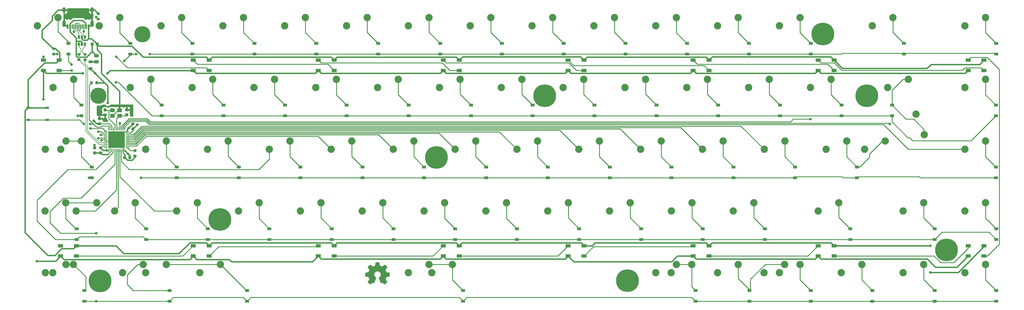
<source format=gbr>
G04 #@! TF.GenerationSoftware,KiCad,Pcbnew,(5.1.9-0-10_14)*
G04 #@! TF.CreationDate,2021-07-16T17:28:01+01:00*
G04 #@! TF.ProjectId,Draytronics-Elise-PCB V2,44726179-7472-46f6-9e69-63732d456c69,rev?*
G04 #@! TF.SameCoordinates,Original*
G04 #@! TF.FileFunction,Copper,L2,Bot*
G04 #@! TF.FilePolarity,Positive*
%FSLAX46Y46*%
G04 Gerber Fmt 4.6, Leading zero omitted, Abs format (unit mm)*
G04 Created by KiCad (PCBNEW (5.1.9-0-10_14)) date 2021-07-16 17:28:01*
%MOMM*%
%LPD*%
G01*
G04 APERTURE LIST*
G04 #@! TA.AperFunction,EtchedComponent*
%ADD10C,0.010000*%
G04 #@! TD*
G04 #@! TA.AperFunction,ComponentPad*
%ADD11C,2.250000*%
G04 #@! TD*
G04 #@! TA.AperFunction,SMDPad,CuDef*
%ADD12R,1.500000X1.000000*%
G04 #@! TD*
G04 #@! TA.AperFunction,ComponentPad*
%ADD13C,7.000240*%
G04 #@! TD*
G04 #@! TA.AperFunction,ComponentPad*
%ADD14C,1.000000*%
G04 #@! TD*
G04 #@! TA.AperFunction,SMDPad,CuDef*
%ADD15R,5.200000X5.200000*%
G04 #@! TD*
G04 #@! TA.AperFunction,SMDPad,CuDef*
%ADD16R,1.000000X0.750000*%
G04 #@! TD*
G04 #@! TA.AperFunction,ComponentPad*
%ADD17C,5.000000*%
G04 #@! TD*
G04 #@! TA.AperFunction,SMDPad,CuDef*
%ADD18R,0.600000X1.450000*%
G04 #@! TD*
G04 #@! TA.AperFunction,SMDPad,CuDef*
%ADD19R,0.300000X1.450000*%
G04 #@! TD*
G04 #@! TA.AperFunction,ComponentPad*
%ADD20O,1.000000X2.100000*%
G04 #@! TD*
G04 #@! TA.AperFunction,ComponentPad*
%ADD21O,1.000000X1.600000*%
G04 #@! TD*
G04 #@! TA.AperFunction,SMDPad,CuDef*
%ADD22R,1.400000X1.200000*%
G04 #@! TD*
G04 #@! TA.AperFunction,SMDPad,CuDef*
%ADD23R,0.650000X1.060000*%
G04 #@! TD*
G04 #@! TA.AperFunction,SMDPad,CuDef*
%ADD24R,1.200000X0.900000*%
G04 #@! TD*
G04 #@! TA.AperFunction,ViaPad*
%ADD25C,0.800000*%
G04 #@! TD*
G04 #@! TA.AperFunction,Conductor*
%ADD26C,0.250000*%
G04 #@! TD*
G04 #@! TA.AperFunction,Conductor*
%ADD27C,0.381000*%
G04 #@! TD*
G04 #@! TA.AperFunction,Conductor*
%ADD28C,0.200000*%
G04 #@! TD*
G04 #@! TA.AperFunction,Conductor*
%ADD29C,0.254000*%
G04 #@! TD*
G04 #@! TA.AperFunction,Conductor*
%ADD30C,0.100000*%
G04 #@! TD*
G04 APERTURE END LIST*
D10*
G04 #@! TO.C,G\u002A\u002A\u002A*
G36*
X134884425Y-105308443D02*
G01*
X134987416Y-105308651D01*
X135069798Y-105309137D01*
X135133965Y-105310017D01*
X135182312Y-105311405D01*
X135217236Y-105313416D01*
X135241130Y-105316165D01*
X135256390Y-105319766D01*
X135265412Y-105324334D01*
X135270590Y-105329985D01*
X135272364Y-105333022D01*
X135277583Y-105350707D01*
X135286778Y-105390493D01*
X135299362Y-105449495D01*
X135314746Y-105524828D01*
X135332343Y-105613606D01*
X135351566Y-105712943D01*
X135371826Y-105819954D01*
X135375171Y-105837847D01*
X135395583Y-105945442D01*
X135415194Y-106045477D01*
X135433402Y-106135127D01*
X135449606Y-106211570D01*
X135463205Y-106271982D01*
X135473598Y-106313538D01*
X135480183Y-106333416D01*
X135480899Y-106334454D01*
X135497742Y-106344509D01*
X135534511Y-106362177D01*
X135587435Y-106385914D01*
X135652749Y-106414176D01*
X135726684Y-106445419D01*
X135805473Y-106478100D01*
X135885347Y-106510673D01*
X135962540Y-106541596D01*
X136033284Y-106569324D01*
X136093811Y-106592313D01*
X136140353Y-106609019D01*
X136169143Y-106617898D01*
X136175042Y-106618922D01*
X136193077Y-106613431D01*
X136226984Y-106595779D01*
X136277596Y-106565438D01*
X136345744Y-106521885D01*
X136432260Y-106464592D01*
X136537977Y-106393036D01*
X136599382Y-106351000D01*
X136705767Y-106277947D01*
X136793204Y-106218003D01*
X136863696Y-106169919D01*
X136919247Y-106132445D01*
X136961861Y-106104333D01*
X136993541Y-106084334D01*
X137016291Y-106071199D01*
X137032116Y-106063679D01*
X137043019Y-106060525D01*
X137051004Y-106060487D01*
X137058075Y-106062318D01*
X137061021Y-106063269D01*
X137077252Y-106074510D01*
X137108181Y-106101479D01*
X137151419Y-106141745D01*
X137204581Y-106192880D01*
X137265278Y-106252452D01*
X137331123Y-106318032D01*
X137399730Y-106387189D01*
X137468710Y-106457494D01*
X137535677Y-106526516D01*
X137598242Y-106591825D01*
X137654020Y-106650991D01*
X137700621Y-106701584D01*
X137735660Y-106741174D01*
X137756749Y-106767331D01*
X137761980Y-106776798D01*
X137754992Y-106792800D01*
X137735083Y-106827197D01*
X137703835Y-106877530D01*
X137662830Y-106941341D01*
X137613651Y-107016173D01*
X137557879Y-107099568D01*
X137497097Y-107189067D01*
X137488930Y-107200994D01*
X137406953Y-107321478D01*
X137339370Y-107422746D01*
X137286326Y-107504563D01*
X137247971Y-107566698D01*
X137224450Y-107608919D01*
X137215912Y-107630992D01*
X137215880Y-107631734D01*
X137220890Y-107654223D01*
X137234870Y-107695546D01*
X137256242Y-107752063D01*
X137283428Y-107820129D01*
X137314851Y-107896103D01*
X137348934Y-107976343D01*
X137384098Y-108057206D01*
X137418767Y-108135049D01*
X137451362Y-108206230D01*
X137480306Y-108267106D01*
X137504022Y-108314036D01*
X137520932Y-108343377D01*
X137527516Y-108351283D01*
X137545681Y-108357511D01*
X137585844Y-108367572D01*
X137644998Y-108380832D01*
X137720136Y-108396657D01*
X137808253Y-108414413D01*
X137906341Y-108433465D01*
X138003766Y-108451769D01*
X138108540Y-108471324D01*
X138206262Y-108489911D01*
X138293905Y-108506928D01*
X138368442Y-108521772D01*
X138426844Y-108533841D01*
X138466086Y-108542534D01*
X138482705Y-108547048D01*
X138511280Y-108559055D01*
X138511280Y-109065968D01*
X138511216Y-109193154D01*
X138510959Y-109297286D01*
X138510407Y-109380712D01*
X138509458Y-109445778D01*
X138508013Y-109494831D01*
X138505970Y-109530218D01*
X138503228Y-109554285D01*
X138499686Y-109569379D01*
X138495243Y-109577846D01*
X138489798Y-109582034D01*
X138489055Y-109582368D01*
X138471810Y-109586827D01*
X138432539Y-109595332D01*
X138374189Y-109607296D01*
X138299708Y-109622131D01*
X138212042Y-109639250D01*
X138114139Y-109658067D01*
X138010374Y-109677726D01*
X137883235Y-109701902D01*
X137779267Y-109722282D01*
X137696595Y-109739295D01*
X137633344Y-109753366D01*
X137587639Y-109764923D01*
X137557604Y-109774393D01*
X137541364Y-109782203D01*
X137538076Y-109785263D01*
X137529486Y-109802206D01*
X137512861Y-109839640D01*
X137489511Y-109894442D01*
X137460746Y-109963484D01*
X137427878Y-110043642D01*
X137392217Y-110131790D01*
X137380347Y-110161380D01*
X137333640Y-110279492D01*
X137297027Y-110375328D01*
X137270195Y-110449782D01*
X137252831Y-110503749D01*
X137244621Y-110538123D01*
X137244070Y-110550540D01*
X137252417Y-110568838D01*
X137273634Y-110605318D01*
X137306030Y-110657351D01*
X137347913Y-110722309D01*
X137397591Y-110797562D01*
X137453372Y-110880483D01*
X137505830Y-110957222D01*
X137565214Y-111044059D01*
X137619728Y-111124934D01*
X137667735Y-111197327D01*
X137707595Y-111258716D01*
X137737669Y-111306581D01*
X137756318Y-111338400D01*
X137761979Y-111351225D01*
X137753250Y-111364796D01*
X137728353Y-111394124D01*
X137689230Y-111437153D01*
X137637821Y-111491826D01*
X137576064Y-111556087D01*
X137505901Y-111627879D01*
X137429272Y-111705147D01*
X137408583Y-111725824D01*
X137316641Y-111817279D01*
X137240836Y-111891994D01*
X137179576Y-111951417D01*
X137131269Y-111996996D01*
X137094322Y-112030179D01*
X137067143Y-112052415D01*
X137048139Y-112065151D01*
X137035718Y-112069835D01*
X137030758Y-112069381D01*
X137014841Y-112060273D01*
X136980599Y-112038444D01*
X136930608Y-112005609D01*
X136867443Y-111963483D01*
X136793676Y-111913781D01*
X136711884Y-111858219D01*
X136639312Y-111808584D01*
X136552887Y-111749764D01*
X136472306Y-111695820D01*
X136400135Y-111648401D01*
X136338941Y-111609158D01*
X136291292Y-111579740D01*
X136259755Y-111561797D01*
X136247572Y-111556800D01*
X136228023Y-111562586D01*
X136190878Y-111578508D01*
X136140771Y-111602407D01*
X136082333Y-111632124D01*
X136055789Y-111646157D01*
X135995381Y-111677427D01*
X135941430Y-111703417D01*
X135898513Y-111722067D01*
X135871205Y-111731318D01*
X135865333Y-111731882D01*
X135858446Y-111726046D01*
X135847629Y-111709251D01*
X135832304Y-111680187D01*
X135811894Y-111637545D01*
X135785822Y-111580015D01*
X135753510Y-111506286D01*
X135714382Y-111415049D01*
X135667860Y-111304993D01*
X135613368Y-111174809D01*
X135550328Y-111023186D01*
X135506558Y-110917502D01*
X135450308Y-110781176D01*
X135397017Y-110651345D01*
X135347474Y-110529973D01*
X135302467Y-110419027D01*
X135262785Y-110320468D01*
X135229217Y-110236263D01*
X135202551Y-110168376D01*
X135183577Y-110118771D01*
X135173082Y-110089412D01*
X135171180Y-110082197D01*
X135182267Y-110058986D01*
X135212533Y-110031508D01*
X135225155Y-110022865D01*
X135261287Y-109998621D01*
X135308832Y-109965428D01*
X135358856Y-109929547D01*
X135370451Y-109921074D01*
X135493847Y-109815437D01*
X135597557Y-109695337D01*
X135680907Y-109563158D01*
X135743221Y-109421283D01*
X135783825Y-109272093D01*
X135802043Y-109117973D01*
X135797201Y-108961303D01*
X135768624Y-108804468D01*
X135724496Y-108671140D01*
X135684747Y-108584044D01*
X135638041Y-108505577D01*
X135579699Y-108428987D01*
X135505042Y-108347526D01*
X135488680Y-108330994D01*
X135376134Y-108230932D01*
X135258911Y-108152802D01*
X135131237Y-108093157D01*
X135037830Y-108062068D01*
X134947033Y-108043164D01*
X134841040Y-108032715D01*
X134728604Y-108030720D01*
X134618480Y-108037180D01*
X134519422Y-108052095D01*
X134479030Y-108062068D01*
X134329411Y-108117847D01*
X134191243Y-108194592D01*
X134066585Y-108290101D01*
X133957497Y-108402174D01*
X133866042Y-108528608D01*
X133794278Y-108667202D01*
X133744267Y-108815754D01*
X133734772Y-108857233D01*
X133714400Y-109016814D01*
X133718440Y-109175113D01*
X133745930Y-109329646D01*
X133795909Y-109477932D01*
X133867418Y-109617487D01*
X133959495Y-109745829D01*
X134071180Y-109860475D01*
X134146408Y-109921074D01*
X134195679Y-109956661D01*
X134244656Y-109991089D01*
X134284404Y-110018100D01*
X134291705Y-110022865D01*
X134327021Y-110050663D01*
X134344556Y-110075732D01*
X134345680Y-110082197D01*
X134340928Y-110097802D01*
X134327201Y-110134889D01*
X134305285Y-110191496D01*
X134275971Y-110265657D01*
X134240046Y-110355408D01*
X134198299Y-110458784D01*
X134151520Y-110573822D01*
X134100496Y-110698556D01*
X134046018Y-110831022D01*
X134010301Y-110917502D01*
X133941654Y-111083118D01*
X133881914Y-111226481D01*
X133830503Y-111348900D01*
X133786845Y-111451687D01*
X133750362Y-111536150D01*
X133720477Y-111603601D01*
X133696613Y-111655348D01*
X133678194Y-111692702D01*
X133664641Y-111716973D01*
X133655378Y-111729470D01*
X133651526Y-111731882D01*
X133632495Y-111727396D01*
X133595851Y-111712609D01*
X133546169Y-111689580D01*
X133488025Y-111660369D01*
X133461070Y-111646157D01*
X133400473Y-111614602D01*
X133346215Y-111587936D01*
X133302928Y-111568319D01*
X133275242Y-111557908D01*
X133269287Y-111556800D01*
X133253332Y-111563783D01*
X133219101Y-111583632D01*
X133169161Y-111614699D01*
X133106078Y-111655332D01*
X133032420Y-111703882D01*
X132950753Y-111758699D01*
X132877547Y-111808584D01*
X132791026Y-111867725D01*
X132710381Y-111922437D01*
X132638188Y-111971006D01*
X132577019Y-112011716D01*
X132529451Y-112042853D01*
X132498058Y-112062700D01*
X132486101Y-112069381D01*
X132476868Y-112068837D01*
X132462009Y-112061111D01*
X132439932Y-112044755D01*
X132409043Y-112018321D01*
X132367750Y-111980361D01*
X132314462Y-111929427D01*
X132247584Y-111864071D01*
X132165526Y-111782845D01*
X132108276Y-111725824D01*
X132030286Y-111647473D01*
X131958260Y-111574063D01*
X131894137Y-111507652D01*
X131839858Y-111450295D01*
X131797363Y-111404049D01*
X131768591Y-111370971D01*
X131755483Y-111353116D01*
X131754880Y-111351225D01*
X131761874Y-111335960D01*
X131781765Y-111302387D01*
X131812913Y-111253025D01*
X131853680Y-111190397D01*
X131902426Y-111117023D01*
X131957513Y-111035423D01*
X132011029Y-110957222D01*
X132070761Y-110869751D01*
X132125869Y-110787648D01*
X132174663Y-110713542D01*
X132215448Y-110650061D01*
X132246535Y-110599835D01*
X132266230Y-110565492D01*
X132272789Y-110550540D01*
X132270470Y-110528652D01*
X132259204Y-110487763D01*
X132238678Y-110426979D01*
X132208579Y-110345405D01*
X132168593Y-110242148D01*
X132136512Y-110161380D01*
X132100230Y-110071324D01*
X132066319Y-109988250D01*
X132036089Y-109915285D01*
X132010851Y-109855553D01*
X131991915Y-109812181D01*
X131980594Y-109788294D01*
X131978783Y-109785263D01*
X131968093Y-109778057D01*
X131944444Y-109769380D01*
X131905961Y-109758807D01*
X131850770Y-109745910D01*
X131776994Y-109730263D01*
X131682759Y-109711438D01*
X131566189Y-109689008D01*
X131506485Y-109677726D01*
X131401370Y-109657810D01*
X131303583Y-109639011D01*
X131216073Y-109621918D01*
X131141785Y-109607117D01*
X131083669Y-109595195D01*
X131044670Y-109586740D01*
X131027805Y-109582368D01*
X131022229Y-109578544D01*
X131017669Y-109570729D01*
X131014021Y-109556576D01*
X131011186Y-109533738D01*
X131009063Y-109499869D01*
X131007549Y-109452621D01*
X131006546Y-109389649D01*
X131005950Y-109308605D01*
X131005662Y-109207144D01*
X131005580Y-109082917D01*
X131005580Y-108559055D01*
X131034155Y-108547048D01*
X131052953Y-108542020D01*
X131093716Y-108533057D01*
X131153416Y-108520761D01*
X131229026Y-108505736D01*
X131317518Y-108488582D01*
X131415866Y-108469903D01*
X131513093Y-108451769D01*
X131617752Y-108432082D01*
X131715231Y-108413101D01*
X131802525Y-108395462D01*
X131876627Y-108379798D01*
X131934531Y-108366744D01*
X131973230Y-108356934D01*
X131989343Y-108351283D01*
X132000996Y-108335297D01*
X132020478Y-108299360D01*
X132046211Y-108247113D01*
X132076618Y-108182200D01*
X132110122Y-108108262D01*
X132145144Y-108028943D01*
X132180108Y-107947884D01*
X132213436Y-107868728D01*
X132243549Y-107795118D01*
X132268872Y-107730696D01*
X132287826Y-107679104D01*
X132298833Y-107643985D01*
X132300980Y-107631734D01*
X132293434Y-107610997D01*
X132270897Y-107570097D01*
X132233515Y-107509268D01*
X132181435Y-107428741D01*
X132114806Y-107328749D01*
X132033774Y-107209524D01*
X132027930Y-107200994D01*
X131966614Y-107110883D01*
X131910103Y-107026558D01*
X131859979Y-106950477D01*
X131817825Y-106885098D01*
X131785223Y-106832878D01*
X131763754Y-106796276D01*
X131755001Y-106777749D01*
X131754880Y-106776798D01*
X131763571Y-106762669D01*
X131788056Y-106733231D01*
X131825945Y-106690915D01*
X131874852Y-106638150D01*
X131932390Y-106577367D01*
X131996170Y-106510996D01*
X132063807Y-106441467D01*
X132132912Y-106371210D01*
X132201099Y-106302656D01*
X132265979Y-106238234D01*
X132325166Y-106180374D01*
X132376272Y-106131507D01*
X132416911Y-106094062D01*
X132444694Y-106070470D01*
X132455838Y-106063269D01*
X132463279Y-106061072D01*
X132470996Y-106060373D01*
X132480995Y-106062420D01*
X132495279Y-106068463D01*
X132515852Y-106079749D01*
X132544720Y-106097528D01*
X132583885Y-106123049D01*
X132635352Y-106157559D01*
X132701126Y-106202308D01*
X132783211Y-106258545D01*
X132883611Y-106327518D01*
X132918867Y-106351749D01*
X133034564Y-106430750D01*
X133130633Y-106495197D01*
X133207892Y-106545606D01*
X133267159Y-106582495D01*
X133309251Y-106606380D01*
X133334985Y-106617777D01*
X133341807Y-106618962D01*
X133362053Y-106613845D01*
X133401649Y-106600248D01*
X133456820Y-106579714D01*
X133523793Y-106553791D01*
X133598793Y-106524024D01*
X133678048Y-106491957D01*
X133757784Y-106459137D01*
X133834227Y-106427110D01*
X133903602Y-106397419D01*
X133962137Y-106371612D01*
X134006058Y-106351233D01*
X134031591Y-106337828D01*
X134035848Y-106334727D01*
X134041799Y-106318862D01*
X134051645Y-106280825D01*
X134064782Y-106223444D01*
X134080609Y-106149545D01*
X134098522Y-106061954D01*
X134117918Y-105963500D01*
X134138196Y-105857009D01*
X134141734Y-105838060D01*
X134162055Y-105730084D01*
X134181443Y-105629305D01*
X134199311Y-105538613D01*
X134215071Y-105460895D01*
X134228137Y-105399039D01*
X134237920Y-105355934D01*
X134243834Y-105334468D01*
X134244382Y-105333235D01*
X134248571Y-105326988D01*
X134255395Y-105321887D01*
X134267251Y-105317815D01*
X134286535Y-105314656D01*
X134315643Y-105312295D01*
X134356972Y-105310617D01*
X134412917Y-105309504D01*
X134485876Y-105308843D01*
X134578243Y-105308516D01*
X134692416Y-105308408D01*
X134758429Y-105308400D01*
X134884425Y-105308443D01*
G37*
X134884425Y-105308443D02*
X134987416Y-105308651D01*
X135069798Y-105309137D01*
X135133965Y-105310017D01*
X135182312Y-105311405D01*
X135217236Y-105313416D01*
X135241130Y-105316165D01*
X135256390Y-105319766D01*
X135265412Y-105324334D01*
X135270590Y-105329985D01*
X135272364Y-105333022D01*
X135277583Y-105350707D01*
X135286778Y-105390493D01*
X135299362Y-105449495D01*
X135314746Y-105524828D01*
X135332343Y-105613606D01*
X135351566Y-105712943D01*
X135371826Y-105819954D01*
X135375171Y-105837847D01*
X135395583Y-105945442D01*
X135415194Y-106045477D01*
X135433402Y-106135127D01*
X135449606Y-106211570D01*
X135463205Y-106271982D01*
X135473598Y-106313538D01*
X135480183Y-106333416D01*
X135480899Y-106334454D01*
X135497742Y-106344509D01*
X135534511Y-106362177D01*
X135587435Y-106385914D01*
X135652749Y-106414176D01*
X135726684Y-106445419D01*
X135805473Y-106478100D01*
X135885347Y-106510673D01*
X135962540Y-106541596D01*
X136033284Y-106569324D01*
X136093811Y-106592313D01*
X136140353Y-106609019D01*
X136169143Y-106617898D01*
X136175042Y-106618922D01*
X136193077Y-106613431D01*
X136226984Y-106595779D01*
X136277596Y-106565438D01*
X136345744Y-106521885D01*
X136432260Y-106464592D01*
X136537977Y-106393036D01*
X136599382Y-106351000D01*
X136705767Y-106277947D01*
X136793204Y-106218003D01*
X136863696Y-106169919D01*
X136919247Y-106132445D01*
X136961861Y-106104333D01*
X136993541Y-106084334D01*
X137016291Y-106071199D01*
X137032116Y-106063679D01*
X137043019Y-106060525D01*
X137051004Y-106060487D01*
X137058075Y-106062318D01*
X137061021Y-106063269D01*
X137077252Y-106074510D01*
X137108181Y-106101479D01*
X137151419Y-106141745D01*
X137204581Y-106192880D01*
X137265278Y-106252452D01*
X137331123Y-106318032D01*
X137399730Y-106387189D01*
X137468710Y-106457494D01*
X137535677Y-106526516D01*
X137598242Y-106591825D01*
X137654020Y-106650991D01*
X137700621Y-106701584D01*
X137735660Y-106741174D01*
X137756749Y-106767331D01*
X137761980Y-106776798D01*
X137754992Y-106792800D01*
X137735083Y-106827197D01*
X137703835Y-106877530D01*
X137662830Y-106941341D01*
X137613651Y-107016173D01*
X137557879Y-107099568D01*
X137497097Y-107189067D01*
X137488930Y-107200994D01*
X137406953Y-107321478D01*
X137339370Y-107422746D01*
X137286326Y-107504563D01*
X137247971Y-107566698D01*
X137224450Y-107608919D01*
X137215912Y-107630992D01*
X137215880Y-107631734D01*
X137220890Y-107654223D01*
X137234870Y-107695546D01*
X137256242Y-107752063D01*
X137283428Y-107820129D01*
X137314851Y-107896103D01*
X137348934Y-107976343D01*
X137384098Y-108057206D01*
X137418767Y-108135049D01*
X137451362Y-108206230D01*
X137480306Y-108267106D01*
X137504022Y-108314036D01*
X137520932Y-108343377D01*
X137527516Y-108351283D01*
X137545681Y-108357511D01*
X137585844Y-108367572D01*
X137644998Y-108380832D01*
X137720136Y-108396657D01*
X137808253Y-108414413D01*
X137906341Y-108433465D01*
X138003766Y-108451769D01*
X138108540Y-108471324D01*
X138206262Y-108489911D01*
X138293905Y-108506928D01*
X138368442Y-108521772D01*
X138426844Y-108533841D01*
X138466086Y-108542534D01*
X138482705Y-108547048D01*
X138511280Y-108559055D01*
X138511280Y-109065968D01*
X138511216Y-109193154D01*
X138510959Y-109297286D01*
X138510407Y-109380712D01*
X138509458Y-109445778D01*
X138508013Y-109494831D01*
X138505970Y-109530218D01*
X138503228Y-109554285D01*
X138499686Y-109569379D01*
X138495243Y-109577846D01*
X138489798Y-109582034D01*
X138489055Y-109582368D01*
X138471810Y-109586827D01*
X138432539Y-109595332D01*
X138374189Y-109607296D01*
X138299708Y-109622131D01*
X138212042Y-109639250D01*
X138114139Y-109658067D01*
X138010374Y-109677726D01*
X137883235Y-109701902D01*
X137779267Y-109722282D01*
X137696595Y-109739295D01*
X137633344Y-109753366D01*
X137587639Y-109764923D01*
X137557604Y-109774393D01*
X137541364Y-109782203D01*
X137538076Y-109785263D01*
X137529486Y-109802206D01*
X137512861Y-109839640D01*
X137489511Y-109894442D01*
X137460746Y-109963484D01*
X137427878Y-110043642D01*
X137392217Y-110131790D01*
X137380347Y-110161380D01*
X137333640Y-110279492D01*
X137297027Y-110375328D01*
X137270195Y-110449782D01*
X137252831Y-110503749D01*
X137244621Y-110538123D01*
X137244070Y-110550540D01*
X137252417Y-110568838D01*
X137273634Y-110605318D01*
X137306030Y-110657351D01*
X137347913Y-110722309D01*
X137397591Y-110797562D01*
X137453372Y-110880483D01*
X137505830Y-110957222D01*
X137565214Y-111044059D01*
X137619728Y-111124934D01*
X137667735Y-111197327D01*
X137707595Y-111258716D01*
X137737669Y-111306581D01*
X137756318Y-111338400D01*
X137761979Y-111351225D01*
X137753250Y-111364796D01*
X137728353Y-111394124D01*
X137689230Y-111437153D01*
X137637821Y-111491826D01*
X137576064Y-111556087D01*
X137505901Y-111627879D01*
X137429272Y-111705147D01*
X137408583Y-111725824D01*
X137316641Y-111817279D01*
X137240836Y-111891994D01*
X137179576Y-111951417D01*
X137131269Y-111996996D01*
X137094322Y-112030179D01*
X137067143Y-112052415D01*
X137048139Y-112065151D01*
X137035718Y-112069835D01*
X137030758Y-112069381D01*
X137014841Y-112060273D01*
X136980599Y-112038444D01*
X136930608Y-112005609D01*
X136867443Y-111963483D01*
X136793676Y-111913781D01*
X136711884Y-111858219D01*
X136639312Y-111808584D01*
X136552887Y-111749764D01*
X136472306Y-111695820D01*
X136400135Y-111648401D01*
X136338941Y-111609158D01*
X136291292Y-111579740D01*
X136259755Y-111561797D01*
X136247572Y-111556800D01*
X136228023Y-111562586D01*
X136190878Y-111578508D01*
X136140771Y-111602407D01*
X136082333Y-111632124D01*
X136055789Y-111646157D01*
X135995381Y-111677427D01*
X135941430Y-111703417D01*
X135898513Y-111722067D01*
X135871205Y-111731318D01*
X135865333Y-111731882D01*
X135858446Y-111726046D01*
X135847629Y-111709251D01*
X135832304Y-111680187D01*
X135811894Y-111637545D01*
X135785822Y-111580015D01*
X135753510Y-111506286D01*
X135714382Y-111415049D01*
X135667860Y-111304993D01*
X135613368Y-111174809D01*
X135550328Y-111023186D01*
X135506558Y-110917502D01*
X135450308Y-110781176D01*
X135397017Y-110651345D01*
X135347474Y-110529973D01*
X135302467Y-110419027D01*
X135262785Y-110320468D01*
X135229217Y-110236263D01*
X135202551Y-110168376D01*
X135183577Y-110118771D01*
X135173082Y-110089412D01*
X135171180Y-110082197D01*
X135182267Y-110058986D01*
X135212533Y-110031508D01*
X135225155Y-110022865D01*
X135261287Y-109998621D01*
X135308832Y-109965428D01*
X135358856Y-109929547D01*
X135370451Y-109921074D01*
X135493847Y-109815437D01*
X135597557Y-109695337D01*
X135680907Y-109563158D01*
X135743221Y-109421283D01*
X135783825Y-109272093D01*
X135802043Y-109117973D01*
X135797201Y-108961303D01*
X135768624Y-108804468D01*
X135724496Y-108671140D01*
X135684747Y-108584044D01*
X135638041Y-108505577D01*
X135579699Y-108428987D01*
X135505042Y-108347526D01*
X135488680Y-108330994D01*
X135376134Y-108230932D01*
X135258911Y-108152802D01*
X135131237Y-108093157D01*
X135037830Y-108062068D01*
X134947033Y-108043164D01*
X134841040Y-108032715D01*
X134728604Y-108030720D01*
X134618480Y-108037180D01*
X134519422Y-108052095D01*
X134479030Y-108062068D01*
X134329411Y-108117847D01*
X134191243Y-108194592D01*
X134066585Y-108290101D01*
X133957497Y-108402174D01*
X133866042Y-108528608D01*
X133794278Y-108667202D01*
X133744267Y-108815754D01*
X133734772Y-108857233D01*
X133714400Y-109016814D01*
X133718440Y-109175113D01*
X133745930Y-109329646D01*
X133795909Y-109477932D01*
X133867418Y-109617487D01*
X133959495Y-109745829D01*
X134071180Y-109860475D01*
X134146408Y-109921074D01*
X134195679Y-109956661D01*
X134244656Y-109991089D01*
X134284404Y-110018100D01*
X134291705Y-110022865D01*
X134327021Y-110050663D01*
X134344556Y-110075732D01*
X134345680Y-110082197D01*
X134340928Y-110097802D01*
X134327201Y-110134889D01*
X134305285Y-110191496D01*
X134275971Y-110265657D01*
X134240046Y-110355408D01*
X134198299Y-110458784D01*
X134151520Y-110573822D01*
X134100496Y-110698556D01*
X134046018Y-110831022D01*
X134010301Y-110917502D01*
X133941654Y-111083118D01*
X133881914Y-111226481D01*
X133830503Y-111348900D01*
X133786845Y-111451687D01*
X133750362Y-111536150D01*
X133720477Y-111603601D01*
X133696613Y-111655348D01*
X133678194Y-111692702D01*
X133664641Y-111716973D01*
X133655378Y-111729470D01*
X133651526Y-111731882D01*
X133632495Y-111727396D01*
X133595851Y-111712609D01*
X133546169Y-111689580D01*
X133488025Y-111660369D01*
X133461070Y-111646157D01*
X133400473Y-111614602D01*
X133346215Y-111587936D01*
X133302928Y-111568319D01*
X133275242Y-111557908D01*
X133269287Y-111556800D01*
X133253332Y-111563783D01*
X133219101Y-111583632D01*
X133169161Y-111614699D01*
X133106078Y-111655332D01*
X133032420Y-111703882D01*
X132950753Y-111758699D01*
X132877547Y-111808584D01*
X132791026Y-111867725D01*
X132710381Y-111922437D01*
X132638188Y-111971006D01*
X132577019Y-112011716D01*
X132529451Y-112042853D01*
X132498058Y-112062700D01*
X132486101Y-112069381D01*
X132476868Y-112068837D01*
X132462009Y-112061111D01*
X132439932Y-112044755D01*
X132409043Y-112018321D01*
X132367750Y-111980361D01*
X132314462Y-111929427D01*
X132247584Y-111864071D01*
X132165526Y-111782845D01*
X132108276Y-111725824D01*
X132030286Y-111647473D01*
X131958260Y-111574063D01*
X131894137Y-111507652D01*
X131839858Y-111450295D01*
X131797363Y-111404049D01*
X131768591Y-111370971D01*
X131755483Y-111353116D01*
X131754880Y-111351225D01*
X131761874Y-111335960D01*
X131781765Y-111302387D01*
X131812913Y-111253025D01*
X131853680Y-111190397D01*
X131902426Y-111117023D01*
X131957513Y-111035423D01*
X132011029Y-110957222D01*
X132070761Y-110869751D01*
X132125869Y-110787648D01*
X132174663Y-110713542D01*
X132215448Y-110650061D01*
X132246535Y-110599835D01*
X132266230Y-110565492D01*
X132272789Y-110550540D01*
X132270470Y-110528652D01*
X132259204Y-110487763D01*
X132238678Y-110426979D01*
X132208579Y-110345405D01*
X132168593Y-110242148D01*
X132136512Y-110161380D01*
X132100230Y-110071324D01*
X132066319Y-109988250D01*
X132036089Y-109915285D01*
X132010851Y-109855553D01*
X131991915Y-109812181D01*
X131980594Y-109788294D01*
X131978783Y-109785263D01*
X131968093Y-109778057D01*
X131944444Y-109769380D01*
X131905961Y-109758807D01*
X131850770Y-109745910D01*
X131776994Y-109730263D01*
X131682759Y-109711438D01*
X131566189Y-109689008D01*
X131506485Y-109677726D01*
X131401370Y-109657810D01*
X131303583Y-109639011D01*
X131216073Y-109621918D01*
X131141785Y-109607117D01*
X131083669Y-109595195D01*
X131044670Y-109586740D01*
X131027805Y-109582368D01*
X131022229Y-109578544D01*
X131017669Y-109570729D01*
X131014021Y-109556576D01*
X131011186Y-109533738D01*
X131009063Y-109499869D01*
X131007549Y-109452621D01*
X131006546Y-109389649D01*
X131005950Y-109308605D01*
X131005662Y-109207144D01*
X131005580Y-109082917D01*
X131005580Y-108559055D01*
X131034155Y-108547048D01*
X131052953Y-108542020D01*
X131093716Y-108533057D01*
X131153416Y-108520761D01*
X131229026Y-108505736D01*
X131317518Y-108488582D01*
X131415866Y-108469903D01*
X131513093Y-108451769D01*
X131617752Y-108432082D01*
X131715231Y-108413101D01*
X131802525Y-108395462D01*
X131876627Y-108379798D01*
X131934531Y-108366744D01*
X131973230Y-108356934D01*
X131989343Y-108351283D01*
X132000996Y-108335297D01*
X132020478Y-108299360D01*
X132046211Y-108247113D01*
X132076618Y-108182200D01*
X132110122Y-108108262D01*
X132145144Y-108028943D01*
X132180108Y-107947884D01*
X132213436Y-107868728D01*
X132243549Y-107795118D01*
X132268872Y-107730696D01*
X132287826Y-107679104D01*
X132298833Y-107643985D01*
X132300980Y-107631734D01*
X132293434Y-107610997D01*
X132270897Y-107570097D01*
X132233515Y-107509268D01*
X132181435Y-107428741D01*
X132114806Y-107328749D01*
X132033774Y-107209524D01*
X132027930Y-107200994D01*
X131966614Y-107110883D01*
X131910103Y-107026558D01*
X131859979Y-106950477D01*
X131817825Y-106885098D01*
X131785223Y-106832878D01*
X131763754Y-106796276D01*
X131755001Y-106777749D01*
X131754880Y-106776798D01*
X131763571Y-106762669D01*
X131788056Y-106733231D01*
X131825945Y-106690915D01*
X131874852Y-106638150D01*
X131932390Y-106577367D01*
X131996170Y-106510996D01*
X132063807Y-106441467D01*
X132132912Y-106371210D01*
X132201099Y-106302656D01*
X132265979Y-106238234D01*
X132325166Y-106180374D01*
X132376272Y-106131507D01*
X132416911Y-106094062D01*
X132444694Y-106070470D01*
X132455838Y-106063269D01*
X132463279Y-106061072D01*
X132470996Y-106060373D01*
X132480995Y-106062420D01*
X132495279Y-106068463D01*
X132515852Y-106079749D01*
X132544720Y-106097528D01*
X132583885Y-106123049D01*
X132635352Y-106157559D01*
X132701126Y-106202308D01*
X132783211Y-106258545D01*
X132883611Y-106327518D01*
X132918867Y-106351749D01*
X133034564Y-106430750D01*
X133130633Y-106495197D01*
X133207892Y-106545606D01*
X133267159Y-106582495D01*
X133309251Y-106606380D01*
X133334985Y-106617777D01*
X133341807Y-106618962D01*
X133362053Y-106613845D01*
X133401649Y-106600248D01*
X133456820Y-106579714D01*
X133523793Y-106553791D01*
X133598793Y-106524024D01*
X133678048Y-106491957D01*
X133757784Y-106459137D01*
X133834227Y-106427110D01*
X133903602Y-106397419D01*
X133962137Y-106371612D01*
X134006058Y-106351233D01*
X134031591Y-106337828D01*
X134035848Y-106334727D01*
X134041799Y-106318862D01*
X134051645Y-106280825D01*
X134064782Y-106223444D01*
X134080609Y-106149545D01*
X134098522Y-106061954D01*
X134117918Y-105963500D01*
X134138196Y-105857009D01*
X134141734Y-105838060D01*
X134162055Y-105730084D01*
X134181443Y-105629305D01*
X134199311Y-105538613D01*
X134215071Y-105460895D01*
X134228137Y-105399039D01*
X134237920Y-105355934D01*
X134243834Y-105334468D01*
X134244382Y-105333235D01*
X134248571Y-105326988D01*
X134255395Y-105321887D01*
X134267251Y-105317815D01*
X134286535Y-105314656D01*
X134315643Y-105312295D01*
X134356972Y-105310617D01*
X134412917Y-105309504D01*
X134485876Y-105308843D01*
X134578243Y-105308516D01*
X134692416Y-105308408D01*
X134758429Y-105308400D01*
X134884425Y-105308443D01*
G04 #@! TD*
D11*
G04 #@! TO.P,MX14,2*
G04 #@! TO.N,Net-(D14-Pad2)*
X293573200Y-29768800D03*
G04 #@! TO.P,MX14,1*
G04 #@! TO.N,COL13*
X287223200Y-32308800D03*
G04 #@! TD*
G04 #@! TO.P,R6,2*
G04 #@! TO.N,RESET*
G04 #@! TA.AperFunction,SMDPad,CuDef*
G36*
G01*
X47075000Y-49625000D02*
X47075000Y-50175000D01*
G75*
G02*
X46875000Y-50375000I-200000J0D01*
G01*
X46475000Y-50375000D01*
G75*
G02*
X46275000Y-50175000I0J200000D01*
G01*
X46275000Y-49625000D01*
G75*
G02*
X46475000Y-49425000I200000J0D01*
G01*
X46875000Y-49425000D01*
G75*
G02*
X47075000Y-49625000I0J-200000D01*
G01*
G37*
G04 #@! TD.AperFunction*
G04 #@! TO.P,R6,1*
G04 #@! TO.N,+5V*
G04 #@! TA.AperFunction,SMDPad,CuDef*
G36*
G01*
X48725000Y-49625000D02*
X48725000Y-50175000D01*
G75*
G02*
X48525000Y-50375000I-200000J0D01*
G01*
X48125000Y-50375000D01*
G75*
G02*
X47925000Y-50175000I0J200000D01*
G01*
X47925000Y-49625000D01*
G75*
G02*
X48125000Y-49425000I200000J0D01*
G01*
X48525000Y-49425000D01*
G75*
G02*
X48725000Y-49625000I0J-200000D01*
G01*
G37*
G04 #@! TD.AperFunction*
G04 #@! TD*
D12*
G04 #@! TO.P,D85,1*
G04 #@! TO.N,+5V*
X37150000Y-103400000D03*
G04 #@! TO.P,D85,2*
G04 #@! TO.N,Net-(D85-Pad2)*
X37150000Y-100200000D03*
G04 #@! TO.P,D85,4*
G04 #@! TO.N,Net-(D84-Pad2)*
X42050000Y-103400000D03*
G04 #@! TO.P,D85,3*
G04 #@! TO.N,GND*
X42050000Y-100200000D03*
G04 #@! TD*
G04 #@! TO.P,D84,1*
G04 #@! TO.N,+5V*
X78050000Y-103400000D03*
G04 #@! TO.P,D84,2*
G04 #@! TO.N,Net-(D84-Pad2)*
X78050000Y-100200000D03*
G04 #@! TO.P,D84,4*
G04 #@! TO.N,Net-(D83-Pad2)*
X82950000Y-103400000D03*
G04 #@! TO.P,D84,3*
G04 #@! TO.N,GND*
X82950000Y-100200000D03*
G04 #@! TD*
G04 #@! TO.P,D83,3*
G04 #@! TO.N,GND*
X121450000Y-100200000D03*
G04 #@! TO.P,D83,4*
G04 #@! TO.N,Net-(D82-Pad2)*
X121450000Y-103400000D03*
G04 #@! TO.P,D83,2*
G04 #@! TO.N,Net-(D83-Pad2)*
X116550000Y-100200000D03*
G04 #@! TO.P,D83,1*
G04 #@! TO.N,+5V*
X116550000Y-103400000D03*
G04 #@! TD*
G04 #@! TO.P,D82,3*
G04 #@! TO.N,GND*
X159950000Y-100200000D03*
G04 #@! TO.P,D82,4*
G04 #@! TO.N,Net-(D81-Pad2)*
X159950000Y-103400000D03*
G04 #@! TO.P,D82,2*
G04 #@! TO.N,Net-(D82-Pad2)*
X155050000Y-100200000D03*
G04 #@! TO.P,D82,1*
G04 #@! TO.N,+5V*
X155050000Y-103400000D03*
G04 #@! TD*
G04 #@! TO.P,D81,1*
G04 #@! TO.N,+5V*
X193550000Y-103400000D03*
G04 #@! TO.P,D81,2*
G04 #@! TO.N,Net-(D81-Pad2)*
X193550000Y-100200000D03*
G04 #@! TO.P,D81,4*
G04 #@! TO.N,Net-(D80-Pad2)*
X198450000Y-103400000D03*
G04 #@! TO.P,D81,3*
G04 #@! TO.N,GND*
X198450000Y-100200000D03*
G04 #@! TD*
G04 #@! TO.P,D80,1*
G04 #@! TO.N,+5V*
X232050000Y-103400000D03*
G04 #@! TO.P,D80,2*
G04 #@! TO.N,Net-(D80-Pad2)*
X232050000Y-100200000D03*
G04 #@! TO.P,D80,4*
G04 #@! TO.N,Net-(D79-Pad2)*
X236950000Y-103400000D03*
G04 #@! TO.P,D80,3*
G04 #@! TO.N,GND*
X236950000Y-100200000D03*
G04 #@! TD*
G04 #@! TO.P,D79,1*
G04 #@! TO.N,+5V*
X270550000Y-103400000D03*
G04 #@! TO.P,D79,2*
G04 #@! TO.N,Net-(D79-Pad2)*
X270550000Y-100200000D03*
G04 #@! TO.P,D79,4*
G04 #@! TO.N,Net-(D78-Pad2)*
X275450000Y-103400000D03*
G04 #@! TO.P,D79,3*
G04 #@! TO.N,GND*
X275450000Y-100200000D03*
G04 #@! TD*
G04 #@! TO.P,D78,1*
G04 #@! TO.N,+5V*
X316750000Y-103400000D03*
G04 #@! TO.P,D78,2*
G04 #@! TO.N,Net-(D78-Pad2)*
X316750000Y-100200000D03*
G04 #@! TO.P,D78,4*
G04 #@! TO.N,Net-(D77-Pad2)*
X321650000Y-103400000D03*
G04 #@! TO.P,D78,3*
G04 #@! TO.N,GND*
X321650000Y-100200000D03*
G04 #@! TD*
G04 #@! TO.P,D77,1*
G04 #@! TO.N,+5V*
X316750000Y-46100000D03*
G04 #@! TO.P,D77,2*
G04 #@! TO.N,Net-(D77-Pad2)*
X316750000Y-42900000D03*
G04 #@! TO.P,D77,4*
G04 #@! TO.N,Net-(D76-Pad2)*
X321650000Y-46100000D03*
G04 #@! TO.P,D77,3*
G04 #@! TO.N,GND*
X321650000Y-42900000D03*
G04 #@! TD*
D11*
G04 #@! TO.P,MX73,2*
G04 #@! TO.N,Net-(D69-Pad2)*
X322127880Y-105973880D03*
G04 #@! TO.P,MX73,1*
G04 #@! TO.N,COL14*
X315777880Y-108513880D03*
G04 #@! TD*
G04 #@! TO.P,MX1,1*
G04 #@! TO.N,COL0*
X30043120Y-32324040D03*
G04 #@! TO.P,MX1,2*
G04 #@! TO.N,Net-(D1-Pad2)*
X36393120Y-29784040D03*
G04 #@! TD*
G04 #@! TO.P,MX64,2*
G04 #@! TO.N,Net-(D60-Pad2)*
X38785800Y-105968800D03*
G04 #@! TO.P,MX64,1*
G04 #@! TO.N,COL0*
X32435800Y-108508800D03*
G04 #@! TD*
G04 #@! TO.P,MX74,2*
G04 #@! TO.N,Net-(D60-Pad2)*
X41148000Y-105968800D03*
G04 #@! TO.P,MX74,1*
G04 #@! TO.N,COL0*
X34798000Y-108508800D03*
G04 #@! TD*
D13*
G04 #@! TO.P,REF\u002A\u002A,1*
G04 #@! TO.N,N/C*
X86243160Y-92059760D03*
D14*
X86243160Y-89759760D03*
X87443160Y-89759760D03*
X85043160Y-89759760D03*
X86243160Y-94359760D03*
X85043160Y-94359760D03*
X87443160Y-94359760D03*
G04 #@! TD*
G04 #@! TO.P,REF\u002A\u002A,1*
G04 #@! TO.N,N/C*
X212975040Y-113247200D03*
X210575040Y-113247200D03*
X211775040Y-113247200D03*
X210575040Y-108647200D03*
X212975040Y-108647200D03*
X211775040Y-108647200D03*
D13*
X211775040Y-110947200D03*
G04 #@! TD*
G04 #@! TO.P,REF\u002A\u002A,1*
G04 #@! TO.N,N/C*
X310063080Y-101523520D03*
D14*
X310063080Y-99223520D03*
X311263080Y-99223520D03*
X308863080Y-99223520D03*
X310063080Y-103823520D03*
X308863080Y-103823520D03*
X311263080Y-103823520D03*
G04 #@! TD*
G04 #@! TO.P,REF\u002A\u002A,1*
G04 #@! TO.N,N/C*
X286716320Y-56178480D03*
X284316320Y-56178480D03*
X285516320Y-56178480D03*
X284316320Y-51578480D03*
X286716320Y-51578480D03*
X285516320Y-51578480D03*
D13*
X285516320Y-53878480D03*
G04 #@! TD*
G04 #@! TO.P,REF\u002A\u002A,1*
G04 #@! TO.N,N/C*
X272039080Y-34904680D03*
D14*
X272039080Y-32604680D03*
X273239080Y-32604680D03*
X270839080Y-32604680D03*
X272039080Y-37204680D03*
X270839080Y-37204680D03*
X273239080Y-37204680D03*
G04 #@! TD*
G04 #@! TO.P,REF\u002A\u002A,1*
G04 #@! TO.N,N/C*
X187473440Y-56214040D03*
X185073440Y-56214040D03*
X186273440Y-56214040D03*
X185073440Y-51614040D03*
X187473440Y-51614040D03*
X186273440Y-51614040D03*
D13*
X186273440Y-53914040D03*
G04 #@! TD*
G04 #@! TO.P,REF\u002A\u002A,1*
G04 #@! TO.N,N/C*
X152948640Y-72964040D03*
D14*
X152948640Y-70664040D03*
X154148640Y-70664040D03*
X151748640Y-70664040D03*
X152948640Y-75264040D03*
X151748640Y-75264040D03*
X154148640Y-75264040D03*
G04 #@! TD*
G04 #@! TO.P,REF\u002A\u002A,1*
G04 #@! TO.N,N/C*
X50516640Y-113338640D03*
X48116640Y-113338640D03*
X49316640Y-113338640D03*
X48116640Y-108738640D03*
X50516640Y-108738640D03*
X49316640Y-108738640D03*
D13*
X49316640Y-111038640D03*
G04 #@! TD*
D15*
G04 #@! TO.P,U1,45*
G04 #@! TO.N,GND*
X54406800Y-67437000D03*
G04 #@! TO.P,U1,44*
G04 #@! TO.N,+5V*
G04 #@! TA.AperFunction,SMDPad,CuDef*
G36*
G01*
X51781800Y-71249500D02*
X51781800Y-70299500D01*
G75*
G02*
X51844300Y-70237000I62500J0D01*
G01*
X51969300Y-70237000D01*
G75*
G02*
X52031800Y-70299500I0J-62500D01*
G01*
X52031800Y-71249500D01*
G75*
G02*
X51969300Y-71312000I-62500J0D01*
G01*
X51844300Y-71312000D01*
G75*
G02*
X51781800Y-71249500I0J62500D01*
G01*
G37*
G04 #@! TD.AperFunction*
G04 #@! TO.P,U1,43*
G04 #@! TO.N,GND*
G04 #@! TA.AperFunction,SMDPad,CuDef*
G36*
G01*
X52281800Y-71249500D02*
X52281800Y-70299500D01*
G75*
G02*
X52344300Y-70237000I62500J0D01*
G01*
X52469300Y-70237000D01*
G75*
G02*
X52531800Y-70299500I0J-62500D01*
G01*
X52531800Y-71249500D01*
G75*
G02*
X52469300Y-71312000I-62500J0D01*
G01*
X52344300Y-71312000D01*
G75*
G02*
X52281800Y-71249500I0J62500D01*
G01*
G37*
G04 #@! TD.AperFunction*
G04 #@! TO.P,U1,42*
G04 #@! TO.N,Net-(U1-Pad42)*
G04 #@! TA.AperFunction,SMDPad,CuDef*
G36*
G01*
X52781800Y-71249500D02*
X52781800Y-70299500D01*
G75*
G02*
X52844300Y-70237000I62500J0D01*
G01*
X52969300Y-70237000D01*
G75*
G02*
X53031800Y-70299500I0J-62500D01*
G01*
X53031800Y-71249500D01*
G75*
G02*
X52969300Y-71312000I-62500J0D01*
G01*
X52844300Y-71312000D01*
G75*
G02*
X52781800Y-71249500I0J62500D01*
G01*
G37*
G04 #@! TD.AperFunction*
G04 #@! TO.P,U1,41*
G04 #@! TO.N,ROW3*
G04 #@! TA.AperFunction,SMDPad,CuDef*
G36*
G01*
X53281800Y-71249500D02*
X53281800Y-70299500D01*
G75*
G02*
X53344300Y-70237000I62500J0D01*
G01*
X53469300Y-70237000D01*
G75*
G02*
X53531800Y-70299500I0J-62500D01*
G01*
X53531800Y-71249500D01*
G75*
G02*
X53469300Y-71312000I-62500J0D01*
G01*
X53344300Y-71312000D01*
G75*
G02*
X53281800Y-71249500I0J62500D01*
G01*
G37*
G04 #@! TD.AperFunction*
G04 #@! TO.P,U1,40*
G04 #@! TO.N,ROW4*
G04 #@! TA.AperFunction,SMDPad,CuDef*
G36*
G01*
X53781800Y-71249500D02*
X53781800Y-70299500D01*
G75*
G02*
X53844300Y-70237000I62500J0D01*
G01*
X53969300Y-70237000D01*
G75*
G02*
X54031800Y-70299500I0J-62500D01*
G01*
X54031800Y-71249500D01*
G75*
G02*
X53969300Y-71312000I-62500J0D01*
G01*
X53844300Y-71312000D01*
G75*
G02*
X53781800Y-71249500I0J62500D01*
G01*
G37*
G04 #@! TD.AperFunction*
G04 #@! TO.P,U1,39*
G04 #@! TO.N,COL0*
G04 #@! TA.AperFunction,SMDPad,CuDef*
G36*
G01*
X54281800Y-71249500D02*
X54281800Y-70299500D01*
G75*
G02*
X54344300Y-70237000I62500J0D01*
G01*
X54469300Y-70237000D01*
G75*
G02*
X54531800Y-70299500I0J-62500D01*
G01*
X54531800Y-71249500D01*
G75*
G02*
X54469300Y-71312000I-62500J0D01*
G01*
X54344300Y-71312000D01*
G75*
G02*
X54281800Y-71249500I0J62500D01*
G01*
G37*
G04 #@! TD.AperFunction*
G04 #@! TO.P,U1,38*
G04 #@! TO.N,COL1*
G04 #@! TA.AperFunction,SMDPad,CuDef*
G36*
G01*
X54781800Y-71249500D02*
X54781800Y-70299500D01*
G75*
G02*
X54844300Y-70237000I62500J0D01*
G01*
X54969300Y-70237000D01*
G75*
G02*
X55031800Y-70299500I0J-62500D01*
G01*
X55031800Y-71249500D01*
G75*
G02*
X54969300Y-71312000I-62500J0D01*
G01*
X54844300Y-71312000D01*
G75*
G02*
X54781800Y-71249500I0J62500D01*
G01*
G37*
G04 #@! TD.AperFunction*
G04 #@! TO.P,U1,37*
G04 #@! TO.N,COL2*
G04 #@! TA.AperFunction,SMDPad,CuDef*
G36*
G01*
X55281800Y-71249500D02*
X55281800Y-70299500D01*
G75*
G02*
X55344300Y-70237000I62500J0D01*
G01*
X55469300Y-70237000D01*
G75*
G02*
X55531800Y-70299500I0J-62500D01*
G01*
X55531800Y-71249500D01*
G75*
G02*
X55469300Y-71312000I-62500J0D01*
G01*
X55344300Y-71312000D01*
G75*
G02*
X55281800Y-71249500I0J62500D01*
G01*
G37*
G04 #@! TD.AperFunction*
G04 #@! TO.P,U1,36*
G04 #@! TO.N,COL3*
G04 #@! TA.AperFunction,SMDPad,CuDef*
G36*
G01*
X55781800Y-71249500D02*
X55781800Y-70299500D01*
G75*
G02*
X55844300Y-70237000I62500J0D01*
G01*
X55969300Y-70237000D01*
G75*
G02*
X56031800Y-70299500I0J-62500D01*
G01*
X56031800Y-71249500D01*
G75*
G02*
X55969300Y-71312000I-62500J0D01*
G01*
X55844300Y-71312000D01*
G75*
G02*
X55781800Y-71249500I0J62500D01*
G01*
G37*
G04 #@! TD.AperFunction*
G04 #@! TO.P,U1,35*
G04 #@! TO.N,GND*
G04 #@! TA.AperFunction,SMDPad,CuDef*
G36*
G01*
X56281800Y-71249500D02*
X56281800Y-70299500D01*
G75*
G02*
X56344300Y-70237000I62500J0D01*
G01*
X56469300Y-70237000D01*
G75*
G02*
X56531800Y-70299500I0J-62500D01*
G01*
X56531800Y-71249500D01*
G75*
G02*
X56469300Y-71312000I-62500J0D01*
G01*
X56344300Y-71312000D01*
G75*
G02*
X56281800Y-71249500I0J62500D01*
G01*
G37*
G04 #@! TD.AperFunction*
G04 #@! TO.P,U1,34*
G04 #@! TO.N,+5V*
G04 #@! TA.AperFunction,SMDPad,CuDef*
G36*
G01*
X56781800Y-71249500D02*
X56781800Y-70299500D01*
G75*
G02*
X56844300Y-70237000I62500J0D01*
G01*
X56969300Y-70237000D01*
G75*
G02*
X57031800Y-70299500I0J-62500D01*
G01*
X57031800Y-71249500D01*
G75*
G02*
X56969300Y-71312000I-62500J0D01*
G01*
X56844300Y-71312000D01*
G75*
G02*
X56781800Y-71249500I0J62500D01*
G01*
G37*
G04 #@! TD.AperFunction*
G04 #@! TO.P,U1,33*
G04 #@! TO.N,Net-(R1-Pad2)*
G04 #@! TA.AperFunction,SMDPad,CuDef*
G36*
G01*
X57206800Y-69999500D02*
X57206800Y-69874500D01*
G75*
G02*
X57269300Y-69812000I62500J0D01*
G01*
X58219300Y-69812000D01*
G75*
G02*
X58281800Y-69874500I0J-62500D01*
G01*
X58281800Y-69999500D01*
G75*
G02*
X58219300Y-70062000I-62500J0D01*
G01*
X57269300Y-70062000D01*
G75*
G02*
X57206800Y-69999500I0J62500D01*
G01*
G37*
G04 #@! TD.AperFunction*
G04 #@! TO.P,U1,32*
G04 #@! TO.N,COL4*
G04 #@! TA.AperFunction,SMDPad,CuDef*
G36*
G01*
X57206800Y-69499500D02*
X57206800Y-69374500D01*
G75*
G02*
X57269300Y-69312000I62500J0D01*
G01*
X58219300Y-69312000D01*
G75*
G02*
X58281800Y-69374500I0J-62500D01*
G01*
X58281800Y-69499500D01*
G75*
G02*
X58219300Y-69562000I-62500J0D01*
G01*
X57269300Y-69562000D01*
G75*
G02*
X57206800Y-69499500I0J62500D01*
G01*
G37*
G04 #@! TD.AperFunction*
G04 #@! TO.P,U1,31*
G04 #@! TO.N,COL5*
G04 #@! TA.AperFunction,SMDPad,CuDef*
G36*
G01*
X57206800Y-68999500D02*
X57206800Y-68874500D01*
G75*
G02*
X57269300Y-68812000I62500J0D01*
G01*
X58219300Y-68812000D01*
G75*
G02*
X58281800Y-68874500I0J-62500D01*
G01*
X58281800Y-68999500D01*
G75*
G02*
X58219300Y-69062000I-62500J0D01*
G01*
X57269300Y-69062000D01*
G75*
G02*
X57206800Y-68999500I0J62500D01*
G01*
G37*
G04 #@! TD.AperFunction*
G04 #@! TO.P,U1,30*
G04 #@! TO.N,COL6*
G04 #@! TA.AperFunction,SMDPad,CuDef*
G36*
G01*
X57206800Y-68499500D02*
X57206800Y-68374500D01*
G75*
G02*
X57269300Y-68312000I62500J0D01*
G01*
X58219300Y-68312000D01*
G75*
G02*
X58281800Y-68374500I0J-62500D01*
G01*
X58281800Y-68499500D01*
G75*
G02*
X58219300Y-68562000I-62500J0D01*
G01*
X57269300Y-68562000D01*
G75*
G02*
X57206800Y-68499500I0J62500D01*
G01*
G37*
G04 #@! TD.AperFunction*
G04 #@! TO.P,U1,29*
G04 #@! TO.N,COL7*
G04 #@! TA.AperFunction,SMDPad,CuDef*
G36*
G01*
X57206800Y-67999500D02*
X57206800Y-67874500D01*
G75*
G02*
X57269300Y-67812000I62500J0D01*
G01*
X58219300Y-67812000D01*
G75*
G02*
X58281800Y-67874500I0J-62500D01*
G01*
X58281800Y-67999500D01*
G75*
G02*
X58219300Y-68062000I-62500J0D01*
G01*
X57269300Y-68062000D01*
G75*
G02*
X57206800Y-67999500I0J62500D01*
G01*
G37*
G04 #@! TD.AperFunction*
G04 #@! TO.P,U1,28*
G04 #@! TO.N,COL8*
G04 #@! TA.AperFunction,SMDPad,CuDef*
G36*
G01*
X57206800Y-67499500D02*
X57206800Y-67374500D01*
G75*
G02*
X57269300Y-67312000I62500J0D01*
G01*
X58219300Y-67312000D01*
G75*
G02*
X58281800Y-67374500I0J-62500D01*
G01*
X58281800Y-67499500D01*
G75*
G02*
X58219300Y-67562000I-62500J0D01*
G01*
X57269300Y-67562000D01*
G75*
G02*
X57206800Y-67499500I0J62500D01*
G01*
G37*
G04 #@! TD.AperFunction*
G04 #@! TO.P,U1,27*
G04 #@! TO.N,COL9*
G04 #@! TA.AperFunction,SMDPad,CuDef*
G36*
G01*
X57206800Y-66999500D02*
X57206800Y-66874500D01*
G75*
G02*
X57269300Y-66812000I62500J0D01*
G01*
X58219300Y-66812000D01*
G75*
G02*
X58281800Y-66874500I0J-62500D01*
G01*
X58281800Y-66999500D01*
G75*
G02*
X58219300Y-67062000I-62500J0D01*
G01*
X57269300Y-67062000D01*
G75*
G02*
X57206800Y-66999500I0J62500D01*
G01*
G37*
G04 #@! TD.AperFunction*
G04 #@! TO.P,U1,26*
G04 #@! TO.N,COL10*
G04 #@! TA.AperFunction,SMDPad,CuDef*
G36*
G01*
X57206800Y-66499500D02*
X57206800Y-66374500D01*
G75*
G02*
X57269300Y-66312000I62500J0D01*
G01*
X58219300Y-66312000D01*
G75*
G02*
X58281800Y-66374500I0J-62500D01*
G01*
X58281800Y-66499500D01*
G75*
G02*
X58219300Y-66562000I-62500J0D01*
G01*
X57269300Y-66562000D01*
G75*
G02*
X57206800Y-66499500I0J62500D01*
G01*
G37*
G04 #@! TD.AperFunction*
G04 #@! TO.P,U1,25*
G04 #@! TO.N,COL11*
G04 #@! TA.AperFunction,SMDPad,CuDef*
G36*
G01*
X57206800Y-65999500D02*
X57206800Y-65874500D01*
G75*
G02*
X57269300Y-65812000I62500J0D01*
G01*
X58219300Y-65812000D01*
G75*
G02*
X58281800Y-65874500I0J-62500D01*
G01*
X58281800Y-65999500D01*
G75*
G02*
X58219300Y-66062000I-62500J0D01*
G01*
X57269300Y-66062000D01*
G75*
G02*
X57206800Y-65999500I0J62500D01*
G01*
G37*
G04 #@! TD.AperFunction*
G04 #@! TO.P,U1,24*
G04 #@! TO.N,+5V*
G04 #@! TA.AperFunction,SMDPad,CuDef*
G36*
G01*
X57206800Y-65499500D02*
X57206800Y-65374500D01*
G75*
G02*
X57269300Y-65312000I62500J0D01*
G01*
X58219300Y-65312000D01*
G75*
G02*
X58281800Y-65374500I0J-62500D01*
G01*
X58281800Y-65499500D01*
G75*
G02*
X58219300Y-65562000I-62500J0D01*
G01*
X57269300Y-65562000D01*
G75*
G02*
X57206800Y-65499500I0J62500D01*
G01*
G37*
G04 #@! TD.AperFunction*
G04 #@! TO.P,U1,23*
G04 #@! TO.N,GND*
G04 #@! TA.AperFunction,SMDPad,CuDef*
G36*
G01*
X57206800Y-64999500D02*
X57206800Y-64874500D01*
G75*
G02*
X57269300Y-64812000I62500J0D01*
G01*
X58219300Y-64812000D01*
G75*
G02*
X58281800Y-64874500I0J-62500D01*
G01*
X58281800Y-64999500D01*
G75*
G02*
X58219300Y-65062000I-62500J0D01*
G01*
X57269300Y-65062000D01*
G75*
G02*
X57206800Y-64999500I0J62500D01*
G01*
G37*
G04 #@! TD.AperFunction*
G04 #@! TO.P,U1,22*
G04 #@! TO.N,COL14*
G04 #@! TA.AperFunction,SMDPad,CuDef*
G36*
G01*
X56781800Y-64574500D02*
X56781800Y-63624500D01*
G75*
G02*
X56844300Y-63562000I62500J0D01*
G01*
X56969300Y-63562000D01*
G75*
G02*
X57031800Y-63624500I0J-62500D01*
G01*
X57031800Y-64574500D01*
G75*
G02*
X56969300Y-64637000I-62500J0D01*
G01*
X56844300Y-64637000D01*
G75*
G02*
X56781800Y-64574500I0J62500D01*
G01*
G37*
G04 #@! TD.AperFunction*
G04 #@! TO.P,U1,21*
G04 #@! TO.N,COL13*
G04 #@! TA.AperFunction,SMDPad,CuDef*
G36*
G01*
X56281800Y-64574500D02*
X56281800Y-63624500D01*
G75*
G02*
X56344300Y-63562000I62500J0D01*
G01*
X56469300Y-63562000D01*
G75*
G02*
X56531800Y-63624500I0J-62500D01*
G01*
X56531800Y-64574500D01*
G75*
G02*
X56469300Y-64637000I-62500J0D01*
G01*
X56344300Y-64637000D01*
G75*
G02*
X56281800Y-64574500I0J62500D01*
G01*
G37*
G04 #@! TD.AperFunction*
G04 #@! TO.P,U1,20*
G04 #@! TO.N,COL12*
G04 #@! TA.AperFunction,SMDPad,CuDef*
G36*
G01*
X55781800Y-64574500D02*
X55781800Y-63624500D01*
G75*
G02*
X55844300Y-63562000I62500J0D01*
G01*
X55969300Y-63562000D01*
G75*
G02*
X56031800Y-63624500I0J-62500D01*
G01*
X56031800Y-64574500D01*
G75*
G02*
X55969300Y-64637000I-62500J0D01*
G01*
X55844300Y-64637000D01*
G75*
G02*
X55781800Y-64574500I0J62500D01*
G01*
G37*
G04 #@! TD.AperFunction*
G04 #@! TO.P,U1,19*
G04 #@! TO.N,RGBLED*
G04 #@! TA.AperFunction,SMDPad,CuDef*
G36*
G01*
X55281800Y-64574500D02*
X55281800Y-63624500D01*
G75*
G02*
X55344300Y-63562000I62500J0D01*
G01*
X55469300Y-63562000D01*
G75*
G02*
X55531800Y-63624500I0J-62500D01*
G01*
X55531800Y-64574500D01*
G75*
G02*
X55469300Y-64637000I-62500J0D01*
G01*
X55344300Y-64637000D01*
G75*
G02*
X55281800Y-64574500I0J62500D01*
G01*
G37*
G04 #@! TD.AperFunction*
G04 #@! TO.P,U1,18*
G04 #@! TO.N,Net-(U1-Pad18)*
G04 #@! TA.AperFunction,SMDPad,CuDef*
G36*
G01*
X54781800Y-64574500D02*
X54781800Y-63624500D01*
G75*
G02*
X54844300Y-63562000I62500J0D01*
G01*
X54969300Y-63562000D01*
G75*
G02*
X55031800Y-63624500I0J-62500D01*
G01*
X55031800Y-64574500D01*
G75*
G02*
X54969300Y-64637000I-62500J0D01*
G01*
X54844300Y-64637000D01*
G75*
G02*
X54781800Y-64574500I0J62500D01*
G01*
G37*
G04 #@! TD.AperFunction*
G04 #@! TO.P,U1,17*
G04 #@! TO.N,XTAL1*
G04 #@! TA.AperFunction,SMDPad,CuDef*
G36*
G01*
X54281800Y-64574500D02*
X54281800Y-63624500D01*
G75*
G02*
X54344300Y-63562000I62500J0D01*
G01*
X54469300Y-63562000D01*
G75*
G02*
X54531800Y-63624500I0J-62500D01*
G01*
X54531800Y-64574500D01*
G75*
G02*
X54469300Y-64637000I-62500J0D01*
G01*
X54344300Y-64637000D01*
G75*
G02*
X54281800Y-64574500I0J62500D01*
G01*
G37*
G04 #@! TD.AperFunction*
G04 #@! TO.P,U1,16*
G04 #@! TO.N,XTAL2*
G04 #@! TA.AperFunction,SMDPad,CuDef*
G36*
G01*
X53781800Y-64574500D02*
X53781800Y-63624500D01*
G75*
G02*
X53844300Y-63562000I62500J0D01*
G01*
X53969300Y-63562000D01*
G75*
G02*
X54031800Y-63624500I0J-62500D01*
G01*
X54031800Y-64574500D01*
G75*
G02*
X53969300Y-64637000I-62500J0D01*
G01*
X53844300Y-64637000D01*
G75*
G02*
X53781800Y-64574500I0J62500D01*
G01*
G37*
G04 #@! TD.AperFunction*
G04 #@! TO.P,U1,15*
G04 #@! TO.N,GND*
G04 #@! TA.AperFunction,SMDPad,CuDef*
G36*
G01*
X53281800Y-64574500D02*
X53281800Y-63624500D01*
G75*
G02*
X53344300Y-63562000I62500J0D01*
G01*
X53469300Y-63562000D01*
G75*
G02*
X53531800Y-63624500I0J-62500D01*
G01*
X53531800Y-64574500D01*
G75*
G02*
X53469300Y-64637000I-62500J0D01*
G01*
X53344300Y-64637000D01*
G75*
G02*
X53281800Y-64574500I0J62500D01*
G01*
G37*
G04 #@! TD.AperFunction*
G04 #@! TO.P,U1,14*
G04 #@! TO.N,+5V*
G04 #@! TA.AperFunction,SMDPad,CuDef*
G36*
G01*
X52781800Y-64574500D02*
X52781800Y-63624500D01*
G75*
G02*
X52844300Y-63562000I62500J0D01*
G01*
X52969300Y-63562000D01*
G75*
G02*
X53031800Y-63624500I0J-62500D01*
G01*
X53031800Y-64574500D01*
G75*
G02*
X52969300Y-64637000I-62500J0D01*
G01*
X52844300Y-64637000D01*
G75*
G02*
X52781800Y-64574500I0J62500D01*
G01*
G37*
G04 #@! TD.AperFunction*
G04 #@! TO.P,U1,13*
G04 #@! TO.N,RESET*
G04 #@! TA.AperFunction,SMDPad,CuDef*
G36*
G01*
X52281800Y-64574500D02*
X52281800Y-63624500D01*
G75*
G02*
X52344300Y-63562000I62500J0D01*
G01*
X52469300Y-63562000D01*
G75*
G02*
X52531800Y-63624500I0J-62500D01*
G01*
X52531800Y-64574500D01*
G75*
G02*
X52469300Y-64637000I-62500J0D01*
G01*
X52344300Y-64637000D01*
G75*
G02*
X52281800Y-64574500I0J62500D01*
G01*
G37*
G04 #@! TD.AperFunction*
G04 #@! TO.P,U1,12*
G04 #@! TO.N,Net-(U1-Pad12)*
G04 #@! TA.AperFunction,SMDPad,CuDef*
G36*
G01*
X51781800Y-64574500D02*
X51781800Y-63624500D01*
G75*
G02*
X51844300Y-63562000I62500J0D01*
G01*
X51969300Y-63562000D01*
G75*
G02*
X52031800Y-63624500I0J-62500D01*
G01*
X52031800Y-64574500D01*
G75*
G02*
X51969300Y-64637000I-62500J0D01*
G01*
X51844300Y-64637000D01*
G75*
G02*
X51781800Y-64574500I0J62500D01*
G01*
G37*
G04 #@! TD.AperFunction*
G04 #@! TO.P,U1,11*
G04 #@! TO.N,ROW1*
G04 #@! TA.AperFunction,SMDPad,CuDef*
G36*
G01*
X50531800Y-64999500D02*
X50531800Y-64874500D01*
G75*
G02*
X50594300Y-64812000I62500J0D01*
G01*
X51544300Y-64812000D01*
G75*
G02*
X51606800Y-64874500I0J-62500D01*
G01*
X51606800Y-64999500D01*
G75*
G02*
X51544300Y-65062000I-62500J0D01*
G01*
X50594300Y-65062000D01*
G75*
G02*
X50531800Y-64999500I0J62500D01*
G01*
G37*
G04 #@! TD.AperFunction*
G04 #@! TO.P,U1,10*
G04 #@! TO.N,ROW0*
G04 #@! TA.AperFunction,SMDPad,CuDef*
G36*
G01*
X50531800Y-65499500D02*
X50531800Y-65374500D01*
G75*
G02*
X50594300Y-65312000I62500J0D01*
G01*
X51544300Y-65312000D01*
G75*
G02*
X51606800Y-65374500I0J-62500D01*
G01*
X51606800Y-65499500D01*
G75*
G02*
X51544300Y-65562000I-62500J0D01*
G01*
X50594300Y-65562000D01*
G75*
G02*
X50531800Y-65499500I0J62500D01*
G01*
G37*
G04 #@! TD.AperFunction*
G04 #@! TO.P,U1,9*
G04 #@! TO.N,ROW2*
G04 #@! TA.AperFunction,SMDPad,CuDef*
G36*
G01*
X50531800Y-65999500D02*
X50531800Y-65874500D01*
G75*
G02*
X50594300Y-65812000I62500J0D01*
G01*
X51544300Y-65812000D01*
G75*
G02*
X51606800Y-65874500I0J-62500D01*
G01*
X51606800Y-65999500D01*
G75*
G02*
X51544300Y-66062000I-62500J0D01*
G01*
X50594300Y-66062000D01*
G75*
G02*
X50531800Y-65999500I0J62500D01*
G01*
G37*
G04 #@! TD.AperFunction*
G04 #@! TO.P,U1,8*
G04 #@! TO.N,Net-(U1-Pad8)*
G04 #@! TA.AperFunction,SMDPad,CuDef*
G36*
G01*
X50531800Y-66499500D02*
X50531800Y-66374500D01*
G75*
G02*
X50594300Y-66312000I62500J0D01*
G01*
X51544300Y-66312000D01*
G75*
G02*
X51606800Y-66374500I0J-62500D01*
G01*
X51606800Y-66499500D01*
G75*
G02*
X51544300Y-66562000I-62500J0D01*
G01*
X50594300Y-66562000D01*
G75*
G02*
X50531800Y-66499500I0J62500D01*
G01*
G37*
G04 #@! TD.AperFunction*
G04 #@! TO.P,U1,7*
G04 #@! TO.N,+5V*
G04 #@! TA.AperFunction,SMDPad,CuDef*
G36*
G01*
X50531800Y-66999500D02*
X50531800Y-66874500D01*
G75*
G02*
X50594300Y-66812000I62500J0D01*
G01*
X51544300Y-66812000D01*
G75*
G02*
X51606800Y-66874500I0J-62500D01*
G01*
X51606800Y-66999500D01*
G75*
G02*
X51544300Y-67062000I-62500J0D01*
G01*
X50594300Y-67062000D01*
G75*
G02*
X50531800Y-66999500I0J62500D01*
G01*
G37*
G04 #@! TD.AperFunction*
G04 #@! TO.P,U1,6*
G04 #@! TO.N,Net-(C7-Pad1)*
G04 #@! TA.AperFunction,SMDPad,CuDef*
G36*
G01*
X50531800Y-67499500D02*
X50531800Y-67374500D01*
G75*
G02*
X50594300Y-67312000I62500J0D01*
G01*
X51544300Y-67312000D01*
G75*
G02*
X51606800Y-67374500I0J-62500D01*
G01*
X51606800Y-67499500D01*
G75*
G02*
X51544300Y-67562000I-62500J0D01*
G01*
X50594300Y-67562000D01*
G75*
G02*
X50531800Y-67499500I0J62500D01*
G01*
G37*
G04 #@! TD.AperFunction*
G04 #@! TO.P,U1,5*
G04 #@! TO.N,GND*
G04 #@! TA.AperFunction,SMDPad,CuDef*
G36*
G01*
X50531800Y-67999500D02*
X50531800Y-67874500D01*
G75*
G02*
X50594300Y-67812000I62500J0D01*
G01*
X51544300Y-67812000D01*
G75*
G02*
X51606800Y-67874500I0J-62500D01*
G01*
X51606800Y-67999500D01*
G75*
G02*
X51544300Y-68062000I-62500J0D01*
G01*
X50594300Y-68062000D01*
G75*
G02*
X50531800Y-67999500I0J62500D01*
G01*
G37*
G04 #@! TD.AperFunction*
G04 #@! TO.P,U1,4*
G04 #@! TO.N,D+*
G04 #@! TA.AperFunction,SMDPad,CuDef*
G36*
G01*
X50531800Y-68499500D02*
X50531800Y-68374500D01*
G75*
G02*
X50594300Y-68312000I62500J0D01*
G01*
X51544300Y-68312000D01*
G75*
G02*
X51606800Y-68374500I0J-62500D01*
G01*
X51606800Y-68499500D01*
G75*
G02*
X51544300Y-68562000I-62500J0D01*
G01*
X50594300Y-68562000D01*
G75*
G02*
X50531800Y-68499500I0J62500D01*
G01*
G37*
G04 #@! TD.AperFunction*
G04 #@! TO.P,U1,3*
G04 #@! TO.N,D-*
G04 #@! TA.AperFunction,SMDPad,CuDef*
G36*
G01*
X50531800Y-68999500D02*
X50531800Y-68874500D01*
G75*
G02*
X50594300Y-68812000I62500J0D01*
G01*
X51544300Y-68812000D01*
G75*
G02*
X51606800Y-68874500I0J-62500D01*
G01*
X51606800Y-68999500D01*
G75*
G02*
X51544300Y-69062000I-62500J0D01*
G01*
X50594300Y-69062000D01*
G75*
G02*
X50531800Y-68999500I0J62500D01*
G01*
G37*
G04 #@! TD.AperFunction*
G04 #@! TO.P,U1,2*
G04 #@! TO.N,+5V*
G04 #@! TA.AperFunction,SMDPad,CuDef*
G36*
G01*
X50531800Y-69499500D02*
X50531800Y-69374500D01*
G75*
G02*
X50594300Y-69312000I62500J0D01*
G01*
X51544300Y-69312000D01*
G75*
G02*
X51606800Y-69374500I0J-62500D01*
G01*
X51606800Y-69499500D01*
G75*
G02*
X51544300Y-69562000I-62500J0D01*
G01*
X50594300Y-69562000D01*
G75*
G02*
X50531800Y-69499500I0J62500D01*
G01*
G37*
G04 #@! TD.AperFunction*
G04 #@! TO.P,U1,1*
G04 #@! TO.N,Net-(U1-Pad1)*
G04 #@! TA.AperFunction,SMDPad,CuDef*
G36*
G01*
X50531800Y-69999500D02*
X50531800Y-69874500D01*
G75*
G02*
X50594300Y-69812000I62500J0D01*
G01*
X51544300Y-69812000D01*
G75*
G02*
X51606800Y-69874500I0J-62500D01*
G01*
X51606800Y-69999500D01*
G75*
G02*
X51544300Y-70062000I-62500J0D01*
G01*
X50594300Y-70062000D01*
G75*
G02*
X50531800Y-69999500I0J62500D01*
G01*
G37*
G04 #@! TD.AperFunction*
G04 #@! TD*
D16*
G04 #@! TO.P,SW1,2*
G04 #@! TO.N,RESET*
X33100000Y-61350000D03*
X27100000Y-61350000D03*
G04 #@! TO.P,SW1,1*
G04 #@! TO.N,GND*
X27100000Y-57600000D03*
X33100000Y-57600000D03*
G04 #@! TD*
D12*
G04 #@! TO.P,D76,1*
G04 #@! TO.N,+5V*
X270550000Y-46100000D03*
G04 #@! TO.P,D76,2*
G04 #@! TO.N,Net-(D76-Pad2)*
X270550000Y-42900000D03*
G04 #@! TO.P,D76,4*
G04 #@! TO.N,Net-(D75-Pad2)*
X275450000Y-46100000D03*
G04 #@! TO.P,D76,3*
G04 #@! TO.N,GND*
X275450000Y-42900000D03*
G04 #@! TD*
G04 #@! TO.P,D75,1*
G04 #@! TO.N,+5V*
X232050000Y-46100000D03*
G04 #@! TO.P,D75,2*
G04 #@! TO.N,Net-(D75-Pad2)*
X232050000Y-42900000D03*
G04 #@! TO.P,D75,4*
G04 #@! TO.N,Net-(D74-Pad2)*
X236950000Y-46100000D03*
G04 #@! TO.P,D75,3*
G04 #@! TO.N,GND*
X236950000Y-42900000D03*
G04 #@! TD*
G04 #@! TO.P,D74,1*
G04 #@! TO.N,+5V*
X193550000Y-46100000D03*
G04 #@! TO.P,D74,2*
G04 #@! TO.N,Net-(D74-Pad2)*
X193550000Y-42900000D03*
G04 #@! TO.P,D74,4*
G04 #@! TO.N,Net-(D73-Pad2)*
X198450000Y-46100000D03*
G04 #@! TO.P,D74,3*
G04 #@! TO.N,GND*
X198450000Y-42900000D03*
G04 #@! TD*
G04 #@! TO.P,D73,1*
G04 #@! TO.N,+5V*
X155050000Y-46100000D03*
G04 #@! TO.P,D73,2*
G04 #@! TO.N,Net-(D73-Pad2)*
X155050000Y-42900000D03*
G04 #@! TO.P,D73,4*
G04 #@! TO.N,Net-(D72-Pad2)*
X159950000Y-46100000D03*
G04 #@! TO.P,D73,3*
G04 #@! TO.N,GND*
X159950000Y-42900000D03*
G04 #@! TD*
G04 #@! TO.P,D72,1*
G04 #@! TO.N,+5V*
X116550000Y-46100000D03*
G04 #@! TO.P,D72,2*
G04 #@! TO.N,Net-(D72-Pad2)*
X116550000Y-42900000D03*
G04 #@! TO.P,D72,4*
G04 #@! TO.N,Net-(D71-Pad2)*
X121450000Y-46100000D03*
G04 #@! TO.P,D72,3*
G04 #@! TO.N,GND*
X121450000Y-42900000D03*
G04 #@! TD*
G04 #@! TO.P,D71,1*
G04 #@! TO.N,+5V*
X78050000Y-46100000D03*
G04 #@! TO.P,D71,2*
G04 #@! TO.N,Net-(D71-Pad2)*
X78050000Y-42900000D03*
G04 #@! TO.P,D71,4*
G04 #@! TO.N,Net-(D70-Pad2)*
X82950000Y-46100000D03*
G04 #@! TO.P,D71,3*
G04 #@! TO.N,GND*
X82950000Y-42900000D03*
G04 #@! TD*
G04 #@! TO.P,D70,1*
G04 #@! TO.N,+5V*
X31850000Y-46100000D03*
G04 #@! TO.P,D70,2*
G04 #@! TO.N,Net-(D70-Pad2)*
X31850000Y-42900000D03*
G04 #@! TO.P,D70,4*
G04 #@! TO.N,RGBLED*
X36750000Y-46100000D03*
G04 #@! TO.P,D70,3*
G04 #@! TO.N,GND*
X36750000Y-42900000D03*
G04 #@! TD*
D17*
G04 #@! TO.P,REF\u002A\u002A,1*
G04 #@! TO.N,N/C*
X48818800Y-53924200D03*
G04 #@! TD*
G04 #@! TO.P,REF\u002A\u002A,1*
G04 #@! TO.N,N/C*
X62331600Y-34950400D03*
G04 #@! TD*
D18*
G04 #@! TO.P,USB1,12*
G04 #@! TO.N,GND*
X45769800Y-32545600D03*
G04 #@! TO.P,USB1,1*
X39319800Y-32545600D03*
G04 #@! TO.P,USB1,11*
G04 #@! TO.N,VCC*
X44994800Y-32545600D03*
G04 #@! TO.P,USB1,2*
X40094800Y-32545600D03*
D19*
G04 #@! TO.P,USB1,3*
G04 #@! TO.N,Net-(USB1-Pad3)*
X40794800Y-32545600D03*
G04 #@! TO.P,USB1,10*
G04 #@! TO.N,Net-(R5-Pad2)*
X44294800Y-32545600D03*
G04 #@! TO.P,USB1,4*
G04 #@! TO.N,Net-(R4-Pad2)*
X41294800Y-32545600D03*
G04 #@! TO.P,USB1,9*
G04 #@! TO.N,Net-(USB1-Pad9)*
X43794800Y-32545600D03*
G04 #@! TO.P,USB1,5*
G04 #@! TO.N,DBus-*
X41794800Y-32545600D03*
G04 #@! TO.P,USB1,8*
G04 #@! TO.N,DBus+*
X43294800Y-32545600D03*
G04 #@! TO.P,USB1,7*
G04 #@! TO.N,DBus-*
X42794800Y-32545600D03*
G04 #@! TO.P,USB1,6*
G04 #@! TO.N,DBus+*
X42294800Y-32545600D03*
D20*
G04 #@! TO.P,USB1,13*
G04 #@! TO.N,GND*
X38224800Y-31630600D03*
X46864800Y-31630600D03*
D21*
X38224800Y-27450600D03*
X46864800Y-27450600D03*
G04 #@! TD*
D22*
G04 #@! TO.P,Y1,4*
G04 #@! TO.N,GND*
X55301060Y-58425980D03*
G04 #@! TO.P,Y1,3*
G04 #@! TO.N,XTAL2*
X53101060Y-58425980D03*
G04 #@! TO.P,Y1,2*
G04 #@! TO.N,GND*
X53101060Y-60125980D03*
G04 #@! TO.P,Y1,1*
G04 #@! TO.N,XTAL1*
X55301060Y-60125980D03*
G04 #@! TD*
D23*
G04 #@! TO.P,U2,5*
G04 #@! TO.N,VCC*
X43743880Y-37980800D03*
G04 #@! TO.P,U2,6*
G04 #@! TO.N,/ESD_D-*
X42793880Y-37980800D03*
G04 #@! TO.P,U2,4*
G04 #@! TO.N,/ESD_D+*
X44693880Y-37980800D03*
G04 #@! TO.P,U2,3*
G04 #@! TO.N,DBus+*
X44693880Y-35780800D03*
G04 #@! TO.P,U2,2*
G04 #@! TO.N,GND*
X43743880Y-35780800D03*
G04 #@! TO.P,U2,1*
G04 #@! TO.N,DBus-*
X42793880Y-35780800D03*
G04 #@! TD*
G04 #@! TO.P,R5,2*
G04 #@! TO.N,Net-(R5-Pad2)*
G04 #@! TA.AperFunction,SMDPad,CuDef*
G36*
G01*
X48480300Y-29858520D02*
X49030300Y-29858520D01*
G75*
G02*
X49230300Y-30058520I0J-200000D01*
G01*
X49230300Y-30458520D01*
G75*
G02*
X49030300Y-30658520I-200000J0D01*
G01*
X48480300Y-30658520D01*
G75*
G02*
X48280300Y-30458520I0J200000D01*
G01*
X48280300Y-30058520D01*
G75*
G02*
X48480300Y-29858520I200000J0D01*
G01*
G37*
G04 #@! TD.AperFunction*
G04 #@! TO.P,R5,1*
G04 #@! TO.N,GND*
G04 #@! TA.AperFunction,SMDPad,CuDef*
G36*
G01*
X48480300Y-28208520D02*
X49030300Y-28208520D01*
G75*
G02*
X49230300Y-28408520I0J-200000D01*
G01*
X49230300Y-28808520D01*
G75*
G02*
X49030300Y-29008520I-200000J0D01*
G01*
X48480300Y-29008520D01*
G75*
G02*
X48280300Y-28808520I0J200000D01*
G01*
X48280300Y-28408520D01*
G75*
G02*
X48480300Y-28208520I200000J0D01*
G01*
G37*
G04 #@! TD.AperFunction*
G04 #@! TD*
G04 #@! TO.P,R4,2*
G04 #@! TO.N,Net-(R4-Pad2)*
G04 #@! TA.AperFunction,SMDPad,CuDef*
G36*
G01*
X34817640Y-40640820D02*
X35367640Y-40640820D01*
G75*
G02*
X35567640Y-40840820I0J-200000D01*
G01*
X35567640Y-41240820D01*
G75*
G02*
X35367640Y-41440820I-200000J0D01*
G01*
X34817640Y-41440820D01*
G75*
G02*
X34617640Y-41240820I0J200000D01*
G01*
X34617640Y-40840820D01*
G75*
G02*
X34817640Y-40640820I200000J0D01*
G01*
G37*
G04 #@! TD.AperFunction*
G04 #@! TO.P,R4,1*
G04 #@! TO.N,GND*
G04 #@! TA.AperFunction,SMDPad,CuDef*
G36*
G01*
X34817640Y-38990820D02*
X35367640Y-38990820D01*
G75*
G02*
X35567640Y-39190820I0J-200000D01*
G01*
X35567640Y-39590820D01*
G75*
G02*
X35367640Y-39790820I-200000J0D01*
G01*
X34817640Y-39790820D01*
G75*
G02*
X34617640Y-39590820I0J200000D01*
G01*
X34617640Y-39190820D01*
G75*
G02*
X34817640Y-38990820I200000J0D01*
G01*
G37*
G04 #@! TD.AperFunction*
G04 #@! TD*
G04 #@! TO.P,R3,2*
G04 #@! TO.N,/ESD_D+*
G04 #@! TA.AperFunction,SMDPad,CuDef*
G36*
G01*
X44971380Y-41556120D02*
X44421380Y-41556120D01*
G75*
G02*
X44221380Y-41356120I0J200000D01*
G01*
X44221380Y-40956120D01*
G75*
G02*
X44421380Y-40756120I200000J0D01*
G01*
X44971380Y-40756120D01*
G75*
G02*
X45171380Y-40956120I0J-200000D01*
G01*
X45171380Y-41356120D01*
G75*
G02*
X44971380Y-41556120I-200000J0D01*
G01*
G37*
G04 #@! TD.AperFunction*
G04 #@! TO.P,R3,1*
G04 #@! TO.N,D+*
G04 #@! TA.AperFunction,SMDPad,CuDef*
G36*
G01*
X44971380Y-43206120D02*
X44421380Y-43206120D01*
G75*
G02*
X44221380Y-43006120I0J200000D01*
G01*
X44221380Y-42606120D01*
G75*
G02*
X44421380Y-42406120I200000J0D01*
G01*
X44971380Y-42406120D01*
G75*
G02*
X45171380Y-42606120I0J-200000D01*
G01*
X45171380Y-43006120D01*
G75*
G02*
X44971380Y-43206120I-200000J0D01*
G01*
G37*
G04 #@! TD.AperFunction*
G04 #@! TD*
G04 #@! TO.P,R2,2*
G04 #@! TO.N,/ESD_D-*
G04 #@! TA.AperFunction,SMDPad,CuDef*
G36*
G01*
X43071460Y-41551040D02*
X42521460Y-41551040D01*
G75*
G02*
X42321460Y-41351040I0J200000D01*
G01*
X42321460Y-40951040D01*
G75*
G02*
X42521460Y-40751040I200000J0D01*
G01*
X43071460Y-40751040D01*
G75*
G02*
X43271460Y-40951040I0J-200000D01*
G01*
X43271460Y-41351040D01*
G75*
G02*
X43071460Y-41551040I-200000J0D01*
G01*
G37*
G04 #@! TD.AperFunction*
G04 #@! TO.P,R2,1*
G04 #@! TO.N,D-*
G04 #@! TA.AperFunction,SMDPad,CuDef*
G36*
G01*
X43071460Y-43201040D02*
X42521460Y-43201040D01*
G75*
G02*
X42321460Y-43001040I0J200000D01*
G01*
X42321460Y-42601040D01*
G75*
G02*
X42521460Y-42401040I200000J0D01*
G01*
X43071460Y-42401040D01*
G75*
G02*
X43271460Y-42601040I0J-200000D01*
G01*
X43271460Y-43001040D01*
G75*
G02*
X43071460Y-43201040I-200000J0D01*
G01*
G37*
G04 #@! TD.AperFunction*
G04 #@! TD*
G04 #@! TO.P,R1,2*
G04 #@! TO.N,Net-(R1-Pad2)*
G04 #@! TA.AperFunction,SMDPad,CuDef*
G36*
G01*
X60358700Y-71241100D02*
X59808700Y-71241100D01*
G75*
G02*
X59608700Y-71041100I0J200000D01*
G01*
X59608700Y-70641100D01*
G75*
G02*
X59808700Y-70441100I200000J0D01*
G01*
X60358700Y-70441100D01*
G75*
G02*
X60558700Y-70641100I0J-200000D01*
G01*
X60558700Y-71041100D01*
G75*
G02*
X60358700Y-71241100I-200000J0D01*
G01*
G37*
G04 #@! TD.AperFunction*
G04 #@! TO.P,R1,1*
G04 #@! TO.N,GND*
G04 #@! TA.AperFunction,SMDPad,CuDef*
G36*
G01*
X60358700Y-72891100D02*
X59808700Y-72891100D01*
G75*
G02*
X59608700Y-72691100I0J200000D01*
G01*
X59608700Y-72291100D01*
G75*
G02*
X59808700Y-72091100I200000J0D01*
G01*
X60358700Y-72091100D01*
G75*
G02*
X60558700Y-72291100I0J-200000D01*
G01*
X60558700Y-72691100D01*
G75*
G02*
X60358700Y-72891100I-200000J0D01*
G01*
G37*
G04 #@! TD.AperFunction*
G04 #@! TD*
G04 #@! TO.P,FB1,2*
G04 #@! TO.N,+5V*
G04 #@! TA.AperFunction,SMDPad,CuDef*
G36*
G01*
X45999150Y-45125800D02*
X46761650Y-45125800D01*
G75*
G02*
X46980400Y-45344550I0J-218750D01*
G01*
X46980400Y-45782050D01*
G75*
G02*
X46761650Y-46000800I-218750J0D01*
G01*
X45999150Y-46000800D01*
G75*
G02*
X45780400Y-45782050I0J218750D01*
G01*
X45780400Y-45344550D01*
G75*
G02*
X45999150Y-45125800I218750J0D01*
G01*
G37*
G04 #@! TD.AperFunction*
G04 #@! TO.P,FB1,1*
G04 #@! TO.N,Net-(F1-Pad2)*
G04 #@! TA.AperFunction,SMDPad,CuDef*
G36*
G01*
X45999150Y-43000800D02*
X46761650Y-43000800D01*
G75*
G02*
X46980400Y-43219550I0J-218750D01*
G01*
X46980400Y-43657050D01*
G75*
G02*
X46761650Y-43875800I-218750J0D01*
G01*
X45999150Y-43875800D01*
G75*
G02*
X45780400Y-43657050I0J218750D01*
G01*
X45780400Y-43219550D01*
G75*
G02*
X45999150Y-43000800I218750J0D01*
G01*
G37*
G04 #@! TD.AperFunction*
G04 #@! TD*
G04 #@! TO.P,F1,2*
G04 #@! TO.N,Net-(F1-Pad2)*
G04 #@! TA.AperFunction,SMDPad,CuDef*
G36*
G01*
X47778350Y-42944200D02*
X48690850Y-42944200D01*
G75*
G02*
X48934600Y-43187950I0J-243750D01*
G01*
X48934600Y-43675450D01*
G75*
G02*
X48690850Y-43919200I-243750J0D01*
G01*
X47778350Y-43919200D01*
G75*
G02*
X47534600Y-43675450I0J243750D01*
G01*
X47534600Y-43187950D01*
G75*
G02*
X47778350Y-42944200I243750J0D01*
G01*
G37*
G04 #@! TD.AperFunction*
G04 #@! TO.P,F1,1*
G04 #@! TO.N,VCC*
G04 #@! TA.AperFunction,SMDPad,CuDef*
G36*
G01*
X47778350Y-41069200D02*
X48690850Y-41069200D01*
G75*
G02*
X48934600Y-41312950I0J-243750D01*
G01*
X48934600Y-41800450D01*
G75*
G02*
X48690850Y-42044200I-243750J0D01*
G01*
X47778350Y-42044200D01*
G75*
G02*
X47534600Y-41800450I0J243750D01*
G01*
X47534600Y-41312950D01*
G75*
G02*
X47778350Y-41069200I243750J0D01*
G01*
G37*
G04 #@! TD.AperFunction*
G04 #@! TD*
G04 #@! TO.P,C8,2*
G04 #@! TO.N,GND*
G04 #@! TA.AperFunction,SMDPad,CuDef*
G36*
G01*
X47998260Y-38243320D02*
X47998260Y-37743320D01*
G75*
G02*
X48223260Y-37518320I225000J0D01*
G01*
X48673260Y-37518320D01*
G75*
G02*
X48898260Y-37743320I0J-225000D01*
G01*
X48898260Y-38243320D01*
G75*
G02*
X48673260Y-38468320I-225000J0D01*
G01*
X48223260Y-38468320D01*
G75*
G02*
X47998260Y-38243320I0J225000D01*
G01*
G37*
G04 #@! TD.AperFunction*
G04 #@! TO.P,C8,1*
G04 #@! TO.N,VCC*
G04 #@! TA.AperFunction,SMDPad,CuDef*
G36*
G01*
X46448260Y-38243320D02*
X46448260Y-37743320D01*
G75*
G02*
X46673260Y-37518320I225000J0D01*
G01*
X47123260Y-37518320D01*
G75*
G02*
X47348260Y-37743320I0J-225000D01*
G01*
X47348260Y-38243320D01*
G75*
G02*
X47123260Y-38468320I-225000J0D01*
G01*
X46673260Y-38468320D01*
G75*
G02*
X46448260Y-38243320I0J225000D01*
G01*
G37*
G04 #@! TD.AperFunction*
G04 #@! TD*
G04 #@! TO.P,C7,2*
G04 #@! TO.N,GND*
G04 #@! TA.AperFunction,SMDPad,CuDef*
G36*
G01*
X47400400Y-71114800D02*
X47900400Y-71114800D01*
G75*
G02*
X48125400Y-71339800I0J-225000D01*
G01*
X48125400Y-71789800D01*
G75*
G02*
X47900400Y-72014800I-225000J0D01*
G01*
X47400400Y-72014800D01*
G75*
G02*
X47175400Y-71789800I0J225000D01*
G01*
X47175400Y-71339800D01*
G75*
G02*
X47400400Y-71114800I225000J0D01*
G01*
G37*
G04 #@! TD.AperFunction*
G04 #@! TO.P,C7,1*
G04 #@! TO.N,Net-(C7-Pad1)*
G04 #@! TA.AperFunction,SMDPad,CuDef*
G36*
G01*
X47400400Y-69564800D02*
X47900400Y-69564800D01*
G75*
G02*
X48125400Y-69789800I0J-225000D01*
G01*
X48125400Y-70239800D01*
G75*
G02*
X47900400Y-70464800I-225000J0D01*
G01*
X47400400Y-70464800D01*
G75*
G02*
X47175400Y-70239800I0J225000D01*
G01*
X47175400Y-69789800D01*
G75*
G02*
X47400400Y-69564800I225000J0D01*
G01*
G37*
G04 #@! TD.AperFunction*
G04 #@! TD*
G04 #@! TO.P,C6,2*
G04 #@! TO.N,XTAL1*
G04 #@! TA.AperFunction,SMDPad,CuDef*
G36*
G01*
X57291160Y-59372380D02*
X57791160Y-59372380D01*
G75*
G02*
X58016160Y-59597380I0J-225000D01*
G01*
X58016160Y-60047380D01*
G75*
G02*
X57791160Y-60272380I-225000J0D01*
G01*
X57291160Y-60272380D01*
G75*
G02*
X57066160Y-60047380I0J225000D01*
G01*
X57066160Y-59597380D01*
G75*
G02*
X57291160Y-59372380I225000J0D01*
G01*
G37*
G04 #@! TD.AperFunction*
G04 #@! TO.P,C6,1*
G04 #@! TO.N,GND*
G04 #@! TA.AperFunction,SMDPad,CuDef*
G36*
G01*
X57291160Y-57822380D02*
X57791160Y-57822380D01*
G75*
G02*
X58016160Y-58047380I0J-225000D01*
G01*
X58016160Y-58497380D01*
G75*
G02*
X57791160Y-58722380I-225000J0D01*
G01*
X57291160Y-58722380D01*
G75*
G02*
X57066160Y-58497380I0J225000D01*
G01*
X57066160Y-58047380D01*
G75*
G02*
X57291160Y-57822380I225000J0D01*
G01*
G37*
G04 #@! TD.AperFunction*
G04 #@! TD*
G04 #@! TO.P,C5,2*
G04 #@! TO.N,XTAL2*
G04 #@! TA.AperFunction,SMDPad,CuDef*
G36*
G01*
X51143980Y-58737620D02*
X50643980Y-58737620D01*
G75*
G02*
X50418980Y-58512620I0J225000D01*
G01*
X50418980Y-58062620D01*
G75*
G02*
X50643980Y-57837620I225000J0D01*
G01*
X51143980Y-57837620D01*
G75*
G02*
X51368980Y-58062620I0J-225000D01*
G01*
X51368980Y-58512620D01*
G75*
G02*
X51143980Y-58737620I-225000J0D01*
G01*
G37*
G04 #@! TD.AperFunction*
G04 #@! TO.P,C5,1*
G04 #@! TO.N,GND*
G04 #@! TA.AperFunction,SMDPad,CuDef*
G36*
G01*
X51143980Y-60287620D02*
X50643980Y-60287620D01*
G75*
G02*
X50418980Y-60062620I0J225000D01*
G01*
X50418980Y-59612620D01*
G75*
G02*
X50643980Y-59387620I225000J0D01*
G01*
X51143980Y-59387620D01*
G75*
G02*
X51368980Y-59612620I0J-225000D01*
G01*
X51368980Y-60062620D01*
G75*
G02*
X51143980Y-60287620I-225000J0D01*
G01*
G37*
G04 #@! TD.AperFunction*
G04 #@! TD*
G04 #@! TO.P,C4,2*
G04 #@! TO.N,GND*
G04 #@! TA.AperFunction,SMDPad,CuDef*
G36*
G01*
X57371100Y-72724200D02*
X57371100Y-73224200D01*
G75*
G02*
X57146100Y-73449200I-225000J0D01*
G01*
X56696100Y-73449200D01*
G75*
G02*
X56471100Y-73224200I0J225000D01*
G01*
X56471100Y-72724200D01*
G75*
G02*
X56696100Y-72499200I225000J0D01*
G01*
X57146100Y-72499200D01*
G75*
G02*
X57371100Y-72724200I0J-225000D01*
G01*
G37*
G04 #@! TD.AperFunction*
G04 #@! TO.P,C4,1*
G04 #@! TO.N,+5V*
G04 #@! TA.AperFunction,SMDPad,CuDef*
G36*
G01*
X58921100Y-72724200D02*
X58921100Y-73224200D01*
G75*
G02*
X58696100Y-73449200I-225000J0D01*
G01*
X58246100Y-73449200D01*
G75*
G02*
X58021100Y-73224200I0J225000D01*
G01*
X58021100Y-72724200D01*
G75*
G02*
X58246100Y-72499200I225000J0D01*
G01*
X58696100Y-72499200D01*
G75*
G02*
X58921100Y-72724200I0J-225000D01*
G01*
G37*
G04 #@! TD.AperFunction*
G04 #@! TD*
G04 #@! TO.P,C3,2*
G04 #@! TO.N,GND*
G04 #@! TA.AperFunction,SMDPad,CuDef*
G36*
G01*
X59711400Y-63035300D02*
X59211400Y-63035300D01*
G75*
G02*
X58986400Y-62810300I0J225000D01*
G01*
X58986400Y-62360300D01*
G75*
G02*
X59211400Y-62135300I225000J0D01*
G01*
X59711400Y-62135300D01*
G75*
G02*
X59936400Y-62360300I0J-225000D01*
G01*
X59936400Y-62810300D01*
G75*
G02*
X59711400Y-63035300I-225000J0D01*
G01*
G37*
G04 #@! TD.AperFunction*
G04 #@! TO.P,C3,1*
G04 #@! TO.N,+5V*
G04 #@! TA.AperFunction,SMDPad,CuDef*
G36*
G01*
X59711400Y-64585300D02*
X59211400Y-64585300D01*
G75*
G02*
X58986400Y-64360300I0J225000D01*
G01*
X58986400Y-63910300D01*
G75*
G02*
X59211400Y-63685300I225000J0D01*
G01*
X59711400Y-63685300D01*
G75*
G02*
X59936400Y-63910300I0J-225000D01*
G01*
X59936400Y-64360300D01*
G75*
G02*
X59711400Y-64585300I-225000J0D01*
G01*
G37*
G04 #@! TD.AperFunction*
G04 #@! TD*
G04 #@! TO.P,C2,2*
G04 #@! TO.N,GND*
G04 #@! TA.AperFunction,SMDPad,CuDef*
G36*
G01*
X49399000Y-61460500D02*
X48899000Y-61460500D01*
G75*
G02*
X48674000Y-61235500I0J225000D01*
G01*
X48674000Y-60785500D01*
G75*
G02*
X48899000Y-60560500I225000J0D01*
G01*
X49399000Y-60560500D01*
G75*
G02*
X49624000Y-60785500I0J-225000D01*
G01*
X49624000Y-61235500D01*
G75*
G02*
X49399000Y-61460500I-225000J0D01*
G01*
G37*
G04 #@! TD.AperFunction*
G04 #@! TO.P,C2,1*
G04 #@! TO.N,+5V*
G04 #@! TA.AperFunction,SMDPad,CuDef*
G36*
G01*
X49399000Y-63010500D02*
X48899000Y-63010500D01*
G75*
G02*
X48674000Y-62785500I0J225000D01*
G01*
X48674000Y-62335500D01*
G75*
G02*
X48899000Y-62110500I225000J0D01*
G01*
X49399000Y-62110500D01*
G75*
G02*
X49624000Y-62335500I0J-225000D01*
G01*
X49624000Y-62785500D01*
G75*
G02*
X49399000Y-63010500I-225000J0D01*
G01*
G37*
G04 #@! TD.AperFunction*
G04 #@! TD*
G04 #@! TO.P,C1,2*
G04 #@! TO.N,GND*
G04 #@! TA.AperFunction,SMDPad,CuDef*
G36*
G01*
X49267300Y-71102100D02*
X49767300Y-71102100D01*
G75*
G02*
X49992300Y-71327100I0J-225000D01*
G01*
X49992300Y-71777100D01*
G75*
G02*
X49767300Y-72002100I-225000J0D01*
G01*
X49267300Y-72002100D01*
G75*
G02*
X49042300Y-71777100I0J225000D01*
G01*
X49042300Y-71327100D01*
G75*
G02*
X49267300Y-71102100I225000J0D01*
G01*
G37*
G04 #@! TD.AperFunction*
G04 #@! TO.P,C1,1*
G04 #@! TO.N,+5V*
G04 #@! TA.AperFunction,SMDPad,CuDef*
G36*
G01*
X49267300Y-69552100D02*
X49767300Y-69552100D01*
G75*
G02*
X49992300Y-69777100I0J-225000D01*
G01*
X49992300Y-70227100D01*
G75*
G02*
X49767300Y-70452100I-225000J0D01*
G01*
X49267300Y-70452100D01*
G75*
G02*
X49042300Y-70227100I0J225000D01*
G01*
X49042300Y-69777100D01*
G75*
G02*
X49267300Y-69552100I225000J0D01*
G01*
G37*
G04 #@! TD.AperFunction*
G04 #@! TD*
D24*
G04 #@! TO.P,D69,2*
G04 #@! TO.N,Net-(D69-Pad2)*
X325424800Y-114008900D03*
G04 #@! TO.P,D69,1*
G04 #@! TO.N,ROW4*
X325424800Y-117308900D03*
G04 #@! TD*
G04 #@! TO.P,D68,2*
G04 #@! TO.N,Net-(D68-Pad2)*
X306463700Y-114008900D03*
G04 #@! TO.P,D68,1*
G04 #@! TO.N,ROW4*
X306463700Y-117308900D03*
G04 #@! TD*
G04 #@! TO.P,D67,2*
G04 #@! TO.N,Net-(D67-Pad2)*
X287274000Y-114008900D03*
G04 #@! TO.P,D67,1*
G04 #@! TO.N,ROW4*
X287274000Y-117308900D03*
G04 #@! TD*
G04 #@! TO.P,D66,2*
G04 #@! TO.N,Net-(D66-Pad2)*
X268287500Y-114008900D03*
G04 #@! TO.P,D66,1*
G04 #@! TO.N,ROW4*
X268287500Y-117308900D03*
G04 #@! TD*
G04 #@! TO.P,D65,2*
G04 #@! TO.N,Net-(D65-Pad2)*
X249415300Y-114008900D03*
G04 #@! TO.P,D65,1*
G04 #@! TO.N,ROW4*
X249415300Y-117308900D03*
G04 #@! TD*
G04 #@! TO.P,D64,2*
G04 #@! TO.N,Net-(D64-Pad2)*
X232778300Y-114008900D03*
G04 #@! TO.P,D64,1*
G04 #@! TO.N,ROW4*
X232778300Y-117308900D03*
G04 #@! TD*
G04 #@! TO.P,D63,2*
G04 #@! TO.N,Net-(D63-Pad2)*
X161137600Y-114008900D03*
G04 #@! TO.P,D63,1*
G04 #@! TO.N,ROW4*
X161137600Y-117308900D03*
G04 #@! TD*
G04 #@! TO.P,D62,2*
G04 #@! TO.N,Net-(D62-Pad2)*
X94589600Y-114008900D03*
G04 #@! TO.P,D62,1*
G04 #@! TO.N,ROW4*
X94589600Y-117308900D03*
G04 #@! TD*
G04 #@! TO.P,D61,2*
G04 #@! TO.N,Net-(D61-Pad2)*
X70726300Y-114008900D03*
G04 #@! TO.P,D61,1*
G04 #@! TO.N,ROW4*
X70726300Y-117308900D03*
G04 #@! TD*
G04 #@! TO.P,D60,2*
G04 #@! TO.N,Net-(D60-Pad2)*
X44475400Y-114008900D03*
G04 #@! TO.P,D60,1*
G04 #@! TO.N,ROW4*
X44475400Y-117308900D03*
G04 #@! TD*
G04 #@! TO.P,D59,2*
G04 #@! TO.N,Net-(D59-Pad2)*
X325462900Y-94971600D03*
G04 #@! TO.P,D59,1*
G04 #@! TO.N,ROW3*
X325462900Y-98271600D03*
G04 #@! TD*
G04 #@! TO.P,D58,2*
G04 #@! TO.N,Net-(D58-Pad2)*
X306438300Y-94971600D03*
G04 #@! TO.P,D58,1*
G04 #@! TO.N,ROW3*
X306438300Y-98271600D03*
G04 #@! TD*
G04 #@! TO.P,D57,2*
G04 #@! TO.N,Net-(D57-Pad2)*
X280428700Y-94971600D03*
G04 #@! TO.P,D57,1*
G04 #@! TO.N,ROW3*
X280428700Y-98271600D03*
G04 #@! TD*
G04 #@! TO.P,D56,2*
G04 #@! TO.N,Net-(D56-Pad2)*
X254127000Y-94971600D03*
G04 #@! TO.P,D56,1*
G04 #@! TO.N,ROW3*
X254127000Y-98271600D03*
G04 #@! TD*
G04 #@! TO.P,D55,2*
G04 #@! TO.N,Net-(D55-Pad2)*
X234975400Y-94971600D03*
G04 #@! TO.P,D55,1*
G04 #@! TO.N,ROW3*
X234975400Y-98271600D03*
G04 #@! TD*
G04 #@! TO.P,D54,2*
G04 #@! TO.N,Net-(D54-Pad2)*
X216052400Y-94971600D03*
G04 #@! TO.P,D54,1*
G04 #@! TO.N,ROW3*
X216052400Y-98271600D03*
G04 #@! TD*
G04 #@! TO.P,D53,2*
G04 #@! TO.N,Net-(D53-Pad2)*
X196938900Y-94971600D03*
G04 #@! TO.P,D53,1*
G04 #@! TO.N,ROW3*
X196938900Y-98271600D03*
G04 #@! TD*
G04 #@! TO.P,D52,2*
G04 #@! TO.N,Net-(D52-Pad2)*
X177761900Y-94971600D03*
G04 #@! TO.P,D52,1*
G04 #@! TO.N,ROW3*
X177761900Y-98271600D03*
G04 #@! TD*
G04 #@! TO.P,D51,2*
G04 #@! TO.N,Net-(D51-Pad2)*
X158711900Y-94971600D03*
G04 #@! TO.P,D51,1*
G04 #@! TO.N,ROW3*
X158711900Y-98271600D03*
G04 #@! TD*
G04 #@! TO.P,D50,2*
G04 #@! TO.N,Net-(D50-Pad2)*
X139788900Y-94971600D03*
G04 #@! TO.P,D50,1*
G04 #@! TO.N,ROW3*
X139788900Y-98271600D03*
G04 #@! TD*
G04 #@! TO.P,D49,2*
G04 #@! TO.N,Net-(D49-Pad2)*
X120738900Y-94971600D03*
G04 #@! TO.P,D49,1*
G04 #@! TO.N,ROW3*
X120738900Y-98271600D03*
G04 #@! TD*
G04 #@! TO.P,D48,2*
G04 #@! TO.N,Net-(D48-Pad2)*
X101511100Y-94971600D03*
G04 #@! TO.P,D48,1*
G04 #@! TO.N,ROW3*
X101511100Y-98271600D03*
G04 #@! TD*
G04 #@! TO.P,D47,2*
G04 #@! TO.N,Net-(D47-Pad2)*
X82550000Y-94971600D03*
G04 #@! TO.P,D47,1*
G04 #@! TO.N,ROW3*
X82550000Y-98271600D03*
G04 #@! TD*
G04 #@! TO.P,D46,2*
G04 #@! TO.N,Net-(D46-Pad2)*
X63512700Y-94971600D03*
G04 #@! TO.P,D46,1*
G04 #@! TO.N,ROW3*
X63512700Y-98271600D03*
G04 #@! TD*
G04 #@! TO.P,D45,2*
G04 #@! TO.N,Net-(D45-Pad2)*
X42100500Y-94971600D03*
G04 #@! TO.P,D45,1*
G04 #@! TO.N,ROW3*
X42100500Y-98271600D03*
G04 #@! TD*
G04 #@! TO.P,D44,2*
G04 #@! TO.N,Net-(D44-Pad2)*
X325361300Y-75896200D03*
G04 #@! TO.P,D44,1*
G04 #@! TO.N,ROW2*
X325361300Y-79196200D03*
G04 #@! TD*
G04 #@! TO.P,D43,2*
G04 #@! TO.N,Net-(D43-Pad2)*
X282498800Y-75896200D03*
G04 #@! TO.P,D43,1*
G04 #@! TO.N,ROW2*
X282498800Y-79196200D03*
G04 #@! TD*
G04 #@! TO.P,D42,2*
G04 #@! TO.N,Net-(D42-Pad2)*
X263461500Y-75896200D03*
G04 #@! TO.P,D42,1*
G04 #@! TO.N,ROW2*
X263461500Y-79196200D03*
G04 #@! TD*
G04 #@! TO.P,D41,2*
G04 #@! TO.N,Net-(D41-Pad2)*
X244475000Y-75896200D03*
G04 #@! TO.P,D41,1*
G04 #@! TO.N,ROW2*
X244475000Y-79196200D03*
G04 #@! TD*
G04 #@! TO.P,D40,2*
G04 #@! TO.N,Net-(D40-Pad2)*
X225348800Y-75896200D03*
G04 #@! TO.P,D40,1*
G04 #@! TO.N,ROW2*
X225348800Y-79196200D03*
G04 #@! TD*
G04 #@! TO.P,D39,2*
G04 #@! TO.N,Net-(D39-Pad2)*
X206349600Y-75896200D03*
G04 #@! TO.P,D39,1*
G04 #@! TO.N,ROW2*
X206349600Y-79196200D03*
G04 #@! TD*
G04 #@! TO.P,D38,2*
G04 #@! TO.N,Net-(D38-Pad2)*
X187223400Y-75896200D03*
G04 #@! TO.P,D38,1*
G04 #@! TO.N,ROW2*
X187223400Y-79196200D03*
G04 #@! TD*
G04 #@! TO.P,D37,2*
G04 #@! TO.N,Net-(D37-Pad2)*
X168249600Y-75896200D03*
G04 #@! TO.P,D37,1*
G04 #@! TO.N,ROW2*
X168249600Y-79196200D03*
G04 #@! TD*
G04 #@! TO.P,D36,2*
G04 #@! TO.N,Net-(D36-Pad2)*
X149136100Y-75896200D03*
G04 #@! TO.P,D36,1*
G04 #@! TO.N,ROW2*
X149136100Y-79196200D03*
G04 #@! TD*
G04 #@! TO.P,D35,2*
G04 #@! TO.N,Net-(D35-Pad2)*
X130187700Y-75896200D03*
G04 #@! TO.P,D35,1*
G04 #@! TO.N,ROW2*
X130187700Y-79196200D03*
G04 #@! TD*
G04 #@! TO.P,D34,2*
G04 #@! TO.N,Net-(D34-Pad2)*
X111048800Y-75896200D03*
G04 #@! TO.P,D34,1*
G04 #@! TO.N,ROW2*
X111048800Y-79196200D03*
G04 #@! TD*
G04 #@! TO.P,D33,2*
G04 #@! TO.N,Net-(D33-Pad2)*
X92049600Y-75896200D03*
G04 #@! TO.P,D33,1*
G04 #@! TO.N,ROW2*
X92049600Y-79196200D03*
G04 #@! TD*
G04 #@! TO.P,D32,2*
G04 #@! TO.N,Net-(D32-Pad2)*
X72986900Y-75896200D03*
G04 #@! TO.P,D32,1*
G04 #@! TO.N,ROW2*
X72986900Y-79196200D03*
G04 #@! TD*
G04 #@! TO.P,D31,2*
G04 #@! TO.N,Net-(D31-Pad2)*
X46786800Y-75896200D03*
G04 #@! TO.P,D31,1*
G04 #@! TO.N,ROW2*
X46786800Y-79196200D03*
G04 #@! TD*
G04 #@! TO.P,D30,2*
G04 #@! TO.N,Net-(D30-Pad2)*
X325335900Y-56820800D03*
G04 #@! TO.P,D30,1*
G04 #@! TO.N,ROW1*
X325335900Y-60120800D03*
G04 #@! TD*
G04 #@! TO.P,D29,2*
G04 #@! TO.N,Net-(D29-Pad2)*
X293319200Y-56820800D03*
G04 #@! TO.P,D29,1*
G04 #@! TO.N,ROW1*
X293319200Y-60120800D03*
G04 #@! TD*
G04 #@! TO.P,D28,2*
G04 #@! TO.N,Net-(D28-Pad2)*
X277761700Y-56820800D03*
G04 #@! TO.P,D28,1*
G04 #@! TO.N,ROW1*
X277761700Y-60120800D03*
G04 #@! TD*
G04 #@! TO.P,D27,2*
G04 #@! TO.N,Net-(D27-Pad2)*
X258826000Y-56820800D03*
G04 #@! TO.P,D27,1*
G04 #@! TO.N,ROW1*
X258826000Y-60120800D03*
G04 #@! TD*
G04 #@! TO.P,D26,2*
G04 #@! TO.N,Net-(D26-Pad2)*
X239776000Y-56820800D03*
G04 #@! TO.P,D26,1*
G04 #@! TO.N,ROW1*
X239776000Y-60120800D03*
G04 #@! TD*
G04 #@! TO.P,D25,2*
G04 #@! TO.N,Net-(D25-Pad2)*
X220751400Y-56820800D03*
G04 #@! TO.P,D25,1*
G04 #@! TO.N,ROW1*
X220751400Y-60120800D03*
G04 #@! TD*
G04 #@! TO.P,D24,2*
G04 #@! TO.N,Net-(D24-Pad2)*
X201599800Y-56820800D03*
G04 #@! TO.P,D24,1*
G04 #@! TO.N,ROW1*
X201599800Y-60120800D03*
G04 #@! TD*
G04 #@! TO.P,D23,2*
G04 #@! TO.N,Net-(D23-Pad2)*
X182575200Y-56820800D03*
G04 #@! TO.P,D23,1*
G04 #@! TO.N,ROW1*
X182575200Y-60120800D03*
G04 #@! TD*
G04 #@! TO.P,D22,2*
G04 #@! TO.N,Net-(D22-Pad2)*
X163639500Y-56820800D03*
G04 #@! TO.P,D22,1*
G04 #@! TO.N,ROW1*
X163639500Y-60120800D03*
G04 #@! TD*
G04 #@! TO.P,D21,2*
G04 #@! TO.N,Net-(D21-Pad2)*
X144424400Y-56820800D03*
G04 #@! TO.P,D21,1*
G04 #@! TO.N,ROW1*
X144424400Y-60120800D03*
G04 #@! TD*
G04 #@! TO.P,D20,2*
G04 #@! TO.N,Net-(D20-Pad2)*
X125285500Y-56820800D03*
G04 #@! TO.P,D20,1*
G04 #@! TO.N,ROW1*
X125285500Y-60120800D03*
G04 #@! TD*
G04 #@! TO.P,D19,2*
G04 #@! TO.N,Net-(D19-Pad2)*
X106324400Y-56820800D03*
G04 #@! TO.P,D19,1*
G04 #@! TO.N,ROW1*
X106324400Y-60120800D03*
G04 #@! TD*
G04 #@! TO.P,D18,2*
G04 #@! TO.N,Net-(D18-Pad2)*
X87325200Y-56820800D03*
G04 #@! TO.P,D18,1*
G04 #@! TO.N,ROW1*
X87325200Y-60120800D03*
G04 #@! TD*
G04 #@! TO.P,D17,2*
G04 #@! TO.N,Net-(D17-Pad2)*
X68287900Y-56820800D03*
G04 #@! TO.P,D17,1*
G04 #@! TO.N,ROW1*
X68287900Y-60120800D03*
G04 #@! TD*
G04 #@! TO.P,D16,2*
G04 #@! TO.N,Net-(D16-Pad2)*
X43573700Y-56820800D03*
G04 #@! TO.P,D16,1*
G04 #@! TO.N,ROW1*
X43573700Y-60120800D03*
G04 #@! TD*
G04 #@! TO.P,D15,2*
G04 #@! TO.N,Net-(D15-Pad2)*
X325462900Y-37745400D03*
G04 #@! TO.P,D15,1*
G04 #@! TO.N,ROW0*
X325462900Y-41045400D03*
G04 #@! TD*
G04 #@! TO.P,D14,2*
G04 #@! TO.N,Net-(D14-Pad2)*
X296964100Y-37745400D03*
G04 #@! TO.P,D14,1*
G04 #@! TO.N,ROW0*
X296964100Y-41045400D03*
G04 #@! TD*
G04 #@! TO.P,D13,2*
G04 #@! TO.N,Net-(D13-Pad2)*
X268287500Y-37745400D03*
G04 #@! TO.P,D13,1*
G04 #@! TO.N,ROW0*
X268287500Y-41045400D03*
G04 #@! TD*
G04 #@! TO.P,D12,2*
G04 #@! TO.N,Net-(D12-Pad2)*
X249237500Y-37745400D03*
G04 #@! TO.P,D12,1*
G04 #@! TO.N,ROW0*
X249237500Y-41045400D03*
G04 #@! TD*
G04 #@! TO.P,D11,2*
G04 #@! TO.N,Net-(D11-Pad2)*
X230136700Y-37732700D03*
G04 #@! TO.P,D11,1*
G04 #@! TO.N,ROW0*
X230136700Y-41032700D03*
G04 #@! TD*
G04 #@! TO.P,D10,2*
G04 #@! TO.N,Net-(D10-Pad2)*
X211226400Y-37732700D03*
G04 #@! TO.P,D10,1*
G04 #@! TO.N,ROW0*
X211226400Y-41032700D03*
G04 #@! TD*
G04 #@! TO.P,D9,2*
G04 #@! TO.N,Net-(D9-Pad2)*
X192189100Y-37732700D03*
G04 #@! TO.P,D9,1*
G04 #@! TO.N,ROW0*
X192189100Y-41032700D03*
G04 #@! TD*
G04 #@! TO.P,D8,2*
G04 #@! TO.N,Net-(D8-Pad2)*
X173126400Y-37732700D03*
G04 #@! TO.P,D8,1*
G04 #@! TO.N,ROW0*
X173126400Y-41032700D03*
G04 #@! TD*
G04 #@! TO.P,D7,2*
G04 #@! TO.N,Net-(D7-Pad2)*
X154101800Y-37732700D03*
G04 #@! TO.P,D7,1*
G04 #@! TO.N,ROW0*
X154101800Y-41032700D03*
G04 #@! TD*
G04 #@! TO.P,D6,2*
G04 #@! TO.N,Net-(D6-Pad2)*
X134975600Y-37721000D03*
G04 #@! TO.P,D6,1*
G04 #@! TO.N,ROW0*
X134975600Y-41021000D03*
G04 #@! TD*
G04 #@! TO.P,D5,2*
G04 #@! TO.N,Net-(D5-Pad2)*
X115925600Y-37745400D03*
G04 #@! TO.P,D5,1*
G04 #@! TO.N,ROW0*
X115925600Y-41045400D03*
G04 #@! TD*
G04 #@! TO.P,D4,2*
G04 #@! TO.N,Net-(D4-Pad2)*
X96888300Y-37745400D03*
G04 #@! TO.P,D4,1*
G04 #@! TO.N,ROW0*
X96888300Y-41045400D03*
G04 #@! TD*
G04 #@! TO.P,D3,2*
G04 #@! TO.N,Net-(D3-Pad2)*
X77800200Y-37745400D03*
G04 #@! TO.P,D3,1*
G04 #@! TO.N,ROW0*
X77800200Y-41045400D03*
G04 #@! TD*
G04 #@! TO.P,D2,2*
G04 #@! TO.N,Net-(D2-Pad2)*
X58661300Y-37745400D03*
G04 #@! TO.P,D2,1*
G04 #@! TO.N,ROW0*
X58661300Y-41045400D03*
G04 #@! TD*
G04 #@! TO.P,D1,2*
G04 #@! TO.N,Net-(D1-Pad2)*
X39608760Y-37745400D03*
G04 #@! TO.P,D1,1*
G04 #@! TO.N,ROW0*
X39608760Y-41045400D03*
G04 #@! TD*
D11*
G04 #@! TO.P,MX78,2*
G04 #@! TO.N,Net-(D65-Pad2)*
X260223000Y-105968800D03*
G04 #@! TO.P,MX78,1*
G04 #@! TO.N,COL10*
X253873000Y-108508800D03*
G04 #@! TD*
G04 #@! TO.P,MX77,2*
G04 #@! TO.N,Net-(D64-Pad2)*
X231648000Y-105968800D03*
G04 #@! TO.P,MX77,1*
G04 #@! TO.N,COL9*
X225298000Y-108508800D03*
G04 #@! TD*
G04 #@! TO.P,MX76,2*
G04 #@! TO.N,Net-(D63-Pad2)*
X150672800Y-105968800D03*
G04 #@! TO.P,MX76,1*
G04 #@! TO.N,COL5*
X144322800Y-108508800D03*
G04 #@! TD*
G04 #@! TO.P,MX75,2*
G04 #@! TO.N,Net-(D62-Pad2)*
X69723000Y-105968800D03*
G04 #@! TO.P,MX75,1*
G04 #@! TO.N,COL2*
X63373000Y-108508800D03*
G04 #@! TD*
G04 #@! TO.P,MX67,2*
G04 #@! TO.N,Net-(D63-Pad2)*
X157835600Y-105968800D03*
G04 #@! TO.P,MX67,1*
G04 #@! TO.N,COL5*
X151485600Y-108508800D03*
G04 #@! TD*
G04 #@! TO.P,MX66,2*
G04 #@! TO.N,Net-(D62-Pad2)*
X86410800Y-105968800D03*
G04 #@! TO.P,MX66,1*
G04 #@! TO.N,COL2*
X80060800Y-108508800D03*
G04 #@! TD*
G04 #@! TO.P,MX65,2*
G04 #@! TO.N,Net-(D61-Pad2)*
X62585600Y-105968800D03*
G04 #@! TO.P,MX65,1*
G04 #@! TO.N,COL1*
X56235600Y-108508800D03*
G04 #@! TD*
G04 #@! TO.P,MX61,2*
G04 #@! TO.N,Net-(D57-Pad2)*
X276910800Y-86918800D03*
G04 #@! TO.P,MX61,1*
G04 #@! TO.N,COL12*
X270560800Y-89458800D03*
G04 #@! TD*
G04 #@! TO.P,MX49,2*
G04 #@! TO.N,Net-(D45-Pad2)*
X48285400Y-86918800D03*
G04 #@! TO.P,MX49,1*
G04 #@! TO.N,COL0*
X41935400Y-89458800D03*
G04 #@! TD*
G04 #@! TO.P,MX48,2*
G04 #@! TO.N,Net-(D45-Pad2)*
X38760400Y-86918800D03*
G04 #@! TO.P,MX48,1*
G04 #@! TO.N,COL0*
X32410400Y-89458800D03*
G04 #@! TD*
G04 #@! TO.P,MX45,2*
G04 #@! TO.N,Net-(D43-Pad2)*
X291236400Y-67868800D03*
G04 #@! TO.P,MX45,1*
G04 #@! TO.N,COL13*
X284886400Y-70408800D03*
G04 #@! TD*
G04 #@! TO.P,MX31,1*
G04 #@! TO.N,COL13*
X300736000Y-59613800D03*
G04 #@! TO.P,MX31,2*
G04 #@! TO.N,Net-(D29-Pad2)*
X303276000Y-65963800D03*
G04 #@! TD*
G04 #@! TO.P,MX72,2*
G04 #@! TO.N,Net-(D68-Pad2)*
X303072800Y-105968800D03*
G04 #@! TO.P,MX72,1*
G04 #@! TO.N,COL13*
X296722800Y-108508800D03*
G04 #@! TD*
G04 #@! TO.P,MX71,2*
G04 #@! TO.N,Net-(D67-Pad2)*
X284022800Y-105968800D03*
G04 #@! TO.P,MX71,1*
G04 #@! TO.N,COL12*
X277672800Y-108508800D03*
G04 #@! TD*
G04 #@! TO.P,MX70,2*
G04 #@! TO.N,Net-(D66-Pad2)*
X264972800Y-105968800D03*
G04 #@! TO.P,MX70,1*
G04 #@! TO.N,COL11*
X258622800Y-108508800D03*
G04 #@! TD*
G04 #@! TO.P,MX69,2*
G04 #@! TO.N,Net-(D65-Pad2)*
X245922800Y-105968800D03*
G04 #@! TO.P,MX69,1*
G04 #@! TO.N,COL10*
X239572800Y-108508800D03*
G04 #@! TD*
G04 #@! TO.P,MX68,2*
G04 #@! TO.N,Net-(D64-Pad2)*
X226872800Y-105968800D03*
G04 #@! TO.P,MX68,1*
G04 #@! TO.N,COL9*
X220522800Y-108508800D03*
G04 #@! TD*
G04 #@! TO.P,MX63,2*
G04 #@! TO.N,Net-(D59-Pad2)*
X322148200Y-86918800D03*
G04 #@! TO.P,MX63,1*
G04 #@! TO.N,COL14*
X315798200Y-89458800D03*
G04 #@! TD*
G04 #@! TO.P,MX62,2*
G04 #@! TO.N,Net-(D58-Pad2)*
X303098200Y-86918800D03*
G04 #@! TO.P,MX62,1*
G04 #@! TO.N,COL13*
X296748200Y-89458800D03*
G04 #@! TD*
G04 #@! TO.P,MX60,2*
G04 #@! TO.N,Net-(D56-Pad2)*
X250723400Y-86918800D03*
G04 #@! TO.P,MX60,1*
G04 #@! TO.N,COL11*
X244373400Y-89458800D03*
G04 #@! TD*
G04 #@! TO.P,MX59,2*
G04 #@! TO.N,Net-(D55-Pad2)*
X231673400Y-86918800D03*
G04 #@! TO.P,MX59,1*
G04 #@! TO.N,COL10*
X225323400Y-89458800D03*
G04 #@! TD*
G04 #@! TO.P,MX58,2*
G04 #@! TO.N,Net-(D54-Pad2)*
X212623400Y-86918800D03*
G04 #@! TO.P,MX58,1*
G04 #@! TO.N,COL9*
X206273400Y-89458800D03*
G04 #@! TD*
G04 #@! TO.P,MX57,2*
G04 #@! TO.N,Net-(D53-Pad2)*
X193573400Y-86918800D03*
G04 #@! TO.P,MX57,1*
G04 #@! TO.N,COL8*
X187223400Y-89458800D03*
G04 #@! TD*
G04 #@! TO.P,MX56,2*
G04 #@! TO.N,Net-(D52-Pad2)*
X174523400Y-86918800D03*
G04 #@! TO.P,MX56,1*
G04 #@! TO.N,COL7*
X168173400Y-89458800D03*
G04 #@! TD*
G04 #@! TO.P,MX55,2*
G04 #@! TO.N,Net-(D51-Pad2)*
X155473400Y-86918800D03*
G04 #@! TO.P,MX55,1*
G04 #@! TO.N,COL6*
X149123400Y-89458800D03*
G04 #@! TD*
G04 #@! TO.P,MX54,2*
G04 #@! TO.N,Net-(D50-Pad2)*
X136423400Y-86918800D03*
G04 #@! TO.P,MX54,1*
G04 #@! TO.N,COL5*
X130073400Y-89458800D03*
G04 #@! TD*
G04 #@! TO.P,MX53,2*
G04 #@! TO.N,Net-(D49-Pad2)*
X117373400Y-86918800D03*
G04 #@! TO.P,MX53,1*
G04 #@! TO.N,COL4*
X111023400Y-89458800D03*
G04 #@! TD*
G04 #@! TO.P,MX52,2*
G04 #@! TO.N,Net-(D48-Pad2)*
X98323400Y-86918800D03*
G04 #@! TO.P,MX52,1*
G04 #@! TO.N,COL3*
X91973400Y-89458800D03*
G04 #@! TD*
G04 #@! TO.P,MX51,2*
G04 #@! TO.N,Net-(D47-Pad2)*
X79273400Y-86918800D03*
G04 #@! TO.P,MX51,1*
G04 #@! TO.N,COL2*
X72923400Y-89458800D03*
G04 #@! TD*
G04 #@! TO.P,MX50,2*
G04 #@! TO.N,Net-(D46-Pad2)*
X60198000Y-86918800D03*
G04 #@! TO.P,MX50,1*
G04 #@! TO.N,COL1*
X53848000Y-89458800D03*
G04 #@! TD*
G04 #@! TO.P,MX47,2*
G04 #@! TO.N,Net-(D44-Pad2)*
X322148200Y-67868800D03*
G04 #@! TO.P,MX47,1*
G04 #@! TO.N,COL14*
X315798200Y-70408800D03*
G04 #@! TD*
G04 #@! TO.P,MX46,2*
G04 #@! TO.N,Net-(D43-Pad2)*
X279323800Y-67868800D03*
G04 #@! TO.P,MX46,1*
G04 #@! TO.N,COL13*
X272973800Y-70408800D03*
G04 #@! TD*
G04 #@! TO.P,MX44,2*
G04 #@! TO.N,Net-(D42-Pad2)*
X260273800Y-67868800D03*
G04 #@! TO.P,MX44,1*
G04 #@! TO.N,COL11*
X253923800Y-70408800D03*
G04 #@! TD*
G04 #@! TO.P,MX43,2*
G04 #@! TO.N,Net-(D41-Pad2)*
X241223800Y-67868800D03*
G04 #@! TO.P,MX43,1*
G04 #@! TO.N,COL10*
X234873800Y-70408800D03*
G04 #@! TD*
G04 #@! TO.P,MX42,2*
G04 #@! TO.N,Net-(D40-Pad2)*
X222173800Y-67868800D03*
G04 #@! TO.P,MX42,1*
G04 #@! TO.N,COL9*
X215823800Y-70408800D03*
G04 #@! TD*
G04 #@! TO.P,MX41,2*
G04 #@! TO.N,Net-(D39-Pad2)*
X203123800Y-67868800D03*
G04 #@! TO.P,MX41,1*
G04 #@! TO.N,COL8*
X196773800Y-70408800D03*
G04 #@! TD*
G04 #@! TO.P,MX40,2*
G04 #@! TO.N,Net-(D38-Pad2)*
X184073800Y-67868800D03*
G04 #@! TO.P,MX40,1*
G04 #@! TO.N,COL7*
X177723800Y-70408800D03*
G04 #@! TD*
G04 #@! TO.P,MX39,2*
G04 #@! TO.N,Net-(D37-Pad2)*
X165023800Y-67868800D03*
G04 #@! TO.P,MX39,1*
G04 #@! TO.N,COL6*
X158673800Y-70408800D03*
G04 #@! TD*
G04 #@! TO.P,MX38,2*
G04 #@! TO.N,Net-(D36-Pad2)*
X145973800Y-67868800D03*
G04 #@! TO.P,MX38,1*
G04 #@! TO.N,COL5*
X139623800Y-70408800D03*
G04 #@! TD*
G04 #@! TO.P,MX37,2*
G04 #@! TO.N,Net-(D35-Pad2)*
X126898400Y-67868800D03*
G04 #@! TO.P,MX37,1*
G04 #@! TO.N,COL4*
X120548400Y-70408800D03*
G04 #@! TD*
G04 #@! TO.P,MX36,2*
G04 #@! TO.N,Net-(D34-Pad2)*
X107848400Y-67868800D03*
G04 #@! TO.P,MX36,1*
G04 #@! TO.N,COL3*
X101498400Y-70408800D03*
G04 #@! TD*
G04 #@! TO.P,MX35,2*
G04 #@! TO.N,Net-(D33-Pad2)*
X88798400Y-67868800D03*
G04 #@! TO.P,MX35,1*
G04 #@! TO.N,COL2*
X82448400Y-70408800D03*
G04 #@! TD*
G04 #@! TO.P,MX34,2*
G04 #@! TO.N,Net-(D32-Pad2)*
X69748400Y-67868800D03*
G04 #@! TO.P,MX34,1*
G04 #@! TO.N,COL1*
X63398400Y-70408800D03*
G04 #@! TD*
G04 #@! TO.P,MX33,2*
G04 #@! TO.N,Net-(D31-Pad2)*
X43561000Y-67868800D03*
G04 #@! TO.P,MX33,1*
G04 #@! TO.N,COL0*
X37211000Y-70408800D03*
G04 #@! TD*
G04 #@! TO.P,MX32,2*
G04 #@! TO.N,Net-(D31-Pad2)*
X38811200Y-67843400D03*
G04 #@! TO.P,MX32,1*
G04 #@! TO.N,COL0*
X32461200Y-70383400D03*
G04 #@! TD*
G04 #@! TO.P,MX30,2*
G04 #@! TO.N,Net-(D30-Pad2)*
X322148200Y-48818800D03*
G04 #@! TO.P,MX30,1*
G04 #@! TO.N,COL14*
X315798200Y-51358800D03*
G04 #@! TD*
G04 #@! TO.P,MX29,2*
G04 #@! TO.N,Net-(D29-Pad2)*
X298323000Y-48818800D03*
G04 #@! TO.P,MX29,1*
G04 #@! TO.N,COL13*
X291973000Y-51358800D03*
G04 #@! TD*
G04 #@! TO.P,MX28,2*
G04 #@! TO.N,Net-(D28-Pad2)*
X274548600Y-48818800D03*
G04 #@! TO.P,MX28,1*
G04 #@! TO.N,COL12*
X268198600Y-51358800D03*
G04 #@! TD*
G04 #@! TO.P,MX27,2*
G04 #@! TO.N,Net-(D27-Pad2)*
X255524000Y-48818800D03*
G04 #@! TO.P,MX27,1*
G04 #@! TO.N,COL11*
X249174000Y-51358800D03*
G04 #@! TD*
G04 #@! TO.P,MX26,2*
G04 #@! TO.N,Net-(D26-Pad2)*
X236448600Y-48818800D03*
G04 #@! TO.P,MX26,1*
G04 #@! TO.N,COL10*
X230098600Y-51358800D03*
G04 #@! TD*
G04 #@! TO.P,MX25,2*
G04 #@! TO.N,Net-(D25-Pad2)*
X217373200Y-48818800D03*
G04 #@! TO.P,MX25,1*
G04 #@! TO.N,COL9*
X211023200Y-51358800D03*
G04 #@! TD*
G04 #@! TO.P,MX24,2*
G04 #@! TO.N,Net-(D24-Pad2)*
X198323200Y-48818800D03*
G04 #@! TO.P,MX24,1*
G04 #@! TO.N,COL8*
X191973200Y-51358800D03*
G04 #@! TD*
G04 #@! TO.P,MX23,2*
G04 #@! TO.N,Net-(D23-Pad2)*
X179273200Y-48818800D03*
G04 #@! TO.P,MX23,1*
G04 #@! TO.N,COL7*
X172923200Y-51358800D03*
G04 #@! TD*
G04 #@! TO.P,MX22,2*
G04 #@! TO.N,Net-(D22-Pad2)*
X160223200Y-48818800D03*
G04 #@! TO.P,MX22,1*
G04 #@! TO.N,COL6*
X153873200Y-51358800D03*
G04 #@! TD*
G04 #@! TO.P,MX21,2*
G04 #@! TO.N,Net-(D21-Pad2)*
X141173200Y-48818800D03*
G04 #@! TO.P,MX21,1*
G04 #@! TO.N,COL5*
X134823200Y-51358800D03*
G04 #@! TD*
G04 #@! TO.P,MX20,2*
G04 #@! TO.N,Net-(D20-Pad2)*
X122123200Y-48818800D03*
G04 #@! TO.P,MX20,1*
G04 #@! TO.N,COL4*
X115773200Y-51358800D03*
G04 #@! TD*
G04 #@! TO.P,MX19,2*
G04 #@! TO.N,Net-(D19-Pad2)*
X103073200Y-48818800D03*
G04 #@! TO.P,MX19,1*
G04 #@! TO.N,COL3*
X96723200Y-51358800D03*
G04 #@! TD*
G04 #@! TO.P,MX18,2*
G04 #@! TO.N,Net-(D18-Pad2)*
X84023200Y-48818800D03*
G04 #@! TO.P,MX18,1*
G04 #@! TO.N,COL2*
X77673200Y-51358800D03*
G04 #@! TD*
G04 #@! TO.P,MX17,2*
G04 #@! TO.N,Net-(D17-Pad2)*
X64998600Y-48818800D03*
G04 #@! TO.P,MX17,1*
G04 #@! TO.N,COL1*
X58648600Y-51358800D03*
G04 #@! TD*
G04 #@! TO.P,MX16,2*
G04 #@! TO.N,Net-(D16-Pad2)*
X41173400Y-48818800D03*
G04 #@! TO.P,MX16,1*
G04 #@! TO.N,COL0*
X34823400Y-51358800D03*
G04 #@! TD*
G04 #@! TO.P,MX15,2*
G04 #@! TO.N,Net-(D15-Pad2)*
X322148200Y-29768800D03*
G04 #@! TO.P,MX15,1*
G04 #@! TO.N,COL14*
X315798200Y-32308800D03*
G04 #@! TD*
G04 #@! TO.P,MX13,2*
G04 #@! TO.N,Net-(D13-Pad2)*
X264998200Y-29768800D03*
G04 #@! TO.P,MX13,1*
G04 #@! TO.N,COL12*
X258648200Y-32308800D03*
G04 #@! TD*
G04 #@! TO.P,MX12,2*
G04 #@! TO.N,Net-(D12-Pad2)*
X245948200Y-29768800D03*
G04 #@! TO.P,MX12,1*
G04 #@! TO.N,COL11*
X239598200Y-32308800D03*
G04 #@! TD*
G04 #@! TO.P,MX11,2*
G04 #@! TO.N,Net-(D11-Pad2)*
X226898200Y-29768800D03*
G04 #@! TO.P,MX11,1*
G04 #@! TO.N,COL10*
X220548200Y-32308800D03*
G04 #@! TD*
G04 #@! TO.P,MX10,2*
G04 #@! TO.N,Net-(D10-Pad2)*
X207848200Y-29768800D03*
G04 #@! TO.P,MX10,1*
G04 #@! TO.N,COL9*
X201498200Y-32308800D03*
G04 #@! TD*
G04 #@! TO.P,MX9,2*
G04 #@! TO.N,Net-(D9-Pad2)*
X188798200Y-29768800D03*
G04 #@! TO.P,MX9,1*
G04 #@! TO.N,COL8*
X182448200Y-32308800D03*
G04 #@! TD*
G04 #@! TO.P,MX8,2*
G04 #@! TO.N,Net-(D8-Pad2)*
X169748200Y-29768800D03*
G04 #@! TO.P,MX8,1*
G04 #@! TO.N,COL7*
X163398200Y-32308800D03*
G04 #@! TD*
G04 #@! TO.P,MX7,2*
G04 #@! TO.N,Net-(D7-Pad2)*
X150698200Y-29768800D03*
G04 #@! TO.P,MX7,1*
G04 #@! TO.N,COL6*
X144348200Y-32308800D03*
G04 #@! TD*
G04 #@! TO.P,MX6,2*
G04 #@! TO.N,Net-(D6-Pad2)*
X131648200Y-29768800D03*
G04 #@! TO.P,MX6,1*
G04 #@! TO.N,COL5*
X125298200Y-32308800D03*
G04 #@! TD*
G04 #@! TO.P,MX5,2*
G04 #@! TO.N,Net-(D5-Pad2)*
X112598200Y-29768800D03*
G04 #@! TO.P,MX5,1*
G04 #@! TO.N,COL4*
X106248200Y-32308800D03*
G04 #@! TD*
G04 #@! TO.P,MX4,2*
G04 #@! TO.N,Net-(D4-Pad2)*
X93548200Y-29768800D03*
G04 #@! TO.P,MX4,1*
G04 #@! TO.N,COL3*
X87198200Y-32308800D03*
G04 #@! TD*
G04 #@! TO.P,MX3,2*
G04 #@! TO.N,Net-(D3-Pad2)*
X74498200Y-29768800D03*
G04 #@! TO.P,MX3,1*
G04 #@! TO.N,COL2*
X68148200Y-32308800D03*
G04 #@! TD*
G04 #@! TO.P,MX2,2*
G04 #@! TO.N,Net-(D2-Pad2)*
X55448200Y-29768800D03*
G04 #@! TO.P,MX2,1*
G04 #@! TO.N,COL1*
X49098200Y-32308800D03*
G04 #@! TD*
D25*
G04 #@! TO.N,RESET*
X46300000Y-62600000D03*
X44300000Y-62600000D03*
G04 #@! TO.N,GND*
X58115050Y-63931650D03*
X50810160Y-61391800D03*
X305100000Y-108400000D03*
X305100000Y-100200000D03*
G04 #@! TO.N,+5V*
X48800000Y-67000000D03*
X57989955Y-71842145D03*
X51361400Y-70774500D03*
X60833000Y-62776100D03*
X47365920Y-61645800D03*
X43990501Y-46990501D03*
X47808550Y-46991450D03*
X51709301Y-56126835D03*
X51591450Y-46991450D03*
X31850000Y-55050000D03*
X29874899Y-104974899D03*
G04 #@! TO.N,Net-(C7-Pad1)*
X49707800Y-67640200D03*
X47650400Y-69113400D03*
G04 #@! TO.N,ROW0*
X48800000Y-65000000D03*
X40549001Y-44236199D03*
X56800000Y-43200000D03*
X60454600Y-41045400D03*
X64654600Y-41045400D03*
G04 #@! TO.N,ROW1*
X46390560Y-63947040D03*
X42469800Y-60120800D03*
X54250000Y-49750000D03*
G04 #@! TO.N,ROW2*
X49600000Y-66000000D03*
X61938900Y-79196200D03*
X45911500Y-79196200D03*
G04 #@! TO.N,ROW4*
X48145700Y-96329500D03*
X48146700Y-117308900D03*
G04 #@! TO.N,Net-(D70-Pad2)*
X31850000Y-41850000D03*
X54350000Y-41850000D03*
G04 #@! TO.N,RGBLED*
X55406800Y-62403480D03*
X40600602Y-46100000D03*
G04 #@! TO.N,COL12*
X268198600Y-61125100D03*
G04 #@! TO.N,COL13*
X292658800Y-62636400D03*
G04 #@! TO.N,Net-(R4-Pad2)*
X41292780Y-34180780D03*
X36126920Y-41040820D03*
G04 #@! TO.N,Net-(R5-Pad2)*
X48127920Y-29624020D03*
X44295060Y-34137600D03*
G04 #@! TD*
D26*
G04 #@! TO.N,Net-(D1-Pad2)*
X39608760Y-37315682D02*
X39608760Y-37745400D01*
X36393120Y-34100042D02*
X39608760Y-37315682D01*
X36393120Y-29784040D02*
X36393120Y-34100042D01*
G04 #@! TO.N,Net-(D2-Pad2)*
X55448200Y-29768800D02*
X55448200Y-34532300D01*
X55448200Y-34532300D02*
X58661300Y-37745400D01*
G04 #@! TO.N,Net-(D3-Pad2)*
X74498200Y-29768800D02*
X74498200Y-34443400D01*
X74498200Y-34443400D02*
X77800200Y-37745400D01*
G04 #@! TO.N,Net-(D4-Pad2)*
X93548200Y-29768800D02*
X93548200Y-34405300D01*
X93548200Y-34405300D02*
X96888300Y-37745400D01*
G04 #@! TO.N,Net-(D5-Pad2)*
X112598200Y-29768800D02*
X112598200Y-34418000D01*
X112598200Y-34418000D02*
X115925600Y-37745400D01*
G04 #@! TO.N,Net-(D6-Pad2)*
X131648200Y-29768800D02*
X131648200Y-34393600D01*
X131648200Y-34393600D02*
X134975600Y-37721000D01*
G04 #@! TO.N,Net-(D7-Pad2)*
X150698200Y-29768800D02*
X150698200Y-34329100D01*
X150698200Y-34329100D02*
X154101800Y-37732700D01*
G04 #@! TO.N,Net-(D8-Pad2)*
X169748200Y-29768800D02*
X169748200Y-34354500D01*
X169748200Y-34354500D02*
X173126400Y-37732700D01*
G04 #@! TO.N,Net-(D9-Pad2)*
X188798200Y-29768800D02*
X188798200Y-34341800D01*
X188798200Y-34341800D02*
X192189100Y-37732700D01*
G04 #@! TO.N,Net-(D10-Pad2)*
X207848200Y-29768800D02*
X207848200Y-34354500D01*
X207848200Y-34354500D02*
X211226400Y-37732700D01*
G04 #@! TO.N,Net-(D11-Pad2)*
X226898200Y-29768800D02*
X226898200Y-34494200D01*
X226898200Y-34494200D02*
X230136700Y-37732700D01*
G04 #@! TO.N,Net-(D12-Pad2)*
X245948200Y-29768800D02*
X245948200Y-34456100D01*
X245948200Y-34456100D02*
X249237500Y-37745400D01*
G04 #@! TO.N,Net-(D13-Pad2)*
X264998200Y-29768800D02*
X264998200Y-34456100D01*
X264998200Y-34456100D02*
X268287500Y-37745400D01*
G04 #@! TO.N,Net-(D14-Pad2)*
X293573200Y-29768800D02*
X293573200Y-34354500D01*
X293573200Y-34354500D02*
X296964100Y-37745400D01*
G04 #@! TO.N,Net-(D15-Pad2)*
X322148200Y-29768800D02*
X322148200Y-34430700D01*
X322148200Y-34430700D02*
X325462900Y-37745400D01*
G04 #@! TO.N,Net-(D16-Pad2)*
X41173400Y-48818800D02*
X41173400Y-54420500D01*
X41173400Y-54420500D02*
X43573700Y-56820800D01*
G04 #@! TO.N,Net-(D17-Pad2)*
X64998600Y-48818800D02*
X64998600Y-53531500D01*
X64998600Y-53531500D02*
X68287900Y-56820800D01*
G04 #@! TO.N,Net-(D18-Pad2)*
X84023200Y-48818800D02*
X84023200Y-53518800D01*
X84023200Y-53518800D02*
X87325200Y-56820800D01*
G04 #@! TO.N,Net-(D19-Pad2)*
X103073200Y-48818800D02*
X103073200Y-53569600D01*
X103073200Y-53569600D02*
X106324400Y-56820800D01*
G04 #@! TO.N,Net-(D20-Pad2)*
X122123200Y-48818800D02*
X122123200Y-53658500D01*
X122123200Y-53658500D02*
X125285500Y-56820800D01*
G04 #@! TO.N,Net-(D21-Pad2)*
X141173200Y-48818800D02*
X141173200Y-53569600D01*
X141173200Y-53569600D02*
X144424400Y-56820800D01*
G04 #@! TO.N,Net-(D22-Pad2)*
X160223200Y-48818800D02*
X160223200Y-53404500D01*
X160223200Y-53404500D02*
X163639500Y-56820800D01*
G04 #@! TO.N,Net-(D23-Pad2)*
X179273200Y-48818800D02*
X179273200Y-53518800D01*
X179273200Y-53518800D02*
X182575200Y-56820800D01*
G04 #@! TO.N,Net-(D24-Pad2)*
X198323200Y-48818800D02*
X198323200Y-53544200D01*
X198323200Y-53544200D02*
X201599800Y-56820800D01*
G04 #@! TO.N,Net-(D25-Pad2)*
X217373200Y-48818800D02*
X217373200Y-53442600D01*
X217373200Y-53442600D02*
X220751400Y-56820800D01*
G04 #@! TO.N,Net-(D26-Pad2)*
X236448600Y-48818800D02*
X236448600Y-53493400D01*
X236448600Y-53493400D02*
X239776000Y-56820800D01*
G04 #@! TO.N,Net-(D27-Pad2)*
X255524000Y-48818800D02*
X255524000Y-53518800D01*
X255524000Y-53518800D02*
X258826000Y-56820800D01*
G04 #@! TO.N,Net-(D28-Pad2)*
X274548600Y-48818800D02*
X274548600Y-53607700D01*
X274548600Y-53607700D02*
X277761700Y-56820800D01*
G04 #@! TO.N,Net-(D29-Pad2)*
X293319200Y-56820800D02*
X297603299Y-61104899D01*
X303276000Y-64372810D02*
X303276000Y-65963800D01*
X297603299Y-61104899D02*
X300008089Y-61104899D01*
X300008089Y-61104899D02*
X303276000Y-64372810D01*
X298323000Y-48818800D02*
X296732010Y-48818800D01*
X293319200Y-52231610D02*
X293319200Y-56820800D01*
X296732010Y-48818800D02*
X293319200Y-52231610D01*
G04 #@! TO.N,Net-(D30-Pad2)*
X322148200Y-48818800D02*
X322148200Y-53633100D01*
X322148200Y-53633100D02*
X325335900Y-56820800D01*
G04 #@! TO.N,Net-(D31-Pad2)*
X43561000Y-67868800D02*
X43561000Y-72670400D01*
X43561000Y-72670400D02*
X46786800Y-75896200D01*
X38811200Y-67843400D02*
X43535600Y-67843400D01*
X43535600Y-67843400D02*
X43561000Y-67868800D01*
G04 #@! TO.N,Net-(D32-Pad2)*
X69748400Y-67868800D02*
X69748400Y-72657700D01*
X69748400Y-72657700D02*
X72986900Y-75896200D01*
G04 #@! TO.N,Net-(D33-Pad2)*
X88798400Y-67868800D02*
X88798400Y-72645000D01*
X88798400Y-72645000D02*
X92049600Y-75896200D01*
G04 #@! TO.N,Net-(D34-Pad2)*
X107848400Y-67868800D02*
X107848400Y-72695800D01*
X107848400Y-72695800D02*
X111048800Y-75896200D01*
G04 #@! TO.N,Net-(D35-Pad2)*
X126898400Y-67868800D02*
X126898400Y-72606900D01*
X126898400Y-72606900D02*
X130187700Y-75896200D01*
G04 #@! TO.N,Net-(D36-Pad2)*
X145973800Y-67868800D02*
X145973800Y-72733900D01*
X145973800Y-72733900D02*
X149136100Y-75896200D01*
G04 #@! TO.N,Net-(D37-Pad2)*
X165023800Y-67868800D02*
X165023800Y-72670400D01*
X165023800Y-72670400D02*
X168249600Y-75896200D01*
G04 #@! TO.N,Net-(D38-Pad2)*
X184073800Y-67868800D02*
X184073800Y-72746600D01*
X184073800Y-72746600D02*
X187223400Y-75896200D01*
G04 #@! TO.N,Net-(D39-Pad2)*
X203123800Y-67868800D02*
X203123800Y-72670400D01*
X203123800Y-72670400D02*
X206349600Y-75896200D01*
G04 #@! TO.N,Net-(D40-Pad2)*
X222173800Y-67868800D02*
X222173800Y-72721200D01*
X222173800Y-72721200D02*
X225348800Y-75896200D01*
G04 #@! TO.N,Net-(D41-Pad2)*
X241223800Y-67868800D02*
X241223800Y-72645000D01*
X241223800Y-72645000D02*
X244475000Y-75896200D01*
G04 #@! TO.N,Net-(D42-Pad2)*
X260273800Y-67868800D02*
X260273800Y-72708500D01*
X260273800Y-72708500D02*
X263461500Y-75896200D01*
G04 #@! TO.N,Net-(D43-Pad2)*
X282498800Y-75896200D02*
X283348800Y-75896200D01*
X290344426Y-67868800D02*
X291236400Y-67868800D01*
X283348800Y-75896200D02*
X286377499Y-72867501D01*
X286377499Y-72867501D02*
X286377499Y-71835727D01*
X286377499Y-71835727D02*
X290344426Y-67868800D01*
X279323800Y-67868800D02*
X279323800Y-72721200D01*
X279323800Y-72721200D02*
X282498800Y-75896200D01*
G04 #@! TO.N,Net-(D44-Pad2)*
X322148200Y-67868800D02*
X322148200Y-72683100D01*
X322148200Y-72683100D02*
X325361300Y-75896200D01*
G04 #@! TO.N,Net-(D45-Pad2)*
X38760400Y-86918800D02*
X48285400Y-86918800D01*
X38760400Y-86918800D02*
X38760400Y-91869802D01*
X38760400Y-91869802D02*
X41862198Y-94971600D01*
X41862198Y-94971600D02*
X42100500Y-94971600D01*
G04 #@! TO.N,Net-(D46-Pad2)*
X60198000Y-86918800D02*
X60198000Y-91656900D01*
X60198000Y-91656900D02*
X63512700Y-94971600D01*
G04 #@! TO.N,Net-(D47-Pad2)*
X79273400Y-86918800D02*
X79273400Y-91695000D01*
X79273400Y-91695000D02*
X82550000Y-94971600D01*
G04 #@! TO.N,Net-(D48-Pad2)*
X98323400Y-86918800D02*
X98323400Y-91783900D01*
X98323400Y-91783900D02*
X101511100Y-94971600D01*
G04 #@! TO.N,Net-(D49-Pad2)*
X117373400Y-86918800D02*
X117373400Y-91606100D01*
X117373400Y-91606100D02*
X120738900Y-94971600D01*
G04 #@! TO.N,Net-(D50-Pad2)*
X136423400Y-86918800D02*
X136423400Y-91606100D01*
X136423400Y-91606100D02*
X139788900Y-94971600D01*
G04 #@! TO.N,Net-(D51-Pad2)*
X155473400Y-86918800D02*
X155473400Y-91733100D01*
X155473400Y-91733100D02*
X158711900Y-94971600D01*
G04 #@! TO.N,Net-(D52-Pad2)*
X174523400Y-86918800D02*
X174523400Y-91733100D01*
X174523400Y-91733100D02*
X177761900Y-94971600D01*
G04 #@! TO.N,Net-(D53-Pad2)*
X193573400Y-86918800D02*
X193573400Y-91606100D01*
X193573400Y-91606100D02*
X196938900Y-94971600D01*
G04 #@! TO.N,Net-(D54-Pad2)*
X212623400Y-86918800D02*
X212623400Y-91542600D01*
X212623400Y-91542600D02*
X216052400Y-94971600D01*
G04 #@! TO.N,Net-(D55-Pad2)*
X231673400Y-86918800D02*
X231673400Y-91669600D01*
X231673400Y-91669600D02*
X234975400Y-94971600D01*
G04 #@! TO.N,Net-(D56-Pad2)*
X250723400Y-86918800D02*
X250723400Y-91568000D01*
X250723400Y-91568000D02*
X254127000Y-94971600D01*
G04 #@! TO.N,Net-(D57-Pad2)*
X276910800Y-86918800D02*
X276910800Y-91453700D01*
X276910800Y-91453700D02*
X280428700Y-94971600D01*
G04 #@! TO.N,Net-(D58-Pad2)*
X303098200Y-86918800D02*
X303098200Y-91631500D01*
X303098200Y-91631500D02*
X306438300Y-94971600D01*
G04 #@! TO.N,Net-(D59-Pad2)*
X322148200Y-86918800D02*
X322148200Y-91656900D01*
X322148200Y-91656900D02*
X325462900Y-94971600D01*
G04 #@! TO.N,Net-(D60-Pad2)*
X41148000Y-105968800D02*
X44888001Y-109708801D01*
X44888001Y-113596299D02*
X44475400Y-114008900D01*
X44888001Y-109708801D02*
X44888001Y-113596299D01*
X38785800Y-105968800D02*
X41148000Y-105968800D01*
G04 #@! TO.N,Net-(D61-Pad2)*
X62585600Y-105968800D02*
X60921602Y-105968800D01*
X57726699Y-112161873D02*
X59573726Y-114008900D01*
X60921602Y-105968800D02*
X57726699Y-109163703D01*
X57726699Y-109163703D02*
X57726699Y-112161873D01*
X59573726Y-114008900D02*
X70726300Y-114008900D01*
G04 #@! TO.N,Net-(D62-Pad2)*
X69723000Y-105968800D02*
X86410800Y-105968800D01*
X86410800Y-105968800D02*
X94450900Y-114008900D01*
X94450900Y-114008900D02*
X94589600Y-114008900D01*
G04 #@! TO.N,Net-(D63-Pad2)*
X150672800Y-105968800D02*
X157835600Y-105968800D01*
X157835600Y-105968800D02*
X157835600Y-110706900D01*
X157835600Y-110706900D02*
X161137600Y-114008900D01*
G04 #@! TO.N,Net-(D64-Pad2)*
X231648000Y-105968800D02*
X231648000Y-112878600D01*
X231648000Y-112878600D02*
X232778300Y-114008900D01*
X226872800Y-105968800D02*
X231648000Y-105968800D01*
G04 #@! TO.N,Net-(D65-Pad2)*
X249415300Y-114008900D02*
X249662801Y-113761399D01*
X249662801Y-113761399D02*
X249662801Y-110572997D01*
X249662801Y-110572997D02*
X254266998Y-105968800D01*
X254266998Y-105968800D02*
X260223000Y-105968800D01*
X245922800Y-105968800D02*
X245922800Y-110284802D01*
X245922800Y-110284802D02*
X249415300Y-113777302D01*
X249415300Y-113777302D02*
X249415300Y-114008900D01*
G04 #@! TO.N,Net-(D66-Pad2)*
X264972800Y-105968800D02*
X264972800Y-110694200D01*
X264972800Y-110694200D02*
X268287500Y-114008900D01*
G04 #@! TO.N,Net-(D67-Pad2)*
X284022800Y-105968800D02*
X284022800Y-110757700D01*
X284022800Y-110757700D02*
X287274000Y-114008900D01*
G04 #@! TO.N,Net-(D68-Pad2)*
X303072800Y-105968800D02*
X303072800Y-110618000D01*
X303072800Y-110618000D02*
X306463700Y-114008900D01*
G04 #@! TO.N,Net-(D69-Pad2)*
X322148200Y-105968800D02*
X322148200Y-110732300D01*
X322148200Y-110732300D02*
X325424800Y-114008900D01*
G04 #@! TO.N,GND*
X54901060Y-58425980D02*
X55301060Y-58425980D01*
X53201060Y-60125980D02*
X54901060Y-58425980D01*
X53101060Y-60125980D02*
X53201060Y-60125980D01*
X53906800Y-67937000D02*
X54406800Y-67437000D01*
X51069300Y-67937000D02*
X53906800Y-67937000D01*
X52406800Y-69437000D02*
X54406800Y-67437000D01*
X52406800Y-70774500D02*
X52406800Y-69437000D01*
X57719290Y-64962010D02*
X56881790Y-64962010D01*
X56881790Y-64962010D02*
X54406800Y-67437000D01*
X57744300Y-64937000D02*
X57719290Y-64962010D01*
X56406800Y-69437000D02*
X54406800Y-67437000D01*
X56406800Y-70774500D02*
X56406800Y-69437000D01*
X53406800Y-66437000D02*
X54406800Y-67437000D01*
X53406800Y-64099500D02*
X53406800Y-66437000D01*
D27*
X56921100Y-72974200D02*
X56921100Y-72135700D01*
X56921100Y-72135700D02*
X56743600Y-71958200D01*
D26*
X56406800Y-71621400D02*
X56743600Y-71958200D01*
X56406800Y-70774500D02*
X56406800Y-71621400D01*
X52406800Y-71360022D02*
X51707022Y-72059800D01*
X52406800Y-70774500D02*
X52406800Y-71360022D01*
D27*
X50025000Y-72059800D02*
X49517300Y-71552100D01*
X51707022Y-72059800D02*
X50025000Y-72059800D01*
X49504600Y-71564800D02*
X49517300Y-71552100D01*
X47650400Y-71564800D02*
X49504600Y-71564800D01*
X57744300Y-64302400D02*
X57744300Y-64921490D01*
X59461400Y-62585300D02*
X58115050Y-63931650D01*
X58115050Y-63931650D02*
X57744300Y-64302400D01*
X59135090Y-73839710D02*
X57786610Y-73839710D01*
X60083700Y-72891100D02*
X59135090Y-73839710D01*
X57786610Y-73839710D02*
X56921100Y-72974200D01*
X60083700Y-72491100D02*
X60083700Y-72891100D01*
X39139800Y-32545600D02*
X38224800Y-31630600D01*
X39319800Y-32545600D02*
X39139800Y-32545600D01*
X45949800Y-32545600D02*
X46864800Y-31630600D01*
X45769800Y-32545600D02*
X45949800Y-32545600D01*
X38224800Y-31630600D02*
X38224800Y-27450600D01*
X46864800Y-31630600D02*
X46864800Y-27450600D01*
X44056479Y-36701301D02*
X45331281Y-36701301D01*
X45331281Y-36701301D02*
X45769800Y-36262782D01*
X43743880Y-36388702D02*
X44056479Y-36701301D01*
X45769800Y-36262782D02*
X45769800Y-32545600D01*
X43743880Y-35780800D02*
X43743880Y-36388702D01*
X46717722Y-36262782D02*
X48448260Y-37993320D01*
X45769800Y-36262782D02*
X46717722Y-36262782D01*
X47597380Y-27450600D02*
X48755300Y-28608520D01*
X46864800Y-27450600D02*
X47597380Y-27450600D01*
X35092640Y-39390820D02*
X35092640Y-39408678D01*
X55301060Y-52551060D02*
X55301060Y-58425980D01*
X48448260Y-39723060D02*
X49750000Y-41024800D01*
X48448260Y-37993320D02*
X48448260Y-39723060D01*
X49750000Y-44750000D02*
X49750000Y-47000000D01*
X49750000Y-41024800D02*
X49750000Y-44750000D01*
X36917421Y-42732579D02*
X36750000Y-42900000D01*
X36917421Y-40661379D02*
X36917421Y-42732579D01*
X35646862Y-39390820D02*
X36917421Y-40661379D01*
X35092640Y-39390820D02*
X35646862Y-39390820D01*
X34588246Y-29345972D02*
X36483618Y-27450600D01*
X34588246Y-30600000D02*
X34588246Y-29345972D01*
X31468719Y-33719527D02*
X34588246Y-30600000D01*
X31468719Y-36008553D02*
X31468719Y-33719527D01*
X34850986Y-39390820D02*
X31468719Y-36008553D01*
X36483618Y-27450600D02*
X38224800Y-27450600D01*
X35092640Y-39390820D02*
X34850986Y-39390820D01*
X27100000Y-48897098D02*
X27100000Y-57600000D01*
X32206597Y-43790501D02*
X27100000Y-48897098D01*
X35859499Y-43790501D02*
X32206597Y-43790501D01*
X36750000Y-42900000D02*
X35859499Y-43790501D01*
X27100000Y-57600000D02*
X33100000Y-57600000D01*
X49750000Y-47000000D02*
X55301060Y-52551060D01*
X120559499Y-42009499D02*
X121450000Y-42900000D01*
X83840501Y-42009499D02*
X120559499Y-42009499D01*
X82950000Y-42900000D02*
X83840501Y-42009499D01*
X122340501Y-42009499D02*
X121450000Y-42900000D01*
X159059499Y-42009499D02*
X122340501Y-42009499D01*
X159950000Y-42900000D02*
X159059499Y-42009499D01*
X160976799Y-41873201D02*
X159950000Y-42900000D01*
X197423201Y-41873201D02*
X160976799Y-41873201D01*
X198450000Y-42900000D02*
X197423201Y-41873201D01*
X199340501Y-42009499D02*
X198450000Y-42900000D01*
X236059499Y-42009499D02*
X199340501Y-42009499D01*
X236950000Y-42900000D02*
X236059499Y-42009499D01*
X237964099Y-41885901D02*
X236950000Y-42900000D01*
X274435901Y-41885901D02*
X237964099Y-41885901D01*
X275450000Y-42900000D02*
X274435901Y-41885901D01*
X278038201Y-45488201D02*
X275450000Y-42900000D01*
X305323851Y-44248313D02*
X304083963Y-45488201D01*
X304083963Y-45488201D02*
X278038201Y-45488201D01*
X320301687Y-44248313D02*
X305323851Y-44248313D01*
X321650000Y-42900000D02*
X320301687Y-44248313D01*
X59165043Y-38585901D02*
X49040841Y-38585901D01*
X62588641Y-42009499D02*
X59165043Y-38585901D01*
X82059499Y-42009499D02*
X62588641Y-42009499D01*
X49040841Y-38585901D02*
X48448260Y-37993320D01*
X82950000Y-42900000D02*
X82059499Y-42009499D01*
X76987599Y-99309499D02*
X82059499Y-99309499D01*
X73658897Y-102638201D02*
X76987599Y-99309499D01*
X56638201Y-102638201D02*
X73658897Y-102638201D01*
X54200000Y-100200000D02*
X56638201Y-102638201D01*
X82059499Y-99309499D02*
X82950000Y-100200000D01*
X42050000Y-100200000D02*
X54200000Y-100200000D01*
X120559499Y-99309499D02*
X121450000Y-100200000D01*
X83840501Y-99309499D02*
X120559499Y-99309499D01*
X82950000Y-100200000D02*
X83840501Y-99309499D01*
X122340501Y-99309499D02*
X159059499Y-99309499D01*
X159059499Y-99309499D02*
X159950000Y-100200000D01*
X121450000Y-100200000D02*
X122340501Y-99309499D01*
X197559499Y-99309499D02*
X198450000Y-100200000D01*
X160840501Y-99309499D02*
X197559499Y-99309499D01*
X159950000Y-100200000D02*
X160840501Y-99309499D01*
X236059499Y-99309499D02*
X236950000Y-100200000D01*
X201811460Y-99309499D02*
X236059499Y-99309499D01*
X200920959Y-100200000D02*
X201811460Y-99309499D01*
X198450000Y-100200000D02*
X200920959Y-100200000D01*
X237840501Y-99309499D02*
X274559499Y-99309499D01*
X274559499Y-99309499D02*
X275450000Y-100200000D01*
X236950000Y-100200000D02*
X237840501Y-99309499D01*
X321650000Y-100452902D02*
X313702902Y-108400000D01*
X321650000Y-100200000D02*
X321650000Y-100452902D01*
X313702902Y-108400000D02*
X305100000Y-108400000D01*
X305100000Y-108400000D02*
X305100000Y-108400000D01*
X275450000Y-100200000D02*
X305100000Y-100200000D01*
X37506597Y-101090501D02*
X41159499Y-101090501D01*
X33256436Y-103200000D02*
X35397098Y-103200000D01*
X41159499Y-101090501D02*
X42050000Y-100200000D01*
X26209499Y-96153063D02*
X33256436Y-103200000D01*
X26209499Y-58490501D02*
X26209499Y-96153063D01*
X35397098Y-103200000D02*
X37506597Y-101090501D01*
X27100000Y-57600000D02*
X26209499Y-58490501D01*
G04 #@! TO.N,+5V*
X58471100Y-72323290D02*
X57989955Y-71842145D01*
X58471100Y-72974200D02*
X58471100Y-72323290D01*
X57989955Y-71842145D02*
X56922310Y-70774500D01*
D26*
X51906800Y-70774500D02*
X51361400Y-70774500D01*
X51361400Y-70774500D02*
X51361400Y-70774500D01*
X50082400Y-69437000D02*
X49517300Y-70002100D01*
X51069300Y-69437000D02*
X50082400Y-69437000D01*
D27*
X50289700Y-70774500D02*
X51361400Y-70774500D01*
X49517300Y-70002100D02*
X50289700Y-70774500D01*
D26*
X50077602Y-66937000D02*
X50055801Y-66915199D01*
X48884801Y-66915199D02*
X48800000Y-67000000D01*
X50055801Y-66915199D02*
X48884801Y-66915199D01*
X51069300Y-66937000D02*
X50077602Y-66937000D01*
D27*
X59461400Y-64135300D02*
X59473800Y-64135300D01*
X59473800Y-64135300D02*
X60833000Y-62776100D01*
X60833000Y-62776100D02*
X60833000Y-62776100D01*
D26*
X58609700Y-65437000D02*
X57744300Y-65437000D01*
X59461400Y-64585300D02*
X58609700Y-65437000D01*
X59461400Y-64135300D02*
X59461400Y-64585300D01*
X52906800Y-63214120D02*
X52906800Y-64099500D01*
X52253180Y-62560500D02*
X52906800Y-63214120D01*
X49149000Y-62560500D02*
X52253180Y-62560500D01*
D27*
X48280620Y-62560500D02*
X47365920Y-61645800D01*
X49149000Y-62560500D02*
X48280620Y-62560500D01*
X51709301Y-50892201D02*
X51709301Y-56126835D01*
X50717100Y-49900000D02*
X50758550Y-49941450D01*
X48325000Y-49900000D02*
X50717100Y-49900000D01*
X50758550Y-49941450D02*
X51709301Y-50892201D01*
X46380400Y-45563300D02*
X47808550Y-46991450D01*
X32740501Y-46990501D02*
X43990501Y-46990501D01*
X31850000Y-46100000D02*
X32740501Y-46990501D01*
X43990501Y-46990501D02*
X43990501Y-46990501D01*
X47808550Y-46991450D02*
X50758550Y-49941450D01*
X115659499Y-46990501D02*
X116550000Y-46100000D01*
X78940501Y-46990501D02*
X115659499Y-46990501D01*
X78050000Y-46100000D02*
X78940501Y-46990501D01*
X154159499Y-46990501D02*
X155050000Y-46100000D01*
X117440501Y-46990501D02*
X154159499Y-46990501D01*
X116550000Y-46100000D02*
X117440501Y-46990501D01*
X192659499Y-46990501D02*
X193550000Y-46100000D01*
X155940501Y-46990501D02*
X192659499Y-46990501D01*
X155050000Y-46100000D02*
X155940501Y-46990501D01*
X231159499Y-46990501D02*
X232050000Y-46100000D01*
X194440501Y-46990501D02*
X231159499Y-46990501D01*
X193550000Y-46100000D02*
X194440501Y-46990501D01*
X269659499Y-46990501D02*
X270550000Y-46100000D01*
X232940501Y-46990501D02*
X269659499Y-46990501D01*
X232050000Y-46100000D02*
X232940501Y-46990501D01*
X315859499Y-46990501D02*
X316750000Y-46100000D01*
X271440501Y-46990501D02*
X315859499Y-46990501D01*
X270550000Y-46100000D02*
X271440501Y-46990501D01*
X51709301Y-56126835D02*
X51709301Y-56126835D01*
X52482900Y-46100000D02*
X51591450Y-46991450D01*
X78050000Y-46100000D02*
X52482900Y-46100000D01*
X38203299Y-104453299D02*
X37150000Y-103400000D01*
X76996701Y-104453299D02*
X38203299Y-104453299D01*
X78050000Y-103400000D02*
X76996701Y-104453299D01*
X114771799Y-105178201D02*
X116550000Y-103400000D01*
X89838287Y-105178201D02*
X114771799Y-105178201D01*
X89113385Y-104453299D02*
X89838287Y-105178201D01*
X79103299Y-104453299D02*
X89113385Y-104453299D01*
X78050000Y-103400000D02*
X79103299Y-104453299D01*
X154159499Y-104290501D02*
X155050000Y-103400000D01*
X117440501Y-104290501D02*
X154159499Y-104290501D01*
X116550000Y-103400000D02*
X117440501Y-104290501D01*
X155940501Y-104290501D02*
X192659499Y-104290501D01*
X192659499Y-104290501D02*
X193550000Y-103400000D01*
X155050000Y-103400000D02*
X155940501Y-104290501D01*
X227198658Y-103400000D02*
X232050000Y-103400000D01*
X225420457Y-105178201D02*
X227198658Y-103400000D01*
X195328201Y-105178201D02*
X225420457Y-105178201D01*
X193550000Y-103400000D02*
X195328201Y-105178201D01*
X269659499Y-104290501D02*
X270550000Y-103400000D01*
X232940501Y-104290501D02*
X269659499Y-104290501D01*
X232050000Y-103400000D02*
X232940501Y-104290501D01*
X271440501Y-104290501D02*
X304190501Y-104290501D01*
X270550000Y-103400000D02*
X271440501Y-104290501D01*
X306700000Y-106800000D02*
X313350000Y-106800000D01*
X304190501Y-104290501D02*
X306700000Y-106800000D01*
X313350000Y-106800000D02*
X316750000Y-103400000D01*
X31850000Y-46100000D02*
X31850000Y-55050000D01*
X31850000Y-55050000D02*
X31850000Y-55050000D01*
X35575101Y-104974899D02*
X29874899Y-104974899D01*
X37150000Y-103400000D02*
X35575101Y-104974899D01*
D26*
G04 #@! TO.N,XTAL2*
X52151060Y-58425980D02*
X53101060Y-58425980D01*
X52076059Y-58500981D02*
X52151060Y-58425980D01*
X52076059Y-60985981D02*
X52076059Y-58500981D01*
X53906800Y-62816722D02*
X52076059Y-60985981D01*
X53906800Y-64099500D02*
X53906800Y-62816722D01*
X51032340Y-58425980D02*
X50893980Y-58287620D01*
X53101060Y-58425980D02*
X51032340Y-58425980D01*
G04 #@! TO.N,XTAL1*
X54406800Y-61020240D02*
X55301060Y-60125980D01*
X54406800Y-64099500D02*
X54406800Y-61020240D01*
X57237560Y-60125980D02*
X57541160Y-59822380D01*
X55301060Y-60125980D02*
X57237560Y-60125980D01*
G04 #@! TO.N,Net-(C7-Pad1)*
X49911000Y-67437000D02*
X49707800Y-67640200D01*
X51069300Y-67437000D02*
X49911000Y-67437000D01*
X47650400Y-70014800D02*
X47650400Y-69113400D01*
X47650400Y-69113400D02*
X47650400Y-69100700D01*
D27*
G04 #@! TO.N,VCC*
X40094800Y-31672900D02*
X40094800Y-32545600D01*
X41173400Y-30594300D02*
X40094800Y-31672900D01*
X43921402Y-30594300D02*
X41173400Y-30594300D01*
X44835301Y-31508199D02*
X43921402Y-30594300D01*
X44835301Y-32386101D02*
X44835301Y-31508199D01*
X44994800Y-32545600D02*
X44835301Y-32386101D01*
X46898260Y-40220360D02*
X48234600Y-41556700D01*
X46898260Y-37993320D02*
X46898260Y-40220360D01*
X43743880Y-37372898D02*
X43743880Y-37980800D01*
X43431281Y-37060299D02*
X43743880Y-37372898D01*
X42156479Y-37060299D02*
X43431281Y-37060299D01*
X41930950Y-41595638D02*
X41930950Y-37285828D01*
X41930950Y-37285828D02*
X42156479Y-37060299D01*
X42281942Y-41946630D02*
X41930950Y-41595638D01*
X45215978Y-41946630D02*
X42281942Y-41946630D01*
X46898260Y-40264348D02*
X45215978Y-41946630D01*
X46898260Y-37993320D02*
X46898260Y-40264348D01*
X41930950Y-36022910D02*
X41930950Y-37285828D01*
X40094800Y-34186760D02*
X41930950Y-36022910D01*
X40094800Y-32545600D02*
X40094800Y-34186760D01*
D26*
G04 #@! TO.N,ROW0*
X296964100Y-41045400D02*
X297224601Y-40784899D01*
X325202399Y-40784899D02*
X325462900Y-41045400D01*
X297224601Y-40784899D02*
X325202399Y-40784899D01*
X268287500Y-41045400D02*
X277753376Y-41045400D01*
X277753376Y-41045400D02*
X278013877Y-40784899D01*
X278013877Y-40784899D02*
X296703599Y-40784899D01*
X296703599Y-40784899D02*
X296964100Y-41045400D01*
X249237500Y-41045400D02*
X268287500Y-41045400D01*
X230136700Y-41032700D02*
X249224800Y-41032700D01*
X249224800Y-41032700D02*
X249237500Y-41045400D01*
X211226400Y-41032700D02*
X230136700Y-41032700D01*
X192189100Y-41032700D02*
X211226400Y-41032700D01*
X173126400Y-41032700D02*
X192189100Y-41032700D01*
X154101800Y-41032700D02*
X173126400Y-41032700D01*
X134975600Y-41021000D02*
X154090100Y-41021000D01*
X154090100Y-41021000D02*
X154101800Y-41032700D01*
X115925600Y-41045400D02*
X134951200Y-41045400D01*
X134951200Y-41045400D02*
X134975600Y-41021000D01*
X96888300Y-41045400D02*
X115925600Y-41045400D01*
X77800200Y-41045400D02*
X96888300Y-41045400D01*
X58661300Y-41045400D02*
X60454600Y-41045400D01*
X50110002Y-65437000D02*
X49673002Y-65000000D01*
X49673002Y-65000000D02*
X48800000Y-65000000D01*
X51069300Y-65437000D02*
X50110002Y-65437000D01*
X40549001Y-44236199D02*
X40549001Y-44236199D01*
X39608760Y-43295958D02*
X40549001Y-44236199D01*
X39608760Y-41045400D02*
X39608760Y-43295958D01*
X58615900Y-41000000D02*
X58661300Y-41045400D01*
X58661300Y-41338700D02*
X56800000Y-43200000D01*
X58661300Y-41045400D02*
X58661300Y-41338700D01*
X64654600Y-41045400D02*
X77800200Y-41045400D01*
G04 #@! TO.N,ROW1*
X293319200Y-60120800D02*
X293319200Y-61978974D01*
X317643899Y-67812801D02*
X325335900Y-60120800D01*
X293319200Y-61978974D02*
X298191547Y-66851321D01*
X298753649Y-66851321D02*
X299715129Y-67812801D01*
X298191547Y-66851321D02*
X298753649Y-66851321D01*
X299715129Y-67812801D02*
X317643899Y-67812801D01*
X277761700Y-60120800D02*
X293319200Y-60120800D01*
X220751400Y-60120800D02*
X277761700Y-60120800D01*
X144424400Y-60120800D02*
X220751400Y-60120800D01*
X68287900Y-60120800D02*
X144424400Y-60120800D01*
X106311700Y-60120800D02*
X106324400Y-60108100D01*
X87324200Y-60121800D02*
X87325200Y-60120800D01*
X43573700Y-60120800D02*
X42469800Y-60120800D01*
X42469800Y-60120800D02*
X42469800Y-60120800D01*
X51069300Y-64937000D02*
X50132300Y-64000000D01*
X68287900Y-60120800D02*
X65340500Y-60120800D01*
X56616600Y-51396900D02*
X56616600Y-51396900D01*
X46443520Y-64000000D02*
X46390560Y-63947040D01*
X50132300Y-64000000D02*
X46443520Y-64000000D01*
X54969700Y-49750000D02*
X56859850Y-51640150D01*
X54250000Y-49750000D02*
X54969700Y-49750000D01*
X56859850Y-51640150D02*
X56616600Y-51396900D01*
X65340500Y-60120800D02*
X56859850Y-51640150D01*
G04 #@! TO.N,ROW2*
X61938900Y-79196200D02*
X61938900Y-79196200D01*
X72986900Y-79196200D02*
X61938900Y-79196200D01*
X45911500Y-79196200D02*
X45911500Y-79196200D01*
X46786800Y-79196200D02*
X45911500Y-79196200D01*
X72986900Y-79196200D02*
X225348800Y-79196200D01*
X225348800Y-79196200D02*
X244475000Y-79196200D01*
X263461500Y-79196200D02*
X244475000Y-79196200D01*
X282498800Y-79196200D02*
X278214524Y-79196200D01*
X277903223Y-78884899D02*
X263772801Y-78884899D01*
X278214524Y-79196200D02*
X277903223Y-78884899D01*
X263772801Y-78884899D02*
X263461500Y-79196200D01*
X325361300Y-79196200D02*
X302027024Y-79196200D01*
X282810101Y-78884899D02*
X282498800Y-79196200D01*
X302027024Y-79196200D02*
X301715723Y-78884899D01*
X301715723Y-78884899D02*
X282810101Y-78884899D01*
X49663000Y-65937000D02*
X49600000Y-66000000D01*
X51069300Y-65937000D02*
X49663000Y-65937000D01*
G04 #@! TO.N,ROW3*
X39445227Y-76671201D02*
X29940399Y-86176029D01*
X48095621Y-76671201D02*
X39445227Y-76671201D01*
X53406800Y-71360022D02*
X48095621Y-76671201D01*
X53406800Y-70774500D02*
X53406800Y-71360022D01*
X63512700Y-98271600D02*
X82550000Y-98271600D01*
X82550000Y-98271600D02*
X120738900Y-98271600D01*
X120738900Y-98271600D02*
X177761900Y-98271600D01*
X177761900Y-98271600D02*
X234975400Y-98271600D01*
X234975400Y-98271600D02*
X306438300Y-98271600D01*
X29940399Y-92574801D02*
X35637198Y-98271600D01*
X35637198Y-98271600D02*
X42100500Y-98271600D01*
X29940399Y-86176029D02*
X29940399Y-92574801D01*
X62641100Y-97400000D02*
X63512700Y-98271600D01*
X42972100Y-97400000D02*
X62641100Y-97400000D01*
X42100500Y-98271600D02*
X42972100Y-97400000D01*
X308709900Y-96000000D02*
X306438300Y-98271600D01*
X323191300Y-96000000D02*
X308709900Y-96000000D01*
X325462900Y-98271600D02*
X323191300Y-96000000D01*
G04 #@! TO.N,ROW4*
X232778300Y-117308900D02*
X325424800Y-117308900D01*
X161137600Y-117308900D02*
X162261701Y-116184799D01*
X162261701Y-116184799D02*
X231654199Y-116184799D01*
X231654199Y-116184799D02*
X232778300Y-117308900D01*
X94589600Y-117308900D02*
X95713701Y-116184799D01*
X95713701Y-116184799D02*
X160013499Y-116184799D01*
X160013499Y-116184799D02*
X161137600Y-117308900D01*
X70726300Y-117308900D02*
X71850401Y-116184799D01*
X71850401Y-116184799D02*
X93465499Y-116184799D01*
X93465499Y-116184799D02*
X94589600Y-117308900D01*
X44475400Y-117308900D02*
X48146700Y-117308900D01*
X48146700Y-117308900D02*
X70726300Y-117308900D01*
X37119126Y-96329500D02*
X48145700Y-96329500D01*
X33901499Y-93111873D02*
X37119126Y-96329500D01*
X38064399Y-85468799D02*
X33901499Y-89631699D01*
X43482835Y-85468799D02*
X38064399Y-85468799D01*
X33901499Y-89631699D02*
X33901499Y-93111873D01*
X53906800Y-75044834D02*
X43482835Y-85468799D01*
X53906800Y-70774500D02*
X53906800Y-75044834D01*
G04 #@! TO.N,Net-(D70-Pad2)*
X31850000Y-42900000D02*
X31850000Y-41850000D01*
X31850000Y-41850000D02*
X31850000Y-41850000D01*
X57774999Y-45274999D02*
X54350000Y-41850000D01*
X82124999Y-45274999D02*
X57774999Y-45274999D01*
X82950000Y-46100000D02*
X82124999Y-45274999D01*
G04 #@! TO.N,RGBLED*
X55406800Y-64099500D02*
X55406800Y-62403480D01*
X55406800Y-62403480D02*
X55406800Y-62403480D01*
X36750000Y-46100000D02*
X40600602Y-46100000D01*
G04 #@! TO.N,Net-(D71-Pad2)*
X79325011Y-44175011D02*
X78050000Y-42900000D01*
X119525011Y-44175011D02*
X79325011Y-44175011D01*
X121450000Y-46100000D02*
X119525011Y-44175011D01*
G04 #@! TO.N,Net-(D72-Pad2)*
X154725001Y-43725001D02*
X117375001Y-43725001D01*
X117375001Y-43725001D02*
X116550000Y-42900000D01*
X157100000Y-46100000D02*
X154725001Y-43725001D01*
X159950000Y-46100000D02*
X157100000Y-46100000D01*
G04 #@! TO.N,Net-(D73-Pad2)*
X155875001Y-43725001D02*
X155050000Y-42900000D01*
X193738591Y-43725001D02*
X155875001Y-43725001D01*
X196113590Y-46100000D02*
X193738591Y-43725001D01*
X198450000Y-46100000D02*
X196113590Y-46100000D01*
G04 #@! TO.N,Net-(D74-Pad2)*
X195275021Y-44625021D02*
X193550000Y-42900000D01*
X235475021Y-44625021D02*
X195275021Y-44625021D01*
X236950000Y-46100000D02*
X235475021Y-44625021D01*
G04 #@! TO.N,Net-(D75-Pad2)*
X233325011Y-44175011D02*
X232050000Y-42900000D01*
X273525011Y-44175011D02*
X233325011Y-44175011D01*
X275450000Y-46100000D02*
X273525011Y-44175011D01*
G04 #@! TO.N,Net-(D76-Pad2)*
X315739999Y-45274999D02*
X320824999Y-45274999D01*
X315011287Y-46003711D02*
X315739999Y-45274999D01*
X320824999Y-45274999D02*
X321650000Y-46100000D01*
X277824670Y-46003711D02*
X315011287Y-46003711D01*
X275545961Y-43725001D02*
X277824670Y-46003711D01*
X271375001Y-43725001D02*
X275545961Y-43725001D01*
X270550000Y-42900000D02*
X271375001Y-43725001D01*
D27*
G04 #@! TO.N,Net-(F1-Pad2)*
X46380400Y-43438300D02*
X48228000Y-43438300D01*
D26*
X48228000Y-43438300D02*
X48234600Y-43431700D01*
D28*
G04 #@! TO.N,DBus+*
X42269800Y-33145600D02*
X42294800Y-33120600D01*
X42294800Y-33120600D02*
X42294800Y-32545600D01*
D26*
X43294800Y-33461460D02*
X43294800Y-32545600D01*
X43160659Y-33595601D02*
X43294800Y-33461460D01*
X42369801Y-33595601D02*
X43160659Y-33595601D01*
X42294800Y-33520600D02*
X42369801Y-33595601D01*
X42294800Y-32545600D02*
X42294800Y-33520600D01*
D28*
X42269800Y-33356720D02*
X42269800Y-33145600D01*
X44308881Y-34950799D02*
X43863879Y-34950799D01*
X43863879Y-34950799D02*
X42269800Y-33356720D01*
X44693880Y-35780800D02*
X44368881Y-35455801D01*
X44368881Y-35010799D02*
X44308881Y-34950799D01*
X44368881Y-35455801D02*
X44368881Y-35010799D01*
G04 #@! TO.N,DBus-*
X41794800Y-33120600D02*
X41794800Y-32545600D01*
X41819800Y-33145600D02*
X41794800Y-33120600D01*
D26*
X42794800Y-31535600D02*
X42794800Y-32545600D01*
X42754799Y-31495599D02*
X42794800Y-31535600D01*
X41884799Y-31495599D02*
X42754799Y-31495599D01*
X41794800Y-31585598D02*
X41884799Y-31495599D01*
X41794800Y-32545600D02*
X41794800Y-31585598D01*
D28*
X41819800Y-33646654D02*
X41819800Y-33145600D01*
X42193757Y-34020611D02*
X41819800Y-33646654D01*
X42793880Y-35780800D02*
X42793880Y-34517197D01*
X42297294Y-34020611D02*
X42193757Y-34020611D01*
X42793880Y-34517197D02*
X42297294Y-34020611D01*
D26*
G04 #@! TO.N,COL0*
X47891402Y-89458800D02*
X41935400Y-89458800D01*
X54406800Y-82943402D02*
X47891402Y-89458800D01*
X54406800Y-70774500D02*
X54406800Y-82943402D01*
G04 #@! TO.N,COL1*
X54906800Y-88400000D02*
X53848000Y-89458800D01*
X54906800Y-70774500D02*
X54906800Y-88400000D01*
G04 #@! TO.N,COL2*
X66067622Y-89458800D02*
X72923400Y-89458800D01*
X55456790Y-78847968D02*
X66067622Y-89458800D01*
X55456790Y-70805890D02*
X55456790Y-78847968D01*
X55425400Y-70774500D02*
X55456790Y-70805890D01*
X55406800Y-70774500D02*
X55425400Y-70774500D01*
G04 #@! TO.N,COL3*
X101498400Y-73454802D02*
X101498400Y-70408800D01*
X58340899Y-76671201D02*
X98282001Y-76671201D01*
X55906800Y-74237102D02*
X58340899Y-76671201D01*
X98282001Y-76671201D02*
X101498400Y-73454802D01*
X55906800Y-70774500D02*
X55906800Y-74237102D01*
G04 #@! TO.N,COL4*
X63510667Y-66418799D02*
X116558399Y-66418799D01*
X57744300Y-69437000D02*
X60492466Y-69437000D01*
X116558399Y-66418799D02*
X120548400Y-70408800D01*
X60492466Y-69437000D02*
X63510667Y-66418799D01*
G04 #@! TO.N,COL5*
X63324260Y-65968794D02*
X135183794Y-65968794D01*
X57744300Y-68937000D02*
X60356054Y-68937000D01*
X60356054Y-68937000D02*
X63324260Y-65968794D01*
X135183794Y-65968794D02*
X139623800Y-70408800D01*
G04 #@! TO.N,COL6*
X63137860Y-65518783D02*
X153783783Y-65518783D01*
X57744300Y-68437000D02*
X60219643Y-68437000D01*
X60219643Y-68437000D02*
X63137860Y-65518783D01*
X153783783Y-65518783D02*
X158673800Y-70408800D01*
G04 #@! TO.N,COL7*
X172383772Y-65068772D02*
X177723800Y-70408800D01*
X62951460Y-65068772D02*
X172383772Y-65068772D01*
X60083232Y-67937000D02*
X62951460Y-65068772D01*
X57744300Y-67937000D02*
X60083232Y-67937000D01*
G04 #@! TO.N,COL8*
X62765060Y-64618761D02*
X190983761Y-64618761D01*
X59946821Y-67437000D02*
X62765060Y-64618761D01*
X190983761Y-64618761D02*
X196773800Y-70408800D01*
X57744300Y-67437000D02*
X59946821Y-67437000D01*
G04 #@! TO.N,COL9*
X59810410Y-66937000D02*
X62578660Y-64168750D01*
X57744300Y-66937000D02*
X59810410Y-66937000D01*
X209583750Y-64168750D02*
X215823800Y-70408800D01*
X62578660Y-64168750D02*
X209583750Y-64168750D01*
G04 #@! TO.N,COL10*
X62392261Y-63718739D02*
X228183739Y-63718739D01*
X59674000Y-66437000D02*
X62392261Y-63718739D01*
X228183739Y-63718739D02*
X234873800Y-70408800D01*
X57744300Y-66437000D02*
X59674000Y-66437000D01*
G04 #@! TO.N,COL11*
X246783729Y-63268729D02*
X253923800Y-70408800D01*
X62205861Y-63268729D02*
X246783729Y-63268729D01*
X59537590Y-65937000D02*
X62205861Y-63268729D01*
X57744300Y-65937000D02*
X59537590Y-65937000D01*
G04 #@! TO.N,COL12*
X268185900Y-61137800D02*
X268198600Y-61125100D01*
X64829819Y-61918699D02*
X262071001Y-61918699D01*
X58285710Y-60910270D02*
X63821390Y-60910270D01*
X262851900Y-61137800D02*
X268185900Y-61137800D01*
X55906800Y-64099500D02*
X55906800Y-63289180D01*
X262071001Y-61918699D02*
X262851900Y-61137800D01*
X55906800Y-63289180D02*
X58285710Y-60910270D01*
X63821390Y-60910270D02*
X64829819Y-61918699D01*
G04 #@! TO.N,COL13*
X56406800Y-63425590D02*
X58472110Y-61360280D01*
X292391109Y-62368709D02*
X292658800Y-62636400D01*
X64643419Y-62368709D02*
X292391109Y-62368709D01*
X63634990Y-61360280D02*
X64643419Y-62368709D01*
X58472110Y-61360280D02*
X63634990Y-61360280D01*
X56406800Y-64099500D02*
X56406800Y-63425590D01*
G04 #@! TO.N,COL14*
X56906800Y-64099500D02*
X56906800Y-63562000D01*
X63448590Y-61810290D02*
X64457019Y-62818719D01*
X298324998Y-70408800D02*
X315798200Y-70408800D01*
X56906800Y-63562000D02*
X58658510Y-61810290D01*
X58658510Y-61810290D02*
X63448590Y-61810290D01*
X290734917Y-62818719D02*
X298324998Y-70408800D01*
X64457019Y-62818719D02*
X290734917Y-62818719D01*
G04 #@! TO.N,Net-(R1-Pad2)*
X58648400Y-70841100D02*
X57744300Y-69937000D01*
X60083700Y-70841100D02*
X58648400Y-70841100D01*
D28*
G04 #@! TO.N,D-*
X49014606Y-68886991D02*
X51019291Y-68886991D01*
X45030399Y-64902784D02*
X49014606Y-68886991D01*
X51019291Y-68886991D02*
X51069300Y-68937000D01*
X45030399Y-45034979D02*
X45030399Y-64902784D01*
X42796460Y-42801040D02*
X45030399Y-45034979D01*
G04 #@! TO.N,D+*
X49126008Y-68362010D02*
X51069300Y-68362010D01*
X45480390Y-64716392D02*
X49126008Y-68362010D01*
X45480390Y-44848573D02*
X45480390Y-64716392D01*
X51069300Y-68362010D02*
X51069300Y-68437000D01*
X44696380Y-44064563D02*
X45480390Y-44848573D01*
X44696380Y-42806120D02*
X44696380Y-44064563D01*
D26*
G04 #@! TO.N,RESET*
X49879370Y-63236990D02*
X49566370Y-63549990D01*
X52129812Y-63236990D02*
X49879370Y-63236990D01*
X52406800Y-63513978D02*
X52129812Y-63236990D01*
X49566370Y-63549990D02*
X48197108Y-63549990D01*
X52406800Y-64099500D02*
X52406800Y-63513978D01*
X27100000Y-61350000D02*
X33100000Y-61350000D01*
X45993799Y-50581201D02*
X46675000Y-49900000D01*
X45993799Y-61346681D02*
X45993799Y-50581201D01*
X43050000Y-61350000D02*
X44300000Y-62600000D01*
X33100000Y-61350000D02*
X43050000Y-61350000D01*
X46300000Y-62600000D02*
X47247118Y-62600000D01*
X47247118Y-62600000D02*
X47273559Y-62626441D01*
X47273559Y-62626441D02*
X45993799Y-61346681D01*
X48197108Y-63549990D02*
X47273559Y-62626441D01*
D28*
G04 #@! TO.N,/ESD_D-*
X43518880Y-39500801D02*
X43518880Y-40428620D01*
X42793880Y-37980800D02*
X42793880Y-38775801D01*
X43518880Y-40428620D02*
X42796460Y-41151040D01*
X42793880Y-38775801D02*
X43518880Y-39500801D01*
G04 #@! TO.N,/ESD_D+*
X43968880Y-40428620D02*
X44696380Y-41156120D01*
X44693880Y-38775801D02*
X43968880Y-39500801D01*
X43968880Y-39500801D02*
X43968880Y-40428620D01*
X44693880Y-37980800D02*
X44693880Y-38775801D01*
D26*
G04 #@! TO.N,Net-(R4-Pad2)*
X41294800Y-33142440D02*
X41292780Y-33144460D01*
X41294800Y-32545600D02*
X41294800Y-33142440D01*
X41292780Y-33144460D02*
X41292780Y-34180780D01*
X41292780Y-34180780D02*
X41292780Y-34180780D01*
X35092640Y-41040820D02*
X36126920Y-41040820D01*
X36126920Y-41040820D02*
X36126920Y-41040820D01*
G04 #@! TO.N,Net-(R5-Pad2)*
X48755300Y-30258520D02*
X48755300Y-30251400D01*
X48755300Y-30251400D02*
X48127920Y-29624020D01*
X48127920Y-29624020D02*
X48127920Y-29624020D01*
X44294800Y-33147260D02*
X44295060Y-33147520D01*
X44294800Y-32545600D02*
X44294800Y-33147260D01*
X44295060Y-33147520D02*
X44295060Y-34137600D01*
X44295060Y-34137600D02*
X44295060Y-34137600D01*
G04 #@! TO.N,Net-(D77-Pad2)*
X317575001Y-42074999D02*
X316750000Y-42900000D01*
X326387901Y-45802899D02*
X322660001Y-42074999D01*
X322660001Y-42074999D02*
X317575001Y-42074999D01*
X326387901Y-99712099D02*
X326387901Y-45802899D01*
X322700000Y-103400000D02*
X326387901Y-99712099D01*
X321650000Y-103400000D02*
X322700000Y-103400000D01*
G04 #@! TO.N,Net-(D78-Pad2)*
X316750000Y-100950000D02*
X316750000Y-100200000D01*
X312351359Y-105348641D02*
X316750000Y-100950000D01*
X308227021Y-105348641D02*
X312351359Y-105348641D01*
X306278380Y-103400000D02*
X308227021Y-105348641D01*
X275450000Y-103400000D02*
X306278380Y-103400000D01*
G04 #@! TO.N,Net-(D79-Pad2)*
X267350000Y-103400000D02*
X270550000Y-100200000D01*
X236950000Y-103400000D02*
X267350000Y-103400000D01*
G04 #@! TO.N,Net-(D80-Pad2)*
X231775101Y-100474899D02*
X232050000Y-100200000D01*
X201375101Y-100474899D02*
X231775101Y-100474899D01*
X198450000Y-103400000D02*
X201375101Y-100474899D01*
G04 #@! TO.N,Net-(D81-Pad2)*
X190350000Y-103400000D02*
X193550000Y-100200000D01*
X159950000Y-103400000D02*
X190350000Y-103400000D01*
G04 #@! TO.N,Net-(D82-Pad2)*
X151850000Y-103400000D02*
X155050000Y-100200000D01*
X121450000Y-103400000D02*
X151850000Y-103400000D01*
G04 #@! TO.N,Net-(D83-Pad2)*
X116275101Y-100474899D02*
X116550000Y-100200000D01*
X85875101Y-100474899D02*
X116275101Y-100474899D01*
X82950000Y-103400000D02*
X85875101Y-100474899D01*
G04 #@! TO.N,Net-(D84-Pad2)*
X74850000Y-103400000D02*
X78050000Y-100200000D01*
X42050000Y-103400000D02*
X74850000Y-103400000D01*
G04 #@! TD*
D29*
G04 #@! TO.N,GND*
X59359800Y-62732300D02*
X59334400Y-62732300D01*
X59334400Y-62712300D01*
X59314400Y-62712300D01*
X59314400Y-62570290D01*
X59359800Y-62570290D01*
X59359800Y-62732300D01*
G04 #@! TA.AperFunction,Conductor*
D30*
G36*
X59359800Y-62732300D02*
G01*
X59334400Y-62732300D01*
X59334400Y-62712300D01*
X59314400Y-62712300D01*
X59314400Y-62570290D01*
X59359800Y-62570290D01*
X59359800Y-62732300D01*
G37*
G04 #@! TD.AperFunction*
D29*
X50905364Y-56786609D02*
X51049527Y-56930772D01*
X51219045Y-57044040D01*
X51407403Y-57122061D01*
X51607362Y-57161835D01*
X51811240Y-57161835D01*
X52011199Y-57122061D01*
X52199557Y-57044040D01*
X52369075Y-56930772D01*
X52513238Y-56786609D01*
X52584405Y-56680100D01*
X59359800Y-56680100D01*
X59359800Y-60150270D01*
X58644098Y-60150270D01*
X58654232Y-60047380D01*
X58654232Y-59597380D01*
X58637648Y-59429003D01*
X58588535Y-59267097D01*
X58510460Y-59121029D01*
X58546697Y-59076874D01*
X58605662Y-58966560D01*
X58641972Y-58846862D01*
X58654232Y-58722380D01*
X58651160Y-58558130D01*
X58492410Y-58399380D01*
X57668160Y-58399380D01*
X57668160Y-58419380D01*
X57414160Y-58419380D01*
X57414160Y-58399380D01*
X57394160Y-58399380D01*
X57394160Y-58145380D01*
X57414160Y-58145380D01*
X57414160Y-57346130D01*
X57668160Y-57346130D01*
X57668160Y-58145380D01*
X58492410Y-58145380D01*
X58651160Y-57986630D01*
X58654232Y-57822380D01*
X58641972Y-57697898D01*
X58605662Y-57578200D01*
X58546697Y-57467886D01*
X58467345Y-57371195D01*
X58370654Y-57291843D01*
X58260340Y-57232878D01*
X58140642Y-57196568D01*
X58016160Y-57184308D01*
X57826910Y-57187380D01*
X57668160Y-57346130D01*
X57414160Y-57346130D01*
X57255410Y-57187380D01*
X57066160Y-57184308D01*
X56941678Y-57196568D01*
X56821980Y-57232878D01*
X56711666Y-57291843D01*
X56614975Y-57371195D01*
X56535623Y-57467886D01*
X56532648Y-57473452D01*
X56531597Y-57471486D01*
X56452245Y-57374795D01*
X56355554Y-57295443D01*
X56245240Y-57236478D01*
X56125542Y-57200168D01*
X56001060Y-57187908D01*
X55586810Y-57190980D01*
X55428060Y-57349730D01*
X55428060Y-58298980D01*
X55448060Y-58298980D01*
X55448060Y-58552980D01*
X55428060Y-58552980D01*
X55428060Y-58572980D01*
X55174060Y-58572980D01*
X55174060Y-58552980D01*
X55154060Y-58552980D01*
X55154060Y-58298980D01*
X55174060Y-58298980D01*
X55174060Y-57349730D01*
X55015310Y-57190980D01*
X54601060Y-57187908D01*
X54476578Y-57200168D01*
X54356880Y-57236478D01*
X54246566Y-57295443D01*
X54201060Y-57332789D01*
X54155554Y-57295443D01*
X54045240Y-57236478D01*
X53925542Y-57200168D01*
X53801060Y-57187908D01*
X52401060Y-57187908D01*
X52276578Y-57200168D01*
X52156880Y-57236478D01*
X52046566Y-57295443D01*
X51949875Y-57374795D01*
X51870523Y-57471486D01*
X51830867Y-57545677D01*
X51754264Y-57452336D01*
X51623477Y-57345002D01*
X51474263Y-57265245D01*
X51312357Y-57216132D01*
X51143980Y-57199548D01*
X50643980Y-57199548D01*
X50475603Y-57216132D01*
X50313697Y-57265245D01*
X50164483Y-57345002D01*
X50033696Y-57452336D01*
X49926362Y-57583123D01*
X49846605Y-57732337D01*
X49797492Y-57894243D01*
X49780908Y-58062620D01*
X49780908Y-58512620D01*
X49797492Y-58680997D01*
X49846605Y-58842903D01*
X49924680Y-58988971D01*
X49888443Y-59033126D01*
X49829478Y-59143440D01*
X49793168Y-59263138D01*
X49780908Y-59387620D01*
X49783980Y-59551870D01*
X49942730Y-59710620D01*
X50766980Y-59710620D01*
X50766980Y-59690620D01*
X51020980Y-59690620D01*
X51020980Y-59710620D01*
X51040980Y-59710620D01*
X51040980Y-59964620D01*
X51020980Y-59964620D01*
X51020980Y-60763870D01*
X51179730Y-60922620D01*
X51316059Y-60924833D01*
X51316059Y-60948658D01*
X51312383Y-60985981D01*
X51316059Y-61023303D01*
X51316059Y-61023313D01*
X51327056Y-61134966D01*
X51368105Y-61270289D01*
X51370513Y-61278227D01*
X51441085Y-61410257D01*
X51450126Y-61421273D01*
X51536058Y-61525982D01*
X51565062Y-61549785D01*
X51815777Y-61800500D01*
X50162284Y-61800500D01*
X50213502Y-61704680D01*
X50249812Y-61584982D01*
X50262072Y-61460500D01*
X50259000Y-61296250D01*
X50100250Y-61137500D01*
X49276000Y-61137500D01*
X49276000Y-61157500D01*
X49022000Y-61157500D01*
X49022000Y-61137500D01*
X49002000Y-61137500D01*
X49002000Y-60883500D01*
X49022000Y-60883500D01*
X49022000Y-60084250D01*
X49276000Y-60084250D01*
X49276000Y-60883500D01*
X50100250Y-60883500D01*
X50130374Y-60853376D01*
X50174800Y-60877122D01*
X50294498Y-60913432D01*
X50418980Y-60925692D01*
X50608230Y-60922620D01*
X50766980Y-60763870D01*
X50766980Y-59964620D01*
X49942730Y-59964620D01*
X49912606Y-59994744D01*
X49868180Y-59970998D01*
X49748482Y-59934688D01*
X49624000Y-59922428D01*
X49434750Y-59925500D01*
X49276000Y-60084250D01*
X49022000Y-60084250D01*
X48863250Y-59925500D01*
X48674000Y-59922428D01*
X48549518Y-59934688D01*
X48429820Y-59970998D01*
X48399700Y-59987098D01*
X48399700Y-57037254D01*
X48510029Y-57059200D01*
X49127571Y-57059200D01*
X49733246Y-56938724D01*
X50303779Y-56702401D01*
X50337155Y-56680100D01*
X50834197Y-56680100D01*
X50905364Y-56786609D01*
G04 #@! TA.AperFunction,Conductor*
D30*
G36*
X50905364Y-56786609D02*
G01*
X51049527Y-56930772D01*
X51219045Y-57044040D01*
X51407403Y-57122061D01*
X51607362Y-57161835D01*
X51811240Y-57161835D01*
X52011199Y-57122061D01*
X52199557Y-57044040D01*
X52369075Y-56930772D01*
X52513238Y-56786609D01*
X52584405Y-56680100D01*
X59359800Y-56680100D01*
X59359800Y-60150270D01*
X58644098Y-60150270D01*
X58654232Y-60047380D01*
X58654232Y-59597380D01*
X58637648Y-59429003D01*
X58588535Y-59267097D01*
X58510460Y-59121029D01*
X58546697Y-59076874D01*
X58605662Y-58966560D01*
X58641972Y-58846862D01*
X58654232Y-58722380D01*
X58651160Y-58558130D01*
X58492410Y-58399380D01*
X57668160Y-58399380D01*
X57668160Y-58419380D01*
X57414160Y-58419380D01*
X57414160Y-58399380D01*
X57394160Y-58399380D01*
X57394160Y-58145380D01*
X57414160Y-58145380D01*
X57414160Y-57346130D01*
X57668160Y-57346130D01*
X57668160Y-58145380D01*
X58492410Y-58145380D01*
X58651160Y-57986630D01*
X58654232Y-57822380D01*
X58641972Y-57697898D01*
X58605662Y-57578200D01*
X58546697Y-57467886D01*
X58467345Y-57371195D01*
X58370654Y-57291843D01*
X58260340Y-57232878D01*
X58140642Y-57196568D01*
X58016160Y-57184308D01*
X57826910Y-57187380D01*
X57668160Y-57346130D01*
X57414160Y-57346130D01*
X57255410Y-57187380D01*
X57066160Y-57184308D01*
X56941678Y-57196568D01*
X56821980Y-57232878D01*
X56711666Y-57291843D01*
X56614975Y-57371195D01*
X56535623Y-57467886D01*
X56532648Y-57473452D01*
X56531597Y-57471486D01*
X56452245Y-57374795D01*
X56355554Y-57295443D01*
X56245240Y-57236478D01*
X56125542Y-57200168D01*
X56001060Y-57187908D01*
X55586810Y-57190980D01*
X55428060Y-57349730D01*
X55428060Y-58298980D01*
X55448060Y-58298980D01*
X55448060Y-58552980D01*
X55428060Y-58552980D01*
X55428060Y-58572980D01*
X55174060Y-58572980D01*
X55174060Y-58552980D01*
X55154060Y-58552980D01*
X55154060Y-58298980D01*
X55174060Y-58298980D01*
X55174060Y-57349730D01*
X55015310Y-57190980D01*
X54601060Y-57187908D01*
X54476578Y-57200168D01*
X54356880Y-57236478D01*
X54246566Y-57295443D01*
X54201060Y-57332789D01*
X54155554Y-57295443D01*
X54045240Y-57236478D01*
X53925542Y-57200168D01*
X53801060Y-57187908D01*
X52401060Y-57187908D01*
X52276578Y-57200168D01*
X52156880Y-57236478D01*
X52046566Y-57295443D01*
X51949875Y-57374795D01*
X51870523Y-57471486D01*
X51830867Y-57545677D01*
X51754264Y-57452336D01*
X51623477Y-57345002D01*
X51474263Y-57265245D01*
X51312357Y-57216132D01*
X51143980Y-57199548D01*
X50643980Y-57199548D01*
X50475603Y-57216132D01*
X50313697Y-57265245D01*
X50164483Y-57345002D01*
X50033696Y-57452336D01*
X49926362Y-57583123D01*
X49846605Y-57732337D01*
X49797492Y-57894243D01*
X49780908Y-58062620D01*
X49780908Y-58512620D01*
X49797492Y-58680997D01*
X49846605Y-58842903D01*
X49924680Y-58988971D01*
X49888443Y-59033126D01*
X49829478Y-59143440D01*
X49793168Y-59263138D01*
X49780908Y-59387620D01*
X49783980Y-59551870D01*
X49942730Y-59710620D01*
X50766980Y-59710620D01*
X50766980Y-59690620D01*
X51020980Y-59690620D01*
X51020980Y-59710620D01*
X51040980Y-59710620D01*
X51040980Y-59964620D01*
X51020980Y-59964620D01*
X51020980Y-60763870D01*
X51179730Y-60922620D01*
X51316059Y-60924833D01*
X51316059Y-60948658D01*
X51312383Y-60985981D01*
X51316059Y-61023303D01*
X51316059Y-61023313D01*
X51327056Y-61134966D01*
X51368105Y-61270289D01*
X51370513Y-61278227D01*
X51441085Y-61410257D01*
X51450126Y-61421273D01*
X51536058Y-61525982D01*
X51565062Y-61549785D01*
X51815777Y-61800500D01*
X50162284Y-61800500D01*
X50213502Y-61704680D01*
X50249812Y-61584982D01*
X50262072Y-61460500D01*
X50259000Y-61296250D01*
X50100250Y-61137500D01*
X49276000Y-61137500D01*
X49276000Y-61157500D01*
X49022000Y-61157500D01*
X49022000Y-61137500D01*
X49002000Y-61137500D01*
X49002000Y-60883500D01*
X49022000Y-60883500D01*
X49022000Y-60084250D01*
X49276000Y-60084250D01*
X49276000Y-60883500D01*
X50100250Y-60883500D01*
X50130374Y-60853376D01*
X50174800Y-60877122D01*
X50294498Y-60913432D01*
X50418980Y-60925692D01*
X50608230Y-60922620D01*
X50766980Y-60763870D01*
X50766980Y-59964620D01*
X49942730Y-59964620D01*
X49912606Y-59994744D01*
X49868180Y-59970998D01*
X49748482Y-59934688D01*
X49624000Y-59922428D01*
X49434750Y-59925500D01*
X49276000Y-60084250D01*
X49022000Y-60084250D01*
X48863250Y-59925500D01*
X48674000Y-59922428D01*
X48549518Y-59934688D01*
X48429820Y-59970998D01*
X48399700Y-59987098D01*
X48399700Y-57037254D01*
X48510029Y-57059200D01*
X49127571Y-57059200D01*
X49733246Y-56938724D01*
X50303779Y-56702401D01*
X50337155Y-56680100D01*
X50834197Y-56680100D01*
X50905364Y-56786609D01*
G37*
G04 #@! TD.AperFunction*
D29*
X53228060Y-59998980D02*
X53248060Y-59998980D01*
X53248060Y-60252980D01*
X53228060Y-60252980D01*
X53228060Y-60272980D01*
X52974060Y-60272980D01*
X52974060Y-60252980D01*
X52954060Y-60252980D01*
X52954060Y-59998980D01*
X52974060Y-59998980D01*
X52974060Y-59978980D01*
X53228060Y-59978980D01*
X53228060Y-59998980D01*
G04 #@! TA.AperFunction,Conductor*
D30*
G36*
X53228060Y-59998980D02*
G01*
X53248060Y-59998980D01*
X53248060Y-60252980D01*
X53228060Y-60252980D01*
X53228060Y-60272980D01*
X52974060Y-60272980D01*
X52974060Y-60252980D01*
X52954060Y-60252980D01*
X52954060Y-59998980D01*
X52974060Y-59998980D01*
X52974060Y-59978980D01*
X53228060Y-59978980D01*
X53228060Y-59998980D01*
G37*
G04 #@! TD.AperFunction*
G04 #@! TD*
D29*
G04 #@! TO.N,GND*
X45744839Y-26952904D02*
X45729800Y-27023600D01*
X45729800Y-27323600D01*
X46737800Y-27323600D01*
X46737800Y-27303600D01*
X46991800Y-27303600D01*
X46991800Y-27323600D01*
X47011800Y-27323600D01*
X47011800Y-27577600D01*
X46991800Y-27577600D01*
X46991800Y-28718554D01*
X47086940Y-28787194D01*
X47080168Y-30048892D01*
X46991800Y-30112646D01*
X46991800Y-31104607D01*
X46737800Y-31104325D01*
X46737800Y-30112646D01*
X46562926Y-29986481D01*
X46339824Y-30066324D01*
X46152036Y-30188231D01*
X46007684Y-30328806D01*
X45889531Y-30249859D01*
X45714822Y-30177492D01*
X45529352Y-30140600D01*
X45340248Y-30140600D01*
X45154778Y-30177492D01*
X44980069Y-30249859D01*
X44838792Y-30344258D01*
X44533800Y-30039266D01*
X44507943Y-30007759D01*
X44382244Y-29904601D01*
X44238836Y-29827947D01*
X44083228Y-29780744D01*
X43961955Y-29768800D01*
X43961952Y-29768800D01*
X43921402Y-29764806D01*
X43880852Y-29768800D01*
X41213950Y-29768800D01*
X41173400Y-29764806D01*
X41132849Y-29768800D01*
X41132847Y-29768800D01*
X41011574Y-29780744D01*
X40855966Y-29827947D01*
X40712557Y-29904601D01*
X40618358Y-29981908D01*
X40618357Y-29981909D01*
X40586859Y-30007759D01*
X40561011Y-30039255D01*
X40253926Y-30346341D01*
X40109531Y-30249859D01*
X39934822Y-30177492D01*
X39749352Y-30140600D01*
X39560248Y-30140600D01*
X39374778Y-30177492D01*
X39200069Y-30249859D01*
X39081916Y-30328806D01*
X38937564Y-30188231D01*
X38749776Y-30066324D01*
X38526674Y-29986481D01*
X38351800Y-30112646D01*
X38351800Y-31094999D01*
X38191440Y-31094821D01*
X38191440Y-27577600D01*
X38351800Y-27577600D01*
X38351800Y-28718554D01*
X38526674Y-28844719D01*
X38749776Y-28764876D01*
X38937564Y-28642969D01*
X39097961Y-28486769D01*
X39224803Y-28302278D01*
X39313215Y-28096587D01*
X39359800Y-27877600D01*
X39359800Y-27577600D01*
X45729800Y-27577600D01*
X45729800Y-27877600D01*
X45776385Y-28096587D01*
X45864797Y-28302278D01*
X45991639Y-28486769D01*
X46152036Y-28642969D01*
X46339824Y-28764876D01*
X46562926Y-28844719D01*
X46737800Y-28718554D01*
X46737800Y-27577600D01*
X45729800Y-27577600D01*
X39359800Y-27577600D01*
X38351800Y-27577600D01*
X38191440Y-27577600D01*
X38191440Y-27303600D01*
X38351800Y-27303600D01*
X38351800Y-27323600D01*
X39359800Y-27323600D01*
X39359800Y-27023600D01*
X39344759Y-26952896D01*
X45744839Y-26952904D01*
G04 #@! TA.AperFunction,Conductor*
D30*
G36*
X45744839Y-26952904D02*
G01*
X45729800Y-27023600D01*
X45729800Y-27323600D01*
X46737800Y-27323600D01*
X46737800Y-27303600D01*
X46991800Y-27303600D01*
X46991800Y-27323600D01*
X47011800Y-27323600D01*
X47011800Y-27577600D01*
X46991800Y-27577600D01*
X46991800Y-28718554D01*
X47086940Y-28787194D01*
X47080168Y-30048892D01*
X46991800Y-30112646D01*
X46991800Y-31104607D01*
X46737800Y-31104325D01*
X46737800Y-30112646D01*
X46562926Y-29986481D01*
X46339824Y-30066324D01*
X46152036Y-30188231D01*
X46007684Y-30328806D01*
X45889531Y-30249859D01*
X45714822Y-30177492D01*
X45529352Y-30140600D01*
X45340248Y-30140600D01*
X45154778Y-30177492D01*
X44980069Y-30249859D01*
X44838792Y-30344258D01*
X44533800Y-30039266D01*
X44507943Y-30007759D01*
X44382244Y-29904601D01*
X44238836Y-29827947D01*
X44083228Y-29780744D01*
X43961955Y-29768800D01*
X43961952Y-29768800D01*
X43921402Y-29764806D01*
X43880852Y-29768800D01*
X41213950Y-29768800D01*
X41173400Y-29764806D01*
X41132849Y-29768800D01*
X41132847Y-29768800D01*
X41011574Y-29780744D01*
X40855966Y-29827947D01*
X40712557Y-29904601D01*
X40618358Y-29981908D01*
X40618357Y-29981909D01*
X40586859Y-30007759D01*
X40561011Y-30039255D01*
X40253926Y-30346341D01*
X40109531Y-30249859D01*
X39934822Y-30177492D01*
X39749352Y-30140600D01*
X39560248Y-30140600D01*
X39374778Y-30177492D01*
X39200069Y-30249859D01*
X39081916Y-30328806D01*
X38937564Y-30188231D01*
X38749776Y-30066324D01*
X38526674Y-29986481D01*
X38351800Y-30112646D01*
X38351800Y-31094999D01*
X38191440Y-31094821D01*
X38191440Y-27577600D01*
X38351800Y-27577600D01*
X38351800Y-28718554D01*
X38526674Y-28844719D01*
X38749776Y-28764876D01*
X38937564Y-28642969D01*
X39097961Y-28486769D01*
X39224803Y-28302278D01*
X39313215Y-28096587D01*
X39359800Y-27877600D01*
X39359800Y-27577600D01*
X45729800Y-27577600D01*
X45729800Y-27877600D01*
X45776385Y-28096587D01*
X45864797Y-28302278D01*
X45991639Y-28486769D01*
X46152036Y-28642969D01*
X46339824Y-28764876D01*
X46562926Y-28844719D01*
X46737800Y-28718554D01*
X46737800Y-27577600D01*
X45729800Y-27577600D01*
X39359800Y-27577600D01*
X38351800Y-27577600D01*
X38191440Y-27577600D01*
X38191440Y-27303600D01*
X38351800Y-27303600D01*
X38351800Y-27323600D01*
X39359800Y-27323600D01*
X39359800Y-27023600D01*
X39344759Y-26952896D01*
X45744839Y-26952904D01*
G37*
G04 #@! TD.AperFunction*
G04 #@! TD*
M02*

</source>
